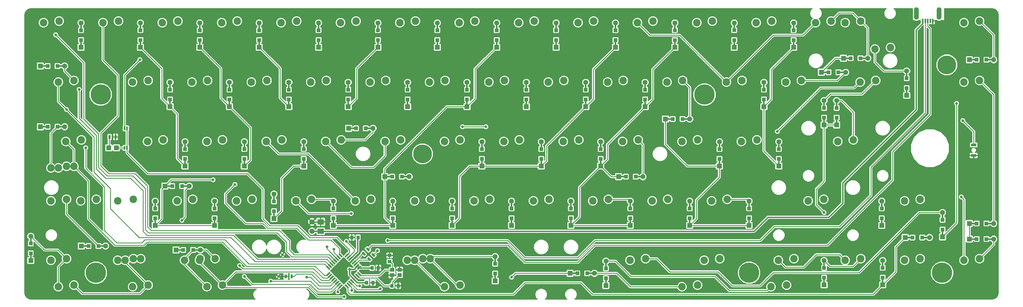
<source format=gbl>
G04 #@! TF.FileFunction,Copper,L2,Bot,Signal*
%FSLAX46Y46*%
G04 Gerber Fmt 4.6, Leading zero omitted, Abs format (unit mm)*
G04 Created by KiCad (PCBNEW 4.0.6) date 07/11/19 02:34:24*
%MOMM*%
%LPD*%
G01*
G04 APERTURE LIST*
%ADD10C,0.100000*%
%ADD11C,1.700000*%
%ADD12C,0.750000*%
%ADD13C,6.500000*%
%ADD14C,6.000000*%
%ADD15R,0.600000X1.200000*%
%ADD16R,1.600000X1.600000*%
%ADD17R,2.000000X1.800000*%
%ADD18R,1.400000X1.200000*%
%ADD19R,1.000000X1.250000*%
%ADD20R,1.250000X1.000000*%
%ADD21R,0.700000X1.300000*%
%ADD22R,0.500000X1.400000*%
%ADD23O,1.500000X4.000000*%
%ADD24R,1.700000X0.900000*%
%ADD25R,1.200000X1.200000*%
%ADD26C,1.600000*%
%ADD27R,0.500000X2.500000*%
%ADD28R,2.500000X0.500000*%
%ADD29C,2.400000*%
%ADD30C,0.889000*%
%ADD31C,0.381000*%
%ADD32C,0.254000*%
%ADD33C,0.200000*%
G04 APERTURE END LIST*
D10*
D11*
X121750000Y-98000000D03*
D12*
X112250000Y-108500000D03*
D13*
X247650000Y-57150000D03*
D12*
X111000000Y-115500000D03*
D14*
X157162500Y-76200000D03*
D15*
X61600000Y-74250000D03*
X62400000Y-74250000D03*
X61600000Y-68000000D03*
X62400000Y-68000000D03*
D16*
X56550000Y-74250000D03*
X58950000Y-74250000D03*
D13*
X53937500Y-57137500D03*
X52387500Y-114300000D03*
X323850000Y-114312500D03*
D10*
G36*
X137562031Y-115013325D02*
X137173123Y-115402233D01*
X136112463Y-114341573D01*
X136501371Y-113952665D01*
X137562031Y-115013325D01*
X137562031Y-115013325D01*
G37*
G36*
X136996346Y-115579011D02*
X136607438Y-115967919D01*
X135546778Y-114907259D01*
X135935686Y-114518351D01*
X136996346Y-115579011D01*
X136996346Y-115579011D01*
G37*
G36*
X136430661Y-116144696D02*
X136041753Y-116533604D01*
X134981093Y-115472944D01*
X135370001Y-115084036D01*
X136430661Y-116144696D01*
X136430661Y-116144696D01*
G37*
G36*
X135864975Y-116710382D02*
X135476067Y-117099290D01*
X134415407Y-116038630D01*
X134804315Y-115649722D01*
X135864975Y-116710382D01*
X135864975Y-116710382D01*
G37*
G36*
X135299290Y-117276067D02*
X134910382Y-117664975D01*
X133849722Y-116604315D01*
X134238630Y-116215407D01*
X135299290Y-117276067D01*
X135299290Y-117276067D01*
G37*
G36*
X134733604Y-117841753D02*
X134344696Y-118230661D01*
X133284036Y-117170001D01*
X133672944Y-116781093D01*
X134733604Y-117841753D01*
X134733604Y-117841753D01*
G37*
G36*
X134167919Y-118407438D02*
X133779011Y-118796346D01*
X132718351Y-117735686D01*
X133107259Y-117346778D01*
X134167919Y-118407438D01*
X134167919Y-118407438D01*
G37*
G36*
X133602233Y-118973123D02*
X133213325Y-119362031D01*
X132152665Y-118301371D01*
X132541573Y-117912463D01*
X133602233Y-118973123D01*
X133602233Y-118973123D01*
G37*
G36*
X131622335Y-118301371D02*
X130561675Y-119362031D01*
X130172767Y-118973123D01*
X131233427Y-117912463D01*
X131622335Y-118301371D01*
X131622335Y-118301371D01*
G37*
G36*
X131056649Y-117735686D02*
X129995989Y-118796346D01*
X129607081Y-118407438D01*
X130667741Y-117346778D01*
X131056649Y-117735686D01*
X131056649Y-117735686D01*
G37*
G36*
X130490964Y-117170001D02*
X129430304Y-118230661D01*
X129041396Y-117841753D01*
X130102056Y-116781093D01*
X130490964Y-117170001D01*
X130490964Y-117170001D01*
G37*
G36*
X129925278Y-116604315D02*
X128864618Y-117664975D01*
X128475710Y-117276067D01*
X129536370Y-116215407D01*
X129925278Y-116604315D01*
X129925278Y-116604315D01*
G37*
G36*
X129359593Y-116038630D02*
X128298933Y-117099290D01*
X127910025Y-116710382D01*
X128970685Y-115649722D01*
X129359593Y-116038630D01*
X129359593Y-116038630D01*
G37*
G36*
X128793907Y-115472944D02*
X127733247Y-116533604D01*
X127344339Y-116144696D01*
X128404999Y-115084036D01*
X128793907Y-115472944D01*
X128793907Y-115472944D01*
G37*
G36*
X128228222Y-114907259D02*
X127167562Y-115967919D01*
X126778654Y-115579011D01*
X127839314Y-114518351D01*
X128228222Y-114907259D01*
X128228222Y-114907259D01*
G37*
G36*
X127662537Y-114341573D02*
X126601877Y-115402233D01*
X126212969Y-115013325D01*
X127273629Y-113952665D01*
X127662537Y-114341573D01*
X127662537Y-114341573D01*
G37*
G36*
X127662537Y-113033427D02*
X127273629Y-113422335D01*
X126212969Y-112361675D01*
X126601877Y-111972767D01*
X127662537Y-113033427D01*
X127662537Y-113033427D01*
G37*
G36*
X128228222Y-112467741D02*
X127839314Y-112856649D01*
X126778654Y-111795989D01*
X127167562Y-111407081D01*
X128228222Y-112467741D01*
X128228222Y-112467741D01*
G37*
G36*
X128793907Y-111902056D02*
X128404999Y-112290964D01*
X127344339Y-111230304D01*
X127733247Y-110841396D01*
X128793907Y-111902056D01*
X128793907Y-111902056D01*
G37*
G36*
X129359593Y-111336370D02*
X128970685Y-111725278D01*
X127910025Y-110664618D01*
X128298933Y-110275710D01*
X129359593Y-111336370D01*
X129359593Y-111336370D01*
G37*
G36*
X129925278Y-110770685D02*
X129536370Y-111159593D01*
X128475710Y-110098933D01*
X128864618Y-109710025D01*
X129925278Y-110770685D01*
X129925278Y-110770685D01*
G37*
G36*
X130490964Y-110204999D02*
X130102056Y-110593907D01*
X129041396Y-109533247D01*
X129430304Y-109144339D01*
X130490964Y-110204999D01*
X130490964Y-110204999D01*
G37*
G36*
X131056649Y-109639314D02*
X130667741Y-110028222D01*
X129607081Y-108967562D01*
X129995989Y-108578654D01*
X131056649Y-109639314D01*
X131056649Y-109639314D01*
G37*
G36*
X131622335Y-109073629D02*
X131233427Y-109462537D01*
X130172767Y-108401877D01*
X130561675Y-108012969D01*
X131622335Y-109073629D01*
X131622335Y-109073629D01*
G37*
G36*
X133602233Y-108401877D02*
X132541573Y-109462537D01*
X132152665Y-109073629D01*
X133213325Y-108012969D01*
X133602233Y-108401877D01*
X133602233Y-108401877D01*
G37*
G36*
X134167919Y-108967562D02*
X133107259Y-110028222D01*
X132718351Y-109639314D01*
X133779011Y-108578654D01*
X134167919Y-108967562D01*
X134167919Y-108967562D01*
G37*
G36*
X134733604Y-109533247D02*
X133672944Y-110593907D01*
X133284036Y-110204999D01*
X134344696Y-109144339D01*
X134733604Y-109533247D01*
X134733604Y-109533247D01*
G37*
G36*
X135299290Y-110098933D02*
X134238630Y-111159593D01*
X133849722Y-110770685D01*
X134910382Y-109710025D01*
X135299290Y-110098933D01*
X135299290Y-110098933D01*
G37*
G36*
X135864975Y-110664618D02*
X134804315Y-111725278D01*
X134415407Y-111336370D01*
X135476067Y-110275710D01*
X135864975Y-110664618D01*
X135864975Y-110664618D01*
G37*
G36*
X136430661Y-111230304D02*
X135370001Y-112290964D01*
X134981093Y-111902056D01*
X136041753Y-110841396D01*
X136430661Y-111230304D01*
X136430661Y-111230304D01*
G37*
G36*
X136996346Y-111795989D02*
X135935686Y-112856649D01*
X135546778Y-112467741D01*
X136607438Y-111407081D01*
X136996346Y-111795989D01*
X136996346Y-111795989D01*
G37*
G36*
X137562031Y-112361675D02*
X136501371Y-113422335D01*
X136112463Y-113033427D01*
X137173123Y-111972767D01*
X137562031Y-112361675D01*
X137562031Y-112361675D01*
G37*
D17*
X124500000Y-101000000D03*
X124500000Y-98000000D03*
D18*
X147418750Y-115087500D03*
X149818750Y-115087500D03*
X147418750Y-113387500D03*
X149818750Y-113387500D03*
D11*
X121750000Y-101000000D03*
D13*
X261937500Y-114300000D03*
D19*
X136500000Y-103000000D03*
X134500000Y-103000000D03*
X147368750Y-118487500D03*
X149368750Y-118487500D03*
D20*
X146618750Y-110737500D03*
X146618750Y-108737500D03*
D19*
X139250000Y-117500000D03*
X141250000Y-117500000D03*
X141000000Y-112750000D03*
X143000000Y-112750000D03*
D10*
G36*
X141209619Y-107871142D02*
X142128858Y-108790381D01*
X141633883Y-109285356D01*
X140714644Y-108366117D01*
X141209619Y-107871142D01*
X141209619Y-107871142D01*
G37*
G36*
X139866117Y-109214644D02*
X140785356Y-110133883D01*
X140290381Y-110628858D01*
X139371142Y-109709619D01*
X139866117Y-109214644D01*
X139866117Y-109214644D01*
G37*
G36*
X139459619Y-106121142D02*
X140378858Y-107040381D01*
X139883883Y-107535356D01*
X138964644Y-106616117D01*
X139459619Y-106121142D01*
X139459619Y-106121142D01*
G37*
G36*
X138116117Y-107464644D02*
X139035356Y-108383883D01*
X138540381Y-108878858D01*
X137621142Y-107959619D01*
X138116117Y-107464644D01*
X138116117Y-107464644D01*
G37*
D21*
X115200000Y-115500000D03*
X113300000Y-115500000D03*
X56800000Y-70750000D03*
X58700000Y-70750000D03*
D22*
X317650000Y-33537500D03*
X318450000Y-33537500D03*
X319250000Y-33537500D03*
X320050000Y-33537500D03*
X320850000Y-33537500D03*
D23*
X315600000Y-31137500D03*
X322900000Y-31137500D03*
D24*
X334000000Y-73300000D03*
X334000000Y-76700000D03*
D25*
X216000000Y-112925000D03*
X216000000Y-116075000D03*
D16*
X216000000Y-118400000D03*
D26*
X216000000Y-110600000D03*
D27*
X216000000Y-117200000D03*
X216000000Y-111800000D03*
D25*
X204787500Y-93675000D03*
X204787500Y-96825000D03*
D16*
X204787500Y-99150000D03*
D26*
X204787500Y-91350000D03*
D27*
X204787500Y-97950000D03*
X204787500Y-92550000D03*
D25*
X223837500Y-93675000D03*
X223837500Y-96825000D03*
D16*
X223837500Y-99150000D03*
D26*
X223837500Y-91350000D03*
D27*
X223837500Y-97950000D03*
X223837500Y-92550000D03*
D25*
X214312500Y-74625000D03*
X214312500Y-77775000D03*
D16*
X214312500Y-80100000D03*
D26*
X214312500Y-72300000D03*
D27*
X214312500Y-78900000D03*
X214312500Y-73500000D03*
D25*
X225575000Y-83500000D03*
X222425000Y-83500000D03*
D16*
X220100000Y-83500000D03*
D26*
X227900000Y-83500000D03*
D28*
X221300000Y-83500000D03*
X226700000Y-83500000D03*
D25*
X228600000Y-55575000D03*
X228600000Y-58725000D03*
D16*
X228600000Y-61050000D03*
D26*
X228600000Y-53250000D03*
D27*
X228600000Y-59850000D03*
X228600000Y-54450000D03*
D25*
X238125000Y-36525000D03*
X238125000Y-39675000D03*
D16*
X238125000Y-42000000D03*
D26*
X238125000Y-34200000D03*
D27*
X238125000Y-40800000D03*
X238125000Y-35400000D03*
D25*
X257162500Y-36512500D03*
X257162500Y-39662500D03*
D16*
X257162500Y-41987500D03*
D26*
X257162500Y-34187500D03*
D27*
X257162500Y-40787500D03*
X257162500Y-35387500D03*
D25*
X286000000Y-112725000D03*
X286000000Y-115875000D03*
D16*
X286000000Y-118200000D03*
D26*
X286000000Y-110400000D03*
D27*
X286000000Y-117000000D03*
X286000000Y-111600000D03*
D25*
X242887500Y-93675000D03*
X242887500Y-96825000D03*
D16*
X242887500Y-99150000D03*
D26*
X242887500Y-91350000D03*
D27*
X242887500Y-97950000D03*
X242887500Y-92550000D03*
D25*
X261937500Y-93675000D03*
X261937500Y-96825000D03*
D16*
X261937500Y-99150000D03*
D26*
X261937500Y-91350000D03*
D27*
X261937500Y-97950000D03*
X261937500Y-92550000D03*
D25*
X252412500Y-74625000D03*
X252412500Y-77775000D03*
D16*
X252412500Y-80100000D03*
D26*
X252412500Y-72300000D03*
D27*
X252412500Y-78900000D03*
X252412500Y-73500000D03*
D25*
X271462500Y-74625000D03*
X271462500Y-77775000D03*
D16*
X271462500Y-80100000D03*
D26*
X271462500Y-72300000D03*
D27*
X271462500Y-78900000D03*
X271462500Y-73500000D03*
D25*
X240575000Y-65000000D03*
X237425000Y-65000000D03*
D16*
X235100000Y-65000000D03*
D26*
X242900000Y-65000000D03*
D28*
X236300000Y-65000000D03*
X241700000Y-65000000D03*
D25*
X266700000Y-55575000D03*
X266700000Y-58725000D03*
D16*
X266700000Y-61050000D03*
D26*
X266700000Y-53250000D03*
D27*
X266700000Y-59850000D03*
X266700000Y-54450000D03*
D25*
X276225000Y-36525000D03*
X276225000Y-39675000D03*
D16*
X276225000Y-42000000D03*
D26*
X276225000Y-34200000D03*
D27*
X276225000Y-40800000D03*
X276225000Y-35400000D03*
D25*
X304800000Y-112725000D03*
X304800000Y-115875000D03*
D16*
X304800000Y-118200000D03*
D26*
X304800000Y-110400000D03*
D27*
X304800000Y-117000000D03*
X304800000Y-111600000D03*
D25*
X304500000Y-93675000D03*
X304500000Y-96825000D03*
D16*
X304500000Y-99150000D03*
D26*
X304500000Y-91350000D03*
D27*
X304500000Y-97950000D03*
X304500000Y-92550000D03*
D25*
X317475000Y-103000000D03*
X314325000Y-103000000D03*
D16*
X312000000Y-103000000D03*
D26*
X319800000Y-103000000D03*
D28*
X313200000Y-103000000D03*
X318600000Y-103000000D03*
D25*
X290000000Y-61425000D03*
X290000000Y-64575000D03*
D16*
X290000000Y-66900000D03*
D26*
X290000000Y-59100000D03*
D27*
X290000000Y-65700000D03*
X290000000Y-60300000D03*
D25*
X286000000Y-61425000D03*
X286000000Y-64575000D03*
D16*
X286000000Y-66900000D03*
D26*
X286000000Y-59100000D03*
D27*
X286000000Y-65700000D03*
X286000000Y-60300000D03*
D25*
X290575000Y-50000000D03*
X287425000Y-50000000D03*
D16*
X285100000Y-50000000D03*
D26*
X292900000Y-50000000D03*
D28*
X286300000Y-50000000D03*
X291700000Y-50000000D03*
D25*
X297675000Y-45500000D03*
X294525000Y-45500000D03*
D16*
X292200000Y-45500000D03*
D26*
X300000000Y-45500000D03*
D28*
X293400000Y-45500000D03*
X298800000Y-45500000D03*
D25*
X338075000Y-46000000D03*
X334925000Y-46000000D03*
D16*
X332600000Y-46000000D03*
D26*
X340400000Y-46000000D03*
D28*
X333800000Y-46000000D03*
X339200000Y-46000000D03*
D25*
X31500000Y-104925000D03*
X31500000Y-108075000D03*
D16*
X31500000Y-110400000D03*
D26*
X31500000Y-102600000D03*
D27*
X31500000Y-109200000D03*
X31500000Y-103800000D03*
D25*
X53193750Y-105737500D03*
X50043750Y-105737500D03*
D16*
X47718750Y-105737500D03*
D26*
X55518750Y-105737500D03*
D28*
X48918750Y-105737500D03*
X54318750Y-105737500D03*
D25*
X40075000Y-67500000D03*
X36925000Y-67500000D03*
D16*
X34600000Y-67500000D03*
D26*
X42400000Y-67500000D03*
D28*
X35800000Y-67500000D03*
X41200000Y-67500000D03*
D25*
X80962500Y-74625000D03*
X80962500Y-77775000D03*
D16*
X80962500Y-80100000D03*
D26*
X80962500Y-72300000D03*
D27*
X80962500Y-78900000D03*
X80962500Y-73500000D03*
D25*
X40075000Y-48000000D03*
X36925000Y-48000000D03*
D16*
X34600000Y-48000000D03*
D26*
X42400000Y-48000000D03*
D28*
X35800000Y-48000000D03*
X41200000Y-48000000D03*
D25*
X76200000Y-55575000D03*
X76200000Y-58725000D03*
D16*
X76200000Y-61050000D03*
D26*
X76200000Y-53250000D03*
D27*
X76200000Y-59850000D03*
X76200000Y-54450000D03*
D25*
X47625000Y-36525000D03*
X47625000Y-39675000D03*
D16*
X47625000Y-42000000D03*
D26*
X47625000Y-34200000D03*
D27*
X47625000Y-40800000D03*
X47625000Y-35400000D03*
D25*
X66675000Y-36525000D03*
X66675000Y-39675000D03*
D16*
X66675000Y-42000000D03*
D26*
X66675000Y-34200000D03*
D27*
X66675000Y-40800000D03*
X66675000Y-35400000D03*
D25*
X80037500Y-86500000D03*
X76887500Y-86500000D03*
D16*
X74562500Y-86500000D03*
D26*
X82362500Y-86500000D03*
D28*
X75762500Y-86500000D03*
X81162500Y-86500000D03*
D25*
X71437500Y-93675000D03*
X71437500Y-96825000D03*
D16*
X71437500Y-99150000D03*
D26*
X71437500Y-91350000D03*
D27*
X71437500Y-97950000D03*
X71437500Y-92550000D03*
D25*
X90487500Y-93675000D03*
X90487500Y-96825000D03*
D16*
X90487500Y-99150000D03*
D26*
X90487500Y-91350000D03*
D27*
X90487500Y-97950000D03*
X90487500Y-92550000D03*
D25*
X100012500Y-74625000D03*
X100012500Y-77775000D03*
D16*
X100012500Y-80100000D03*
D26*
X100012500Y-72300000D03*
D27*
X100012500Y-78900000D03*
X100012500Y-73500000D03*
D25*
X95250000Y-55575000D03*
X95250000Y-58725000D03*
D16*
X95250000Y-61050000D03*
D26*
X95250000Y-53250000D03*
D27*
X95250000Y-59850000D03*
X95250000Y-54450000D03*
D25*
X114300000Y-55575000D03*
X114300000Y-58725000D03*
D16*
X114300000Y-61050000D03*
D26*
X114300000Y-53250000D03*
D27*
X114300000Y-59850000D03*
X114300000Y-54450000D03*
D25*
X85725000Y-36525000D03*
X85725000Y-39675000D03*
D16*
X85725000Y-42000000D03*
D26*
X85725000Y-34200000D03*
D27*
X85725000Y-40800000D03*
X85725000Y-35400000D03*
D25*
X104775000Y-36525000D03*
X104775000Y-39675000D03*
D16*
X104775000Y-42000000D03*
D26*
X104775000Y-34200000D03*
D27*
X104775000Y-40800000D03*
X104775000Y-35400000D03*
D25*
X83575000Y-107000000D03*
X80425000Y-107000000D03*
D16*
X78100000Y-107000000D03*
D26*
X85900000Y-107000000D03*
D28*
X79300000Y-107000000D03*
X84700000Y-107000000D03*
D25*
X109537500Y-91425000D03*
X109537500Y-94575000D03*
D16*
X109537500Y-96900000D03*
D26*
X109537500Y-89100000D03*
D27*
X109537500Y-95700000D03*
X109537500Y-90300000D03*
D25*
X119062500Y-74625000D03*
X119062500Y-77775000D03*
D16*
X119062500Y-80100000D03*
D26*
X119062500Y-72300000D03*
D27*
X119062500Y-78900000D03*
X119062500Y-73500000D03*
D25*
X138975000Y-68000000D03*
X135825000Y-68000000D03*
D16*
X133500000Y-68000000D03*
D26*
X141300000Y-68000000D03*
D28*
X134700000Y-68000000D03*
X140100000Y-68000000D03*
D25*
X133350000Y-55575000D03*
X133350000Y-58725000D03*
D16*
X133350000Y-61050000D03*
D26*
X133350000Y-53250000D03*
D27*
X133350000Y-59850000D03*
X133350000Y-54450000D03*
D25*
X152400000Y-55575000D03*
X152400000Y-58725000D03*
D16*
X152400000Y-61050000D03*
D26*
X152400000Y-53250000D03*
D27*
X152400000Y-59850000D03*
X152400000Y-54450000D03*
D25*
X123825000Y-36525000D03*
X123825000Y-39675000D03*
D16*
X123825000Y-42000000D03*
D26*
X123825000Y-34200000D03*
D27*
X123825000Y-40800000D03*
X123825000Y-35400000D03*
D25*
X142875000Y-36525000D03*
X142875000Y-39675000D03*
D16*
X142875000Y-42000000D03*
D26*
X142875000Y-34200000D03*
D27*
X142875000Y-40800000D03*
X142875000Y-35400000D03*
D25*
X180500000Y-111425000D03*
X180500000Y-114575000D03*
D16*
X180500000Y-116900000D03*
D26*
X180500000Y-109100000D03*
D27*
X180500000Y-115700000D03*
X180500000Y-110300000D03*
D25*
X128587500Y-93675000D03*
X128587500Y-96825000D03*
D16*
X128587500Y-99150000D03*
D26*
X128587500Y-91350000D03*
D27*
X128587500Y-97950000D03*
X128587500Y-92550000D03*
D25*
X147637500Y-93675000D03*
X147637500Y-96825000D03*
D16*
X147637500Y-99150000D03*
D26*
X147637500Y-91350000D03*
D27*
X147637500Y-97950000D03*
X147637500Y-92550000D03*
D25*
X150575000Y-83500000D03*
X147425000Y-83500000D03*
D16*
X145100000Y-83500000D03*
D26*
X152900000Y-83500000D03*
D28*
X146300000Y-83500000D03*
X151700000Y-83500000D03*
D25*
X171450000Y-55575000D03*
X171450000Y-58725000D03*
D16*
X171450000Y-61050000D03*
D26*
X171450000Y-53250000D03*
D27*
X171450000Y-59850000D03*
X171450000Y-54450000D03*
D25*
X190500000Y-55575000D03*
X190500000Y-58725000D03*
D16*
X190500000Y-61050000D03*
D26*
X190500000Y-53250000D03*
D27*
X190500000Y-59850000D03*
X190500000Y-54450000D03*
D25*
X161925000Y-36525000D03*
X161925000Y-39675000D03*
D16*
X161925000Y-42000000D03*
D26*
X161925000Y-34200000D03*
D27*
X161925000Y-40800000D03*
X161925000Y-35400000D03*
D25*
X180975000Y-36525000D03*
X180975000Y-39675000D03*
D16*
X180975000Y-42000000D03*
D26*
X180975000Y-34200000D03*
D27*
X180975000Y-40800000D03*
X180975000Y-35400000D03*
D25*
X210000000Y-114500000D03*
X206850000Y-114500000D03*
D16*
X204525000Y-114500000D03*
D26*
X212325000Y-114500000D03*
D28*
X205725000Y-114500000D03*
X211125000Y-114500000D03*
D25*
X166687500Y-93675000D03*
X166687500Y-96825000D03*
D16*
X166687500Y-99150000D03*
D26*
X166687500Y-91350000D03*
D27*
X166687500Y-97950000D03*
X166687500Y-92550000D03*
D25*
X185737500Y-93675000D03*
X185737500Y-96825000D03*
D16*
X185737500Y-99150000D03*
D26*
X185737500Y-91350000D03*
D27*
X185737500Y-97950000D03*
X185737500Y-92550000D03*
D25*
X176212500Y-74625000D03*
X176212500Y-77775000D03*
D16*
X176212500Y-80100000D03*
D26*
X176212500Y-72300000D03*
D27*
X176212500Y-78900000D03*
X176212500Y-73500000D03*
D25*
X195262500Y-74625000D03*
X195262500Y-77775000D03*
D16*
X195262500Y-80100000D03*
D26*
X195262500Y-72300000D03*
D27*
X195262500Y-78900000D03*
X195262500Y-73500000D03*
D25*
X209550000Y-55575000D03*
X209550000Y-58725000D03*
D16*
X209550000Y-61050000D03*
D26*
X209550000Y-53250000D03*
D27*
X209550000Y-59850000D03*
X209550000Y-54450000D03*
D25*
X200025000Y-36525000D03*
X200025000Y-39675000D03*
D16*
X200025000Y-42000000D03*
D26*
X200025000Y-34200000D03*
D27*
X200025000Y-40800000D03*
X200025000Y-35400000D03*
D25*
X219075000Y-36525000D03*
X219075000Y-39675000D03*
D16*
X219075000Y-42000000D03*
D26*
X219075000Y-34200000D03*
D27*
X219075000Y-40800000D03*
X219075000Y-35400000D03*
D25*
X338075000Y-98500000D03*
X334925000Y-98500000D03*
D16*
X332600000Y-98500000D03*
D26*
X340400000Y-98500000D03*
D28*
X333800000Y-98500000D03*
X339200000Y-98500000D03*
D25*
X338075000Y-103500000D03*
X334925000Y-103500000D03*
D16*
X332600000Y-103500000D03*
D26*
X340400000Y-103500000D03*
D28*
X333800000Y-103500000D03*
X339200000Y-103500000D03*
D25*
X312500000Y-51925000D03*
X312500000Y-55075000D03*
D16*
X312500000Y-57400000D03*
D26*
X312500000Y-49600000D03*
D27*
X312500000Y-56200000D03*
X312500000Y-50800000D03*
D25*
X324000000Y-97325000D03*
X324000000Y-100475000D03*
D16*
X324000000Y-102800000D03*
D26*
X324000000Y-95000000D03*
D27*
X324000000Y-101600000D03*
X324000000Y-96200000D03*
D14*
X325375000Y-47625000D03*
D29*
X197762500Y-90750000D03*
X192762500Y-91250000D03*
X216812500Y-90750000D03*
X211812500Y-91250000D03*
X207287500Y-71700000D03*
X202287500Y-72200000D03*
X226337500Y-71700000D03*
X221337500Y-72200000D03*
X221575000Y-52650000D03*
X216575000Y-53150000D03*
X231100000Y-33600000D03*
X226100000Y-34100000D03*
X250150000Y-33600000D03*
X245150000Y-34100000D03*
X297775000Y-109800000D03*
X292775000Y-110300000D03*
X235862500Y-90750000D03*
X230862500Y-91250000D03*
X254912500Y-90750000D03*
X249912500Y-91250000D03*
X245387500Y-71700000D03*
X240387500Y-72200000D03*
X264437500Y-71700000D03*
X259437500Y-72200000D03*
X240625000Y-52650000D03*
X235625000Y-53150000D03*
X259675000Y-52650000D03*
X254675000Y-53150000D03*
X269200000Y-33600000D03*
X264200000Y-34100000D03*
X316825000Y-109800000D03*
X311825000Y-110300000D03*
X285868750Y-90750000D03*
X280868750Y-91250000D03*
X316825000Y-90750000D03*
X311825000Y-91250000D03*
X295393750Y-71700000D03*
X290393750Y-72200000D03*
X302537500Y-52650000D03*
X297537500Y-53150000D03*
X278725000Y-52650000D03*
X273725000Y-53150000D03*
X288250000Y-33600000D03*
X283250000Y-34100000D03*
X42981250Y-109800000D03*
X37981250Y-110300000D03*
X42981250Y-90750000D03*
X37981250Y-91250000D03*
X47743750Y-71700000D03*
X42743750Y-72200000D03*
X64412500Y-90750000D03*
X59412500Y-91250000D03*
X83462500Y-90750000D03*
X78462500Y-91250000D03*
X92987500Y-71700000D03*
X87987500Y-72200000D03*
X88225000Y-52650000D03*
X83225000Y-53150000D03*
X107275000Y-52650000D03*
X102275000Y-53150000D03*
X78700000Y-33600000D03*
X73700000Y-34100000D03*
X97750000Y-33600000D03*
X92750000Y-34100000D03*
X90606250Y-109800000D03*
X85606250Y-110300000D03*
X112037500Y-71700000D03*
X107037500Y-72200000D03*
X131087500Y-71700000D03*
X126087500Y-72200000D03*
X126325000Y-52650000D03*
X121325000Y-53150000D03*
X145375000Y-52650000D03*
X140375000Y-53150000D03*
X116800000Y-33600000D03*
X111800000Y-34100000D03*
X135850000Y-33600000D03*
X130850000Y-34100000D03*
X121562500Y-90750000D03*
X116562500Y-91250000D03*
X140612500Y-90750000D03*
X135612500Y-91250000D03*
X150137500Y-71700000D03*
X145137500Y-72200000D03*
X164425000Y-52650000D03*
X159425000Y-53150000D03*
X183475000Y-52650000D03*
X178475000Y-53150000D03*
X154900000Y-33600000D03*
X149900000Y-34100000D03*
X173950000Y-33600000D03*
X168950000Y-34100000D03*
X240387500Y-118800000D03*
X245387500Y-118300000D03*
X159662500Y-90750000D03*
X154662500Y-91250000D03*
X178712500Y-90750000D03*
X173712500Y-91250000D03*
X169187500Y-71700000D03*
X164187500Y-72200000D03*
X188237500Y-71700000D03*
X183237500Y-72200000D03*
X202525000Y-52650000D03*
X197525000Y-53150000D03*
X193000000Y-33600000D03*
X188000000Y-34100000D03*
X212050000Y-33600000D03*
X207050000Y-34100000D03*
X335875000Y-52650000D03*
X330875000Y-53150000D03*
X335875000Y-109800000D03*
X330875000Y-110300000D03*
X302300000Y-42600000D03*
X307300000Y-42100000D03*
X228718750Y-109800000D03*
X223718750Y-110300000D03*
X73937500Y-71700000D03*
X68937500Y-72200000D03*
X45362500Y-52650000D03*
X40362500Y-53150000D03*
X69175000Y-52650000D03*
X64175000Y-53150000D03*
X40600000Y-33600000D03*
X35600000Y-34100000D03*
X59650000Y-33600000D03*
X54650000Y-34100000D03*
X64175000Y-118800000D03*
X69175000Y-118300000D03*
X159662500Y-109800000D03*
X154662500Y-110300000D03*
X157281250Y-109800000D03*
X152281250Y-110300000D03*
X37981250Y-80700000D03*
X42981250Y-80200000D03*
X40362500Y-80700000D03*
X45362500Y-80200000D03*
X66793750Y-109800000D03*
X61793750Y-110300000D03*
X64412500Y-109800000D03*
X59412500Y-110300000D03*
X268962500Y-118800000D03*
X273962500Y-118300000D03*
X297775000Y-33600000D03*
X292775000Y-34100000D03*
X335875000Y-33600000D03*
X330875000Y-34100000D03*
X87987500Y-118800000D03*
X92987500Y-118300000D03*
X52506250Y-90750000D03*
X47506250Y-91250000D03*
X40362500Y-118800000D03*
X45362500Y-118300000D03*
X85843750Y-109800000D03*
X80843750Y-110300000D03*
X102512500Y-90750000D03*
X97512500Y-91250000D03*
X276343750Y-109800000D03*
X271343750Y-110300000D03*
X252531250Y-109800000D03*
X247531250Y-110300000D03*
X164187500Y-118800000D03*
X169187500Y-118300000D03*
D30*
X133700002Y-113200000D03*
X327000000Y-80500000D03*
X139000000Y-114000000D03*
X321500000Y-62500000D03*
X116000000Y-96500000D03*
X114500000Y-102000000D03*
X252000000Y-107000000D03*
X232000000Y-107000000D03*
X272000000Y-107000000D03*
X307000000Y-91000000D03*
X301500000Y-107000000D03*
X152000000Y-107000000D03*
X172000000Y-107000000D03*
X134750000Y-114270000D03*
X132000000Y-120000000D03*
X132000000Y-115000000D03*
X132000000Y-107250000D03*
X138500000Y-105000000D03*
X132000000Y-111500000D03*
X289500000Y-98000000D03*
X269000000Y-98000000D03*
X298500000Y-89000000D03*
X172000000Y-102500000D03*
X192000000Y-102500000D03*
X212000000Y-102500000D03*
X232000000Y-102500000D03*
X252000000Y-102500000D03*
X152000000Y-102500000D03*
X317000000Y-55500000D03*
X317000000Y-37500000D03*
X321500000Y-37500000D03*
X330500000Y-65500000D03*
X177500000Y-67500000D03*
X170000000Y-67500000D03*
X97000000Y-86000000D03*
X142750000Y-107250000D03*
X146000000Y-104000000D03*
X143618750Y-119487500D03*
X134500000Y-120000000D03*
X286000000Y-95000000D03*
X130000000Y-120500000D03*
X90000000Y-84500000D03*
X100000000Y-115500000D03*
X108500000Y-117000000D03*
X120000000Y-115750000D03*
X137000000Y-118500000D03*
X185737500Y-115762500D03*
X132000000Y-122000000D03*
X98500000Y-112000000D03*
X134287500Y-95287500D03*
X49118750Y-74237500D03*
X271000000Y-69000000D03*
X43000000Y-62000000D03*
X47000000Y-55500000D03*
X39500000Y-38000000D03*
X132750000Y-104250000D03*
X328500000Y-60000000D03*
X66500000Y-46000000D03*
X126500000Y-106000000D03*
X330000000Y-90000000D03*
X128750000Y-106750000D03*
X80000000Y-97500000D03*
D31*
X136837247Y-112697551D02*
X136889696Y-112750000D01*
X136889696Y-112750000D02*
X141000000Y-112750000D01*
X139250000Y-117500000D02*
X136265685Y-117500000D01*
X136265685Y-117500000D02*
X135140191Y-116374506D01*
X315500000Y-36500000D02*
X317650000Y-34350000D01*
X315500000Y-62000000D02*
X315500000Y-36500000D01*
X292000000Y-92000000D02*
X292000000Y-85500000D01*
X292000000Y-85500000D02*
X315500000Y-62000000D01*
X263500000Y-101000000D02*
X268000000Y-96500000D01*
X287500000Y-96500000D02*
X292000000Y-92000000D01*
X268000000Y-96500000D02*
X287500000Y-96500000D01*
X124500000Y-101000000D02*
X263500000Y-101000000D01*
X317650000Y-34350000D02*
X317650000Y-33537500D01*
X121750000Y-101000000D02*
X124500000Y-101000000D01*
X136837247Y-112697551D02*
X136837247Y-112697550D01*
X136837247Y-112697550D02*
X136271562Y-112131865D01*
X135225000Y-113200000D02*
X134328619Y-113200000D01*
X133700002Y-114934317D02*
X133700002Y-113828617D01*
X136271562Y-112153438D02*
X135225000Y-113200000D01*
X134328619Y-113200000D02*
X133700002Y-113200000D01*
X133700002Y-113828617D02*
X133700002Y-113200000D01*
X135140191Y-116374506D02*
X133700002Y-114934317D01*
X111000000Y-115500000D02*
X113300000Y-115500000D01*
X139000000Y-114000000D02*
X139250000Y-114250000D01*
X143000000Y-113250000D02*
X143000000Y-112750000D01*
X142000000Y-114250000D02*
X143000000Y-113250000D01*
X139250000Y-114250000D02*
X142000000Y-114250000D01*
X121750000Y-98000000D02*
X120250000Y-96500000D01*
X120250000Y-96500000D02*
X116000000Y-96500000D01*
X307000000Y-101500000D02*
X307000000Y-91000000D01*
X301500000Y-107000000D02*
X307000000Y-101500000D01*
X272000000Y-107000000D02*
X301500000Y-107000000D01*
X252000000Y-107000000D02*
X272000000Y-107000000D01*
X232000000Y-107000000D02*
X252000000Y-107000000D01*
X213500000Y-107000000D02*
X232000000Y-107000000D01*
X321500000Y-37500000D02*
X321500000Y-62500000D01*
X327000000Y-68000000D02*
X321500000Y-62500000D01*
X327000000Y-80500000D02*
X327000000Y-68000000D01*
X320000000Y-87500000D02*
X327000000Y-80500000D01*
X310500000Y-87500000D02*
X320000000Y-87500000D01*
X307000000Y-91000000D02*
X310500000Y-87500000D01*
X184000000Y-107000000D02*
X189500000Y-112500000D01*
X189500000Y-112500000D02*
X208000000Y-112500000D01*
X208000000Y-112500000D02*
X213500000Y-107000000D01*
X152000000Y-107000000D02*
X172000000Y-107000000D01*
X172000000Y-107000000D02*
X184000000Y-107000000D01*
X321500000Y-37500000D02*
X321500000Y-35650000D01*
X320850000Y-35000000D02*
X320850000Y-33537500D01*
X321500000Y-35650000D02*
X320850000Y-35000000D01*
X121750000Y-98000000D02*
X124500000Y-98000000D01*
D32*
X134750000Y-114850000D02*
X135705877Y-115805877D01*
X134750000Y-114850000D02*
X134750000Y-114270000D01*
D31*
X132000000Y-115000000D02*
X132000000Y-111500000D01*
X133509315Y-111500000D02*
X132000000Y-111500000D01*
X133509315Y-111500000D02*
X134574506Y-110434809D01*
X252000000Y-102500000D02*
X264500000Y-102500000D01*
X141000000Y-102500000D02*
X152000000Y-102500000D01*
X152000000Y-102500000D02*
X172000000Y-102500000D01*
X172000000Y-102500000D02*
X192000000Y-102500000D01*
X192000000Y-102500000D02*
X212000000Y-102500000D01*
X212000000Y-102500000D02*
X232000000Y-102500000D01*
X138500000Y-105000000D02*
X141000000Y-102500000D01*
X232000000Y-102500000D02*
X252000000Y-102500000D01*
X289500000Y-98000000D02*
X298500000Y-89000000D01*
X269000000Y-98000000D02*
X289500000Y-98000000D01*
X264500000Y-102500000D02*
X269000000Y-98000000D01*
X298500000Y-89000000D02*
X298500000Y-81000000D01*
X317000000Y-62500000D02*
X317000000Y-55500000D01*
X317000000Y-55500000D02*
X317000000Y-55250000D01*
X317000000Y-55250000D02*
X317000000Y-47500000D01*
X317000000Y-47500000D02*
X317000000Y-47250000D01*
X317000000Y-47250000D02*
X317000000Y-37500000D01*
X298500000Y-81000000D02*
X317000000Y-62500000D01*
D32*
X134574506Y-110434809D02*
X134555191Y-110434809D01*
X135705877Y-115808820D02*
X135705877Y-115805877D01*
D31*
X134849505Y-110159810D02*
X134574506Y-110434809D01*
X134008820Y-109869123D02*
X136350000Y-107527943D01*
X136350000Y-107527943D02*
X136350000Y-103000000D01*
X134008820Y-109869123D02*
X134008820Y-109841180D01*
D32*
X147518750Y-118487500D02*
X147518750Y-117237500D01*
X147518750Y-117237500D02*
X149718750Y-115037500D01*
X136271562Y-115243135D02*
X137015927Y-115987500D01*
X144868750Y-118487500D02*
X147518750Y-118487500D01*
X142368750Y-115987500D02*
X144868750Y-118487500D01*
X137015927Y-115987500D02*
X142368750Y-115987500D01*
X147687500Y-118537500D02*
X147687500Y-118387500D01*
X147687500Y-118537500D02*
X147687500Y-118287500D01*
X146618750Y-110587500D02*
X147518750Y-111487500D01*
X147518750Y-111487500D02*
X147518750Y-113437500D01*
X136837247Y-114677449D02*
X137397298Y-115237500D01*
X145168750Y-113437500D02*
X147518750Y-113437500D01*
X143368750Y-115237500D02*
X145168750Y-113437500D01*
X137397298Y-115237500D02*
X143368750Y-115237500D01*
X121500000Y-114750000D02*
X116750000Y-114750000D01*
X124250000Y-117500000D02*
X121500000Y-114750000D01*
X127509315Y-117500000D02*
X124250000Y-117500000D01*
X128634809Y-116374506D02*
X127509315Y-117500000D01*
X116000000Y-115500000D02*
X115200000Y-115500000D01*
X116750000Y-114750000D02*
X116000000Y-115500000D01*
X128634809Y-116374506D02*
X128634809Y-116402691D01*
X128634809Y-116374506D02*
X128600494Y-116374506D01*
X170000000Y-67500000D02*
X177500000Y-67500000D01*
X330500000Y-65500000D02*
X334000000Y-69000000D01*
X334000000Y-69000000D02*
X334000000Y-73300000D01*
X127750000Y-103750000D02*
X120500000Y-103750000D01*
X130500000Y-106500000D02*
X127750000Y-103750000D01*
X100500000Y-98500000D02*
X94000000Y-92000000D01*
X116750000Y-100000000D02*
X107500000Y-100000000D01*
X130500000Y-106500000D02*
X130500000Y-108340202D01*
X120500000Y-103750000D02*
X116750000Y-100000000D01*
X106000000Y-98500000D02*
X100500000Y-98500000D01*
X107500000Y-100000000D02*
X106000000Y-98500000D01*
X97000000Y-86000000D02*
X94000000Y-89000000D01*
X94000000Y-92000000D02*
X94000000Y-89000000D01*
X130897551Y-108737753D02*
X130500000Y-108340202D01*
X130887753Y-108737753D02*
X130897551Y-108737753D01*
X130897551Y-108737753D02*
X130897551Y-108722551D01*
X142750000Y-107250000D02*
X141421751Y-108578249D01*
X301000000Y-80500000D02*
X318450000Y-63050000D01*
X318450000Y-63050000D02*
X318450000Y-33537500D01*
X146000000Y-104000000D02*
X184500000Y-104000000D01*
X301000000Y-80500000D02*
X301000000Y-89500000D01*
X301000000Y-89500000D02*
X291000000Y-99500000D01*
X291000000Y-99500000D02*
X270000000Y-99500000D01*
X270000000Y-99500000D02*
X265500000Y-104000000D01*
X212500000Y-104000000D02*
X265500000Y-104000000D01*
X207000000Y-109500000D02*
X212500000Y-104000000D01*
X190000000Y-109500000D02*
X207000000Y-109500000D01*
X184500000Y-104000000D02*
X190000000Y-109500000D01*
X184500000Y-105500000D02*
X141000000Y-105500000D01*
X287000000Y-105500000D02*
X308000000Y-84500000D01*
X212500000Y-105500000D02*
X287000000Y-105500000D01*
X207000000Y-111000000D02*
X212500000Y-105500000D01*
X190000000Y-111000000D02*
X207000000Y-111000000D01*
X308000000Y-75500000D02*
X308000000Y-84500000D01*
X320000000Y-63500000D02*
X308000000Y-75500000D01*
X184500000Y-105500000D02*
X190000000Y-111000000D01*
X319250000Y-33537500D02*
X319250000Y-35250000D01*
X320000000Y-63500000D02*
X320000000Y-36000000D01*
X320000000Y-36000000D02*
X319250000Y-35250000D01*
X141000000Y-105500000D02*
X139671751Y-106828249D01*
X135705877Y-111566180D02*
X137022057Y-110250000D01*
X139750000Y-110250000D02*
X140078249Y-109921751D01*
X137022057Y-110250000D02*
X139750000Y-110250000D01*
X135140191Y-111000494D02*
X137968934Y-108171751D01*
X137968934Y-108171751D02*
X138328249Y-108171751D01*
X56650000Y-74250000D02*
X56650000Y-71000000D01*
X143618750Y-119487500D02*
X143368750Y-119737500D01*
X136240443Y-119737500D02*
X134008820Y-117505877D01*
X143368750Y-119737500D02*
X136240443Y-119737500D01*
X214312500Y-80100000D02*
X216500000Y-77912500D01*
X216500000Y-73150000D02*
X228600000Y-61050000D01*
X216500000Y-77912500D02*
X216500000Y-73150000D01*
X214312500Y-80100000D02*
X217712500Y-83500000D01*
X217712500Y-83500000D02*
X220100000Y-83500000D01*
X228600000Y-61050000D02*
X231000000Y-58650000D01*
X231000000Y-49125000D02*
X238125000Y-42000000D01*
X231000000Y-58650000D02*
X231000000Y-49125000D01*
X204775000Y-99137500D02*
X223825000Y-99137500D01*
X207537500Y-86850000D02*
X207537500Y-96375000D01*
X207537500Y-86850000D02*
X214300000Y-80087500D01*
X207537500Y-96375000D02*
X204775000Y-99137500D01*
X134008820Y-117505877D02*
X134008820Y-117508820D01*
X252412500Y-80100000D02*
X242100000Y-80100000D01*
X235100000Y-73100000D02*
X235100000Y-65000000D01*
X242100000Y-80100000D02*
X235100000Y-73100000D01*
X276225000Y-42000000D02*
X269000000Y-49225000D01*
X269000000Y-58750000D02*
X266700000Y-61050000D01*
X269000000Y-49225000D02*
X269000000Y-58750000D01*
X134500000Y-119128427D02*
X133443135Y-118071562D01*
X134500000Y-120000000D02*
X134500000Y-119128427D01*
X266700000Y-61050000D02*
X266700000Y-75337500D01*
X266700000Y-75337500D02*
X271462500Y-80100000D01*
X242887500Y-99150000D02*
X261937500Y-99150000D01*
X242875000Y-99137500D02*
X245037500Y-96975000D01*
X252400000Y-83675000D02*
X252400000Y-80087500D01*
X245037500Y-91037500D02*
X252400000Y-83675000D01*
X245037500Y-96975000D02*
X245037500Y-91037500D01*
X133443135Y-118071562D02*
X133443135Y-118093135D01*
X286000000Y-66900000D02*
X286000000Y-85000000D01*
X286000000Y-95000000D02*
X283500000Y-92500000D01*
X283500000Y-92500000D02*
X283500000Y-87500000D01*
X286000000Y-85000000D02*
X283500000Y-87500000D01*
X285100000Y-50000000D02*
X289600000Y-45500000D01*
X289600000Y-45500000D02*
X292200000Y-45500000D01*
X286000000Y-66900000D02*
X290000000Y-66900000D01*
X304800000Y-118200000D02*
X309000000Y-114000000D01*
X309000000Y-114000000D02*
X309000000Y-106000000D01*
X309000000Y-106000000D02*
X312000000Y-103000000D01*
X304800000Y-118200000D02*
X301750000Y-121250000D01*
X133250000Y-120500000D02*
X133250000Y-119009798D01*
X133250000Y-120500000D02*
X134000000Y-121250000D01*
X186250000Y-121250000D02*
X134000000Y-121250000D01*
X190000000Y-117500000D02*
X186250000Y-121250000D01*
X208000000Y-117500000D02*
X190000000Y-117500000D01*
X211750000Y-121250000D02*
X208000000Y-117500000D01*
X301750000Y-121250000D02*
X211750000Y-121250000D01*
X132877449Y-118637247D02*
X133250000Y-119009798D01*
X132877449Y-118637247D02*
X132877449Y-118647551D01*
X132877449Y-118637247D02*
X132887247Y-118637247D01*
X294100000Y-46000000D02*
X294100000Y-45775000D01*
X130897551Y-118637247D02*
X130000000Y-119534798D01*
X130000000Y-119534798D02*
X130000000Y-120500000D01*
X76200000Y-61050000D02*
X78500000Y-63350000D01*
X78500000Y-77637500D02*
X80962500Y-80100000D01*
X78500000Y-63350000D02*
X78500000Y-77637500D01*
X76200000Y-61050000D02*
X73500000Y-58350000D01*
X73500000Y-48825000D02*
X66675000Y-42000000D01*
X73500000Y-58350000D02*
X73500000Y-48825000D01*
X76562500Y-84500000D02*
X90000000Y-84500000D01*
X74562500Y-86500000D02*
X76562500Y-84500000D01*
X71437500Y-99150000D02*
X73500000Y-97087500D01*
X73500000Y-87562500D02*
X74562500Y-86500000D01*
X73500000Y-97087500D02*
X73500000Y-87562500D01*
X102500000Y-118000000D02*
X100000000Y-115500000D01*
X121000000Y-118000000D02*
X123500000Y-120500000D01*
X127903427Y-120500000D02*
X123500000Y-120500000D01*
X127903427Y-120500000D02*
X130331865Y-118071562D01*
X121000000Y-118000000D02*
X102500000Y-118000000D01*
X100012500Y-80100000D02*
X102000000Y-78112500D01*
X102000000Y-78112500D02*
X102000000Y-67800000D01*
X102000000Y-67800000D02*
X95250000Y-61050000D01*
X71437500Y-99150000D02*
X90487500Y-99150000D01*
X104775000Y-42000000D02*
X111500000Y-48725000D01*
X111500000Y-58250000D02*
X114300000Y-61050000D01*
X111500000Y-48725000D02*
X111500000Y-58250000D01*
X85725000Y-42000000D02*
X92500000Y-48775000D01*
X92500000Y-48775000D02*
X92500000Y-58300000D01*
X92500000Y-58300000D02*
X95250000Y-61050000D01*
X130331865Y-118071562D02*
X130331865Y-118105635D01*
X130331865Y-118071562D02*
X130331865Y-118093135D01*
X119062500Y-80100000D02*
X115900000Y-80100000D01*
X112000000Y-94437500D02*
X109537500Y-96900000D01*
X112000000Y-84000000D02*
X112000000Y-94437500D01*
X115900000Y-80100000D02*
X112000000Y-84000000D01*
X129766180Y-117505877D02*
X127772057Y-119500000D01*
X121250000Y-117000000D02*
X108500000Y-117000000D01*
X127772057Y-119500000D02*
X123750000Y-119500000D01*
X123750000Y-119500000D02*
X121250000Y-117000000D01*
X133350000Y-61050000D02*
X136000000Y-58400000D01*
X136000000Y-48875000D02*
X142875000Y-42000000D01*
X136000000Y-58400000D02*
X136000000Y-48875000D01*
X129766180Y-117505877D02*
X129706623Y-117505877D01*
X129766180Y-117505877D02*
X129766180Y-117508820D01*
X124000000Y-118500000D02*
X121250000Y-115750000D01*
X124000000Y-118500000D02*
X127640685Y-118500000D01*
X129200494Y-116940191D02*
X127640685Y-118500000D01*
X121250000Y-115750000D02*
X120000000Y-115750000D01*
X145100000Y-83500000D02*
X145100000Y-96612500D01*
X145100000Y-96612500D02*
X147637500Y-99150000D01*
X171450000Y-61050000D02*
X164950000Y-61050000D01*
X145000000Y-81000000D02*
X145000000Y-83500000D01*
X164950000Y-61050000D02*
X145000000Y-81000000D01*
X171450000Y-61050000D02*
X174000000Y-58500000D01*
X174000000Y-58500000D02*
X174000000Y-48975000D01*
X174000000Y-48975000D02*
X180975000Y-42000000D01*
X161912500Y-42012500D02*
X161912500Y-41987500D01*
X147625000Y-99137500D02*
X128575000Y-99137500D01*
X129200494Y-116940191D02*
X129200494Y-116962006D01*
X129200494Y-116940191D02*
X129184809Y-116940191D01*
X204525000Y-114500000D02*
X187000000Y-114500000D01*
X136134315Y-118500000D02*
X137000000Y-118500000D01*
X136134315Y-118500000D02*
X134574506Y-116940191D01*
X185737500Y-115762500D02*
X187000000Y-114500000D01*
X176212500Y-80100000D02*
X195262500Y-80100000D01*
X166675000Y-99137500D02*
X169068750Y-96743750D01*
X172312500Y-80100000D02*
X176212500Y-80100000D01*
X169068750Y-83343750D02*
X172312500Y-80100000D01*
X169068750Y-96743750D02*
X169068750Y-83343750D01*
X209550000Y-61050000D02*
X212000000Y-58600000D01*
X212000000Y-49075000D02*
X219075000Y-42000000D01*
X212000000Y-58600000D02*
X212000000Y-49075000D01*
X197000000Y-73575000D02*
X197000000Y-78337500D01*
X197000000Y-78337500D02*
X195250000Y-80087500D01*
X197000000Y-73575000D02*
X209537500Y-61037500D01*
X134574506Y-116940191D02*
X134590191Y-116940191D01*
X154662500Y-110300000D02*
X163162500Y-118800000D01*
X93687500Y-119000000D02*
X120500000Y-119000000D01*
X271343750Y-110300000D02*
X273543750Y-112500000D01*
X290975000Y-108500000D02*
X292775000Y-110300000D01*
X283500000Y-108500000D02*
X290975000Y-108500000D01*
X279500000Y-112500000D02*
X283500000Y-108500000D01*
X273543750Y-112500000D02*
X279500000Y-112500000D01*
X69175000Y-118300000D02*
X66475000Y-121000000D01*
X48062500Y-121000000D02*
X45362500Y-118300000D01*
X66475000Y-121000000D02*
X48062500Y-121000000D01*
X69175000Y-118300000D02*
X61793750Y-110918750D01*
X61793750Y-110918750D02*
X61793750Y-110300000D01*
X122000000Y-114000000D02*
X97287500Y-114000000D01*
X127127943Y-116750000D02*
X124750000Y-116750000D01*
X124750000Y-116750000D02*
X122000000Y-114000000D01*
X128069123Y-115808820D02*
X127127943Y-116750000D01*
X97287500Y-114000000D02*
X92987500Y-118300000D01*
X92987500Y-118300000D02*
X85606250Y-110918750D01*
X85606250Y-110918750D02*
X85606250Y-110300000D01*
X93687500Y-119000000D02*
X92987500Y-118300000D01*
X152281250Y-110300000D02*
X154662500Y-110300000D01*
X128069123Y-115808820D02*
X128069123Y-115855877D01*
X120500000Y-119000000D02*
X123500000Y-122000000D01*
X123500000Y-122000000D02*
X132000000Y-122000000D01*
X163162500Y-118800000D02*
X164187500Y-118800000D01*
X122237500Y-112987500D02*
X99487500Y-112987500D01*
X126746573Y-116000000D02*
X127503438Y-115243135D01*
X126746573Y-116000000D02*
X125250000Y-116000000D01*
X125250000Y-116000000D02*
X122237500Y-112987500D01*
X99487500Y-112987500D02*
X98500000Y-112000000D01*
X120600000Y-95287500D02*
X134287500Y-95287500D01*
X116550000Y-91237500D02*
X120600000Y-95287500D01*
X127503438Y-115243135D02*
X127503438Y-115271562D01*
X42743750Y-72200000D02*
X45362500Y-74818750D01*
X45362500Y-74818750D02*
X45362500Y-80200000D01*
X45362500Y-80200000D02*
X50000000Y-84837500D01*
X58500000Y-105500000D02*
X50000000Y-97000000D01*
X67856250Y-105500000D02*
X68868750Y-104487500D01*
X58500000Y-105500000D02*
X67856250Y-105500000D01*
X100750000Y-112250000D02*
X92987500Y-104487500D01*
X68868750Y-104487500D02*
X92987500Y-104487500D01*
X126365202Y-115250000D02*
X125750000Y-115250000D01*
X125750000Y-115250000D02*
X122750000Y-112250000D01*
X122750000Y-112250000D02*
X100750000Y-112250000D01*
X126365202Y-115250000D02*
X126937753Y-114677449D01*
X50000000Y-84837500D02*
X50000000Y-97000000D01*
X107037500Y-72200000D02*
X111037500Y-76200000D01*
X111037500Y-76200000D02*
X120562500Y-76200000D01*
X120562500Y-76200000D02*
X135612500Y-91250000D01*
X42981250Y-80200000D02*
X45362500Y-80200000D01*
X49118750Y-74237500D02*
X49118750Y-80737500D01*
X125727702Y-111487500D02*
X126937753Y-112697551D01*
X101487500Y-111487500D02*
X125727702Y-111487500D01*
X93737500Y-103737500D02*
X101487500Y-111487500D01*
X68118750Y-103737500D02*
X93737500Y-103737500D01*
X67118750Y-104737500D02*
X68118750Y-103737500D01*
X59118750Y-104737500D02*
X67118750Y-104737500D01*
X55118750Y-100737500D02*
X59118750Y-104737500D01*
X55118750Y-86737500D02*
X55118750Y-100737500D01*
X49118750Y-80737500D02*
X55118750Y-86737500D01*
X126087500Y-72200000D02*
X134387500Y-80500000D01*
X145137500Y-76862500D02*
X145137500Y-72200000D01*
X141500000Y-80500000D02*
X145137500Y-76862500D01*
X134387500Y-80500000D02*
X141500000Y-80500000D01*
X126937753Y-112697551D02*
X126922551Y-112697551D01*
X297537500Y-53150000D02*
X295687500Y-55000000D01*
X285000000Y-55000000D02*
X271000000Y-69000000D01*
X295687500Y-55000000D02*
X285000000Y-55000000D01*
X57000000Y-87250000D02*
X57000000Y-93750000D01*
X127503438Y-112131865D02*
X126121573Y-110750000D01*
X95737500Y-102987500D02*
X66237500Y-102987500D01*
X103500000Y-110750000D02*
X95737500Y-102987500D01*
X126121573Y-110750000D02*
X103500000Y-110750000D01*
X51750000Y-70750000D02*
X43000000Y-62000000D01*
X51750000Y-82000000D02*
X51750000Y-70750000D01*
X51750000Y-82000000D02*
X57000000Y-87250000D01*
X57000000Y-93750000D02*
X66237500Y-102987500D01*
X43000000Y-62000000D02*
X40362500Y-59362500D01*
X40362500Y-59362500D02*
X40362500Y-53150000D01*
X52500000Y-70250000D02*
X47000000Y-64750000D01*
X47000000Y-64750000D02*
X47000000Y-55500000D01*
X55500000Y-84000000D02*
X52500000Y-81000000D01*
X63500000Y-84000000D02*
X55500000Y-84000000D01*
X67500000Y-88000000D02*
X63500000Y-84000000D01*
X67500000Y-101000000D02*
X67500000Y-88000000D01*
X68737500Y-102237500D02*
X67500000Y-101000000D01*
X96487500Y-102237500D02*
X68737500Y-102237500D01*
X104250000Y-110000000D02*
X96487500Y-102237500D01*
X126502943Y-110000000D02*
X104250000Y-110000000D01*
X128069123Y-111566180D02*
X126502943Y-110000000D01*
X52500000Y-81000000D02*
X52500000Y-70250000D01*
X128069123Y-111566180D02*
X128066180Y-111566180D01*
X115250000Y-109250000D02*
X113500000Y-107500000D01*
X128634809Y-111000494D02*
X126884315Y-109250000D01*
X126884315Y-109250000D02*
X115250000Y-109250000D01*
X113500000Y-104500000D02*
X110500000Y-101500000D01*
X113500000Y-107500000D02*
X113500000Y-104500000D01*
X254675000Y-53150000D02*
X269725000Y-38100000D01*
X279250000Y-38100000D02*
X283250000Y-34100000D01*
X269725000Y-38100000D02*
X279250000Y-38100000D01*
X226100000Y-34100000D02*
X230100000Y-38100000D01*
X239625000Y-38100000D02*
X254675000Y-53150000D01*
X230100000Y-38100000D02*
X239625000Y-38100000D01*
X48500000Y-47000000D02*
X39500000Y-38000000D01*
X48500000Y-65000000D02*
X48500000Y-47000000D01*
X53250000Y-69750000D02*
X48500000Y-65000000D01*
X53250000Y-80500000D02*
X53250000Y-69750000D01*
X56000000Y-83250000D02*
X53250000Y-80500000D01*
X64250000Y-83250000D02*
X56000000Y-83250000D01*
X68250000Y-87250000D02*
X64250000Y-83250000D01*
X68250000Y-100500000D02*
X68250000Y-87250000D01*
X69250000Y-101500000D02*
X68250000Y-100500000D01*
X110500000Y-101500000D02*
X69250000Y-101500000D01*
X59500000Y-64000000D02*
X59500000Y-51000000D01*
X111250000Y-100750000D02*
X70131250Y-100750000D01*
X70131250Y-100750000D02*
X69000000Y-99618750D01*
X69000000Y-99618750D02*
X69000000Y-86500000D01*
X69000000Y-86500000D02*
X65000000Y-82500000D01*
X65000000Y-82500000D02*
X56500000Y-82500000D01*
X56500000Y-82500000D02*
X54000000Y-80000000D01*
X54000000Y-80000000D02*
X54000000Y-69500000D01*
X54000000Y-69500000D02*
X59500000Y-64000000D01*
X114500000Y-107000000D02*
X114500000Y-104000000D01*
X114500000Y-104000000D02*
X111250000Y-100750000D01*
X127265685Y-108500000D02*
X116000000Y-108500000D01*
X129200494Y-110434809D02*
X127265685Y-108500000D01*
X116000000Y-108500000D02*
X114500000Y-107000000D01*
X54650000Y-46150000D02*
X54650000Y-34100000D01*
X59500000Y-51000000D02*
X54650000Y-46150000D01*
X129200494Y-110434809D02*
X129184809Y-110434809D01*
X340400000Y-98500000D02*
X340400000Y-57175000D01*
X340400000Y-57175000D02*
X335875000Y-52650000D01*
X135250000Y-107496573D02*
X135250000Y-106750000D01*
X135250000Y-106750000D02*
X132750000Y-104250000D01*
X133443135Y-109303438D02*
X135250000Y-107496573D01*
X332600000Y-98500000D02*
X332600000Y-103500000D01*
X302300000Y-42600000D02*
X302300000Y-46800000D01*
X305100000Y-49600000D02*
X312500000Y-49600000D01*
X302300000Y-46800000D02*
X305100000Y-49600000D01*
X328500000Y-98300000D02*
X328500000Y-60000000D01*
X328500000Y-98300000D02*
X324000000Y-102800000D01*
X61600000Y-50900000D02*
X61600000Y-68000000D01*
X61600000Y-50900000D02*
X66500000Y-46000000D01*
X126500000Y-106000000D02*
X126500000Y-106602943D01*
X127500000Y-107602943D02*
X129766180Y-109869123D01*
X127500000Y-107602943D02*
X126500000Y-106602943D01*
X130331865Y-109303438D02*
X128764214Y-107735787D01*
X330875000Y-90875000D02*
X330875000Y-110300000D01*
X330000000Y-90000000D02*
X330875000Y-90875000D01*
X128750000Y-107721573D02*
X128750000Y-106750000D01*
X128764214Y-107735787D02*
X128750000Y-107721573D01*
X130331865Y-109303438D02*
X130328438Y-109303438D01*
X58850000Y-74250000D02*
X61600000Y-74250000D01*
X62400000Y-75900000D02*
X62400000Y-74250000D01*
X69000000Y-82500000D02*
X62400000Y-75900000D01*
X101000000Y-82500000D02*
X69000000Y-82500000D01*
X106000000Y-87500000D02*
X101000000Y-82500000D01*
X106000000Y-97000000D02*
X106000000Y-87500000D01*
X108250000Y-99250000D02*
X106000000Y-97000000D01*
X117250000Y-99250000D02*
X108250000Y-99250000D01*
X121000000Y-103000000D02*
X117250000Y-99250000D01*
X129750000Y-103000000D02*
X121000000Y-103000000D01*
X133750000Y-107000000D02*
X129750000Y-103000000D01*
X133750000Y-107865202D02*
X133750000Y-107000000D01*
X132877449Y-108737753D02*
X133750000Y-107865202D01*
X62400000Y-74250000D02*
X62400000Y-68000000D01*
X132877449Y-108737753D02*
X132879747Y-108737753D01*
X268962500Y-118800000D02*
X267762500Y-120000000D01*
X219100000Y-110600000D02*
X216000000Y-110600000D01*
X224000000Y-115500000D02*
X219100000Y-110600000D01*
X251000000Y-115500000D02*
X224000000Y-115500000D01*
X255500000Y-120000000D02*
X251000000Y-115500000D01*
X267762500Y-120000000D02*
X255500000Y-120000000D01*
X216812500Y-90750000D02*
X223237500Y-90750000D01*
X223237500Y-90750000D02*
X223837500Y-91350000D01*
X227900000Y-83500000D02*
X227900000Y-73262500D01*
X227900000Y-73262500D02*
X226337500Y-71700000D01*
X286000000Y-110400000D02*
X287850000Y-112250000D01*
X295325000Y-112250000D02*
X297775000Y-109800000D01*
X287850000Y-112250000D02*
X295325000Y-112250000D01*
X254912500Y-90750000D02*
X261337500Y-90750000D01*
X261337500Y-90750000D02*
X261937500Y-91350000D01*
X240625000Y-52650000D02*
X242900000Y-54925000D01*
X242900000Y-54925000D02*
X242900000Y-65000000D01*
X318212500Y-102987500D02*
X318237500Y-102987500D01*
X290000000Y-59100000D02*
X291600000Y-59100000D01*
X291600000Y-59100000D02*
X295393750Y-62893750D01*
X295393750Y-62893750D02*
X295393750Y-71700000D01*
X286000000Y-59100000D02*
X288100000Y-57000000D01*
X298187500Y-57000000D02*
X302537500Y-52650000D01*
X288100000Y-57000000D02*
X298187500Y-57000000D01*
X278725000Y-52650000D02*
X290250000Y-52650000D01*
X290250000Y-52650000D02*
X292900000Y-50000000D01*
X300000000Y-35825000D02*
X297775000Y-33600000D01*
X295175000Y-31000000D02*
X297775000Y-33600000D01*
X290850000Y-31000000D02*
X295175000Y-31000000D01*
X300000000Y-45500000D02*
X300000000Y-35825000D01*
X288250000Y-33600000D02*
X290850000Y-31000000D01*
X340400000Y-46000000D02*
X340400000Y-38125000D01*
X340400000Y-38125000D02*
X335875000Y-33600000D01*
X42981250Y-109800000D02*
X40362500Y-112418750D01*
X40362500Y-112418750D02*
X40362500Y-118800000D01*
X31500000Y-102600000D02*
X35900000Y-107000000D01*
X40181250Y-107000000D02*
X42981250Y-109800000D01*
X35900000Y-107000000D02*
X40181250Y-107000000D01*
X42981250Y-90750000D02*
X42981250Y-95525000D01*
X42981250Y-95525000D02*
X53193750Y-105737500D01*
X40362500Y-80700000D02*
X37981250Y-80700000D01*
X40075000Y-67500000D02*
X37981250Y-69593750D01*
X37981250Y-69593750D02*
X37981250Y-80700000D01*
X42400000Y-49687500D02*
X42400000Y-48000000D01*
X45362500Y-52650000D02*
X42400000Y-49687500D01*
X80000000Y-97500000D02*
X81000000Y-96500000D01*
X81000000Y-87862500D02*
X82362500Y-86500000D01*
X81000000Y-96500000D02*
X81000000Y-87862500D01*
X64412500Y-109800000D02*
X66793750Y-109800000D01*
X80843750Y-110300000D02*
X80843750Y-111656250D01*
X80843750Y-111656250D02*
X87987500Y-118800000D01*
X80843750Y-110300000D02*
X80843750Y-109731250D01*
X80843750Y-109731250D02*
X83575000Y-107000000D01*
X87806250Y-107000000D02*
X90606250Y-109800000D01*
X85900000Y-107000000D02*
X87806250Y-107000000D01*
X131087500Y-71700000D02*
X138800000Y-71700000D01*
X141300000Y-69200000D02*
X141300000Y-68000000D01*
X138800000Y-71700000D02*
X141300000Y-69200000D01*
X168162500Y-118300000D02*
X169187500Y-118300000D01*
X159662500Y-109800000D02*
X168162500Y-118300000D01*
X159662500Y-109800000D02*
X160362500Y-109100000D01*
X160362500Y-109100000D02*
X180500000Y-109100000D01*
X157281250Y-109800000D02*
X159662500Y-109800000D01*
X121562500Y-90750000D02*
X127987500Y-90750000D01*
X127987500Y-90750000D02*
X128587500Y-91350000D01*
X212325000Y-114500000D02*
X219500000Y-114500000D01*
X223800000Y-118800000D02*
X240387500Y-118800000D01*
X219500000Y-114500000D02*
X223800000Y-118800000D01*
X340400000Y-103500000D02*
X340400000Y-105275000D01*
X340400000Y-105275000D02*
X335875000Y-109800000D01*
X297250000Y-114250000D02*
X316500000Y-95000000D01*
X297250000Y-114250000D02*
X269750000Y-114250000D01*
X269750000Y-114250000D02*
X265500000Y-118500000D01*
X265500000Y-118500000D02*
X256500000Y-118500000D01*
X256500000Y-118500000D02*
X252000000Y-114000000D01*
X252000000Y-114000000D02*
X236500000Y-114000000D01*
X236500000Y-114000000D02*
X232300000Y-109800000D01*
X228718750Y-109800000D02*
X232300000Y-109800000D01*
X316500000Y-95000000D02*
X324000000Y-95000000D01*
D33*
G36*
X281744016Y-30008151D02*
X281450335Y-30715414D01*
X281449667Y-31481226D01*
X281742113Y-32189000D01*
X282283151Y-32730984D01*
X282335086Y-32752549D01*
X281894377Y-33192489D01*
X281650278Y-33780344D01*
X281649723Y-34416863D01*
X281807061Y-34797649D01*
X279031710Y-37573000D01*
X269725000Y-37573000D01*
X269523325Y-37613115D01*
X269352355Y-37727355D01*
X255372526Y-51707184D01*
X254994656Y-51550278D01*
X254358137Y-51549723D01*
X253977351Y-51707061D01*
X243457790Y-41187500D01*
X255954664Y-41187500D01*
X255954664Y-42787500D01*
X255982556Y-42935731D01*
X256070160Y-43071872D01*
X256203829Y-43163204D01*
X256362500Y-43195336D01*
X257962500Y-43195336D01*
X258110731Y-43167444D01*
X258246872Y-43079840D01*
X258338204Y-42946171D01*
X258370336Y-42787500D01*
X258370336Y-41187500D01*
X258342444Y-41039269D01*
X258254840Y-40903128D01*
X258121171Y-40811796D01*
X257962500Y-40779664D01*
X257820336Y-40779664D01*
X257820336Y-40659453D01*
X257910731Y-40642444D01*
X258046872Y-40554840D01*
X258138204Y-40421171D01*
X258170336Y-40262500D01*
X258170336Y-39062500D01*
X258142444Y-38914269D01*
X258054840Y-38778128D01*
X257921171Y-38686796D01*
X257762500Y-38654664D01*
X256562500Y-38654664D01*
X256414269Y-38682556D01*
X256278128Y-38770160D01*
X256186796Y-38903829D01*
X256154664Y-39062500D01*
X256154664Y-40262500D01*
X256182556Y-40410731D01*
X256270160Y-40546872D01*
X256403829Y-40638204D01*
X256504664Y-40658624D01*
X256504664Y-40779664D01*
X256362500Y-40779664D01*
X256214269Y-40807556D01*
X256078128Y-40895160D01*
X255986796Y-41028829D01*
X255954664Y-41187500D01*
X243457790Y-41187500D01*
X239997645Y-37727355D01*
X239826675Y-37613115D01*
X239625000Y-37573000D01*
X230318290Y-37573000D01*
X227542816Y-34797526D01*
X227699722Y-34419656D01*
X227700160Y-33916863D01*
X229499723Y-33916863D01*
X229742795Y-34505143D01*
X230192489Y-34955623D01*
X230780344Y-35199722D01*
X231416863Y-35200277D01*
X232005143Y-34957205D01*
X232455623Y-34507511D01*
X232484633Y-34437647D01*
X236924793Y-34437647D01*
X237107097Y-34878857D01*
X237444367Y-35216717D01*
X237467164Y-35226183D01*
X237467164Y-35528047D01*
X237376769Y-35545056D01*
X237240628Y-35632660D01*
X237149296Y-35766329D01*
X237117164Y-35925000D01*
X237117164Y-37125000D01*
X237145056Y-37273231D01*
X237232660Y-37409372D01*
X237366329Y-37500704D01*
X237525000Y-37532836D01*
X238725000Y-37532836D01*
X238873231Y-37504944D01*
X239009372Y-37417340D01*
X239100704Y-37283671D01*
X239132836Y-37125000D01*
X239132836Y-35925000D01*
X239104944Y-35776769D01*
X239017340Y-35640628D01*
X238883671Y-35549296D01*
X238782836Y-35528876D01*
X238782836Y-35226589D01*
X238803857Y-35217903D01*
X239141717Y-34880633D01*
X239324791Y-34439742D01*
X239324810Y-34416863D01*
X243549723Y-34416863D01*
X243792795Y-35005143D01*
X244242489Y-35455623D01*
X244830344Y-35699722D01*
X245466863Y-35700277D01*
X246055143Y-35457205D01*
X246505623Y-35007511D01*
X246749722Y-34419656D01*
X246750160Y-33916863D01*
X248549723Y-33916863D01*
X248792795Y-34505143D01*
X249242489Y-34955623D01*
X249830344Y-35199722D01*
X250466863Y-35200277D01*
X251055143Y-34957205D01*
X251505623Y-34507511D01*
X251539823Y-34425147D01*
X255962293Y-34425147D01*
X256144597Y-34866357D01*
X256481867Y-35204217D01*
X256504664Y-35213683D01*
X256504664Y-35515547D01*
X256414269Y-35532556D01*
X256278128Y-35620160D01*
X256186796Y-35753829D01*
X256154664Y-35912500D01*
X256154664Y-37112500D01*
X256182556Y-37260731D01*
X256270160Y-37396872D01*
X256403829Y-37488204D01*
X256562500Y-37520336D01*
X257762500Y-37520336D01*
X257910731Y-37492444D01*
X258046872Y-37404840D01*
X258138204Y-37271171D01*
X258170336Y-37112500D01*
X258170336Y-35912500D01*
X258142444Y-35764269D01*
X258054840Y-35628128D01*
X257921171Y-35536796D01*
X257820336Y-35516376D01*
X257820336Y-35214089D01*
X257841357Y-35205403D01*
X258179217Y-34868133D01*
X258362291Y-34427242D01*
X258362300Y-34416863D01*
X262599723Y-34416863D01*
X262842795Y-35005143D01*
X263292489Y-35455623D01*
X263880344Y-35699722D01*
X264516863Y-35700277D01*
X265105143Y-35457205D01*
X265555623Y-35007511D01*
X265799722Y-34419656D01*
X265800160Y-33916863D01*
X267599723Y-33916863D01*
X267842795Y-34505143D01*
X268292489Y-34955623D01*
X268880344Y-35199722D01*
X269516863Y-35200277D01*
X270105143Y-34957205D01*
X270555623Y-34507511D01*
X270584633Y-34437647D01*
X275024793Y-34437647D01*
X275207097Y-34878857D01*
X275544367Y-35216717D01*
X275567164Y-35226183D01*
X275567164Y-35528047D01*
X275476769Y-35545056D01*
X275340628Y-35632660D01*
X275249296Y-35766329D01*
X275217164Y-35925000D01*
X275217164Y-37125000D01*
X275245056Y-37273231D01*
X275332660Y-37409372D01*
X275466329Y-37500704D01*
X275625000Y-37532836D01*
X276825000Y-37532836D01*
X276973231Y-37504944D01*
X277109372Y-37417340D01*
X277200704Y-37283671D01*
X277232836Y-37125000D01*
X277232836Y-35925000D01*
X277204944Y-35776769D01*
X277117340Y-35640628D01*
X276983671Y-35549296D01*
X276882836Y-35528876D01*
X276882836Y-35226589D01*
X276903857Y-35217903D01*
X277241717Y-34880633D01*
X277424791Y-34439742D01*
X277425207Y-33962353D01*
X277242903Y-33521143D01*
X276905633Y-33183283D01*
X276464742Y-33000209D01*
X275987353Y-32999793D01*
X275546143Y-33182097D01*
X275208283Y-33519367D01*
X275025209Y-33960258D01*
X275024793Y-34437647D01*
X270584633Y-34437647D01*
X270799722Y-33919656D01*
X270800277Y-33283137D01*
X270557205Y-32694857D01*
X270107511Y-32244377D01*
X269519656Y-32000278D01*
X268883137Y-31999723D01*
X268294857Y-32242795D01*
X267844377Y-32692489D01*
X267600278Y-33280344D01*
X267599723Y-33916863D01*
X265800160Y-33916863D01*
X265800277Y-33783137D01*
X265557205Y-33194857D01*
X265107511Y-32744377D01*
X264519656Y-32500278D01*
X263883137Y-32499723D01*
X263294857Y-32742795D01*
X262844377Y-33192489D01*
X262600278Y-33780344D01*
X262599723Y-34416863D01*
X258362300Y-34416863D01*
X258362707Y-33949853D01*
X258180403Y-33508643D01*
X257843133Y-33170783D01*
X257402242Y-32987709D01*
X256924853Y-32987293D01*
X256483643Y-33169597D01*
X256145783Y-33506867D01*
X255962709Y-33947758D01*
X255962293Y-34425147D01*
X251539823Y-34425147D01*
X251749722Y-33919656D01*
X251750277Y-33283137D01*
X251507205Y-32694857D01*
X251057511Y-32244377D01*
X250469656Y-32000278D01*
X249833137Y-31999723D01*
X249244857Y-32242795D01*
X248794377Y-32692489D01*
X248550278Y-33280344D01*
X248549723Y-33916863D01*
X246750160Y-33916863D01*
X246750277Y-33783137D01*
X246507205Y-33194857D01*
X246057511Y-32744377D01*
X245469656Y-32500278D01*
X244833137Y-32499723D01*
X244244857Y-32742795D01*
X243794377Y-33192489D01*
X243550278Y-33780344D01*
X243549723Y-34416863D01*
X239324810Y-34416863D01*
X239325207Y-33962353D01*
X239142903Y-33521143D01*
X238805633Y-33183283D01*
X238364742Y-33000209D01*
X237887353Y-32999793D01*
X237446143Y-33182097D01*
X237108283Y-33519367D01*
X236925209Y-33960258D01*
X236924793Y-34437647D01*
X232484633Y-34437647D01*
X232699722Y-33919656D01*
X232700277Y-33283137D01*
X232457205Y-32694857D01*
X232007511Y-32244377D01*
X231419656Y-32000278D01*
X230783137Y-31999723D01*
X230194857Y-32242795D01*
X229744377Y-32692489D01*
X229500278Y-33280344D01*
X229499723Y-33916863D01*
X227700160Y-33916863D01*
X227700277Y-33783137D01*
X227457205Y-33194857D01*
X227007511Y-32744377D01*
X226419656Y-32500278D01*
X225783137Y-32499723D01*
X225194857Y-32742795D01*
X224744377Y-33192489D01*
X224500278Y-33780344D01*
X224499723Y-34416863D01*
X224742795Y-35005143D01*
X225192489Y-35455623D01*
X225780344Y-35699722D01*
X226416863Y-35700277D01*
X226797649Y-35542939D01*
X229727355Y-38472645D01*
X229898325Y-38586885D01*
X229931785Y-38593540D01*
X230100000Y-38627000D01*
X239406710Y-38627000D01*
X253232184Y-52452474D01*
X253075278Y-52830344D01*
X253074723Y-53466863D01*
X253317795Y-54055143D01*
X253767489Y-54505623D01*
X254355344Y-54749722D01*
X254991863Y-54750277D01*
X255580143Y-54507205D01*
X256030623Y-54057511D01*
X256274722Y-53469656D01*
X256275160Y-52966863D01*
X258074723Y-52966863D01*
X258317795Y-53555143D01*
X258767489Y-54005623D01*
X259355344Y-54249722D01*
X259991863Y-54250277D01*
X260580143Y-54007205D01*
X261030623Y-53557511D01*
X261059633Y-53487647D01*
X265499793Y-53487647D01*
X265682097Y-53928857D01*
X266019367Y-54266717D01*
X266042164Y-54276183D01*
X266042164Y-54578047D01*
X265951769Y-54595056D01*
X265815628Y-54682660D01*
X265724296Y-54816329D01*
X265692164Y-54975000D01*
X265692164Y-56175000D01*
X265720056Y-56323231D01*
X265807660Y-56459372D01*
X265941329Y-56550704D01*
X266100000Y-56582836D01*
X267300000Y-56582836D01*
X267448231Y-56554944D01*
X267584372Y-56467340D01*
X267675704Y-56333671D01*
X267707836Y-56175000D01*
X267707836Y-54975000D01*
X267679944Y-54826769D01*
X267592340Y-54690628D01*
X267458671Y-54599296D01*
X267357836Y-54578876D01*
X267357836Y-54276589D01*
X267378857Y-54267903D01*
X267716717Y-53930633D01*
X267899791Y-53489742D01*
X267900207Y-53012353D01*
X267717903Y-52571143D01*
X267380633Y-52233283D01*
X266939742Y-52050209D01*
X266462353Y-52049793D01*
X266021143Y-52232097D01*
X265683283Y-52569367D01*
X265500209Y-53010258D01*
X265499793Y-53487647D01*
X261059633Y-53487647D01*
X261274722Y-52969656D01*
X261275277Y-52333137D01*
X261032205Y-51744857D01*
X260582511Y-51294377D01*
X259994656Y-51050278D01*
X259358137Y-51049723D01*
X258769857Y-51292795D01*
X258319377Y-51742489D01*
X258075278Y-52330344D01*
X258074723Y-52966863D01*
X256275160Y-52966863D01*
X256275277Y-52833137D01*
X256117939Y-52452351D01*
X269943290Y-38627000D01*
X279250000Y-38627000D01*
X279451675Y-38586885D01*
X279622645Y-38472645D01*
X282552474Y-35542816D01*
X282930344Y-35699722D01*
X283566863Y-35700277D01*
X284155143Y-35457205D01*
X284605623Y-35007511D01*
X284849722Y-34419656D01*
X284850160Y-33916863D01*
X286649723Y-33916863D01*
X286892795Y-34505143D01*
X287342489Y-34955623D01*
X287930344Y-35199722D01*
X288566863Y-35200277D01*
X289155143Y-34957205D01*
X289605623Y-34507511D01*
X289643263Y-34416863D01*
X291174723Y-34416863D01*
X291417795Y-35005143D01*
X291867489Y-35455623D01*
X292455344Y-35699722D01*
X293091863Y-35700277D01*
X293680143Y-35457205D01*
X294130623Y-35007511D01*
X294374722Y-34419656D01*
X294375277Y-33783137D01*
X294132205Y-33194857D01*
X293682511Y-32744377D01*
X293094656Y-32500278D01*
X292458137Y-32499723D01*
X291869857Y-32742795D01*
X291419377Y-33192489D01*
X291175278Y-33780344D01*
X291174723Y-34416863D01*
X289643263Y-34416863D01*
X289849722Y-33919656D01*
X289850277Y-33283137D01*
X289692939Y-32902351D01*
X291068290Y-31527000D01*
X294956710Y-31527000D01*
X296332184Y-32902474D01*
X296175278Y-33280344D01*
X296174723Y-33916863D01*
X296417795Y-34505143D01*
X296867489Y-34955623D01*
X297455344Y-35199722D01*
X298091863Y-35200277D01*
X298472649Y-35042939D01*
X299473000Y-36043290D01*
X299473000Y-44419351D01*
X299321143Y-44482097D01*
X298983283Y-44819367D01*
X298973817Y-44842164D01*
X298671953Y-44842164D01*
X298654944Y-44751769D01*
X298567340Y-44615628D01*
X298433671Y-44524296D01*
X298275000Y-44492164D01*
X297075000Y-44492164D01*
X296926769Y-44520056D01*
X296790628Y-44607660D01*
X296699296Y-44741329D01*
X296667164Y-44900000D01*
X296667164Y-46100000D01*
X296695056Y-46248231D01*
X296782660Y-46384372D01*
X296916329Y-46475704D01*
X297075000Y-46507836D01*
X298275000Y-46507836D01*
X298423231Y-46479944D01*
X298559372Y-46392340D01*
X298650704Y-46258671D01*
X298671124Y-46157836D01*
X298973411Y-46157836D01*
X298982097Y-46178857D01*
X299319367Y-46516717D01*
X299760258Y-46699791D01*
X300237647Y-46700207D01*
X300678857Y-46517903D01*
X301016717Y-46180633D01*
X301199791Y-45739742D01*
X301200207Y-45262353D01*
X301017903Y-44821143D01*
X300680633Y-44483283D01*
X300527000Y-44419489D01*
X300527000Y-42916863D01*
X300699723Y-42916863D01*
X300942795Y-43505143D01*
X301392489Y-43955623D01*
X301773000Y-44113625D01*
X301773000Y-46800000D01*
X301813115Y-47001675D01*
X301927355Y-47172645D01*
X304727355Y-49972645D01*
X304898325Y-50086885D01*
X305100000Y-50127000D01*
X311419351Y-50127000D01*
X311482097Y-50278857D01*
X311819367Y-50616717D01*
X311842164Y-50626183D01*
X311842164Y-50928047D01*
X311751769Y-50945056D01*
X311615628Y-51032660D01*
X311524296Y-51166329D01*
X311492164Y-51325000D01*
X311492164Y-52525000D01*
X311520056Y-52673231D01*
X311607660Y-52809372D01*
X311741329Y-52900704D01*
X311900000Y-52932836D01*
X313100000Y-52932836D01*
X313248231Y-52904944D01*
X313384372Y-52817340D01*
X313475704Y-52683671D01*
X313507836Y-52525000D01*
X313507836Y-51325000D01*
X313479944Y-51176769D01*
X313392340Y-51040628D01*
X313258671Y-50949296D01*
X313157836Y-50928876D01*
X313157836Y-50626589D01*
X313178857Y-50617903D01*
X313516717Y-50280633D01*
X313699791Y-49839742D01*
X313700207Y-49362353D01*
X313517903Y-48921143D01*
X313180633Y-48583283D01*
X312739742Y-48400209D01*
X312262353Y-48399793D01*
X311821143Y-48582097D01*
X311483283Y-48919367D01*
X311419489Y-49073000D01*
X305318290Y-49073000D01*
X303060585Y-46815295D01*
X304774584Y-46815295D01*
X305139192Y-47697715D01*
X305813734Y-48373435D01*
X306695516Y-48739583D01*
X307650295Y-48740416D01*
X308532715Y-48375808D01*
X309208435Y-47701266D01*
X309574583Y-46819484D01*
X309575416Y-45864705D01*
X309210808Y-44982285D01*
X308536266Y-44306565D01*
X307654484Y-43940417D01*
X306699705Y-43939584D01*
X305817285Y-44304192D01*
X305141565Y-44978734D01*
X304775417Y-45860516D01*
X304774584Y-46815295D01*
X303060585Y-46815295D01*
X302827000Y-46581710D01*
X302827000Y-44113450D01*
X303205143Y-43957205D01*
X303655623Y-43507511D01*
X303899722Y-42919656D01*
X303900160Y-42416863D01*
X305699723Y-42416863D01*
X305942795Y-43005143D01*
X306392489Y-43455623D01*
X306980344Y-43699722D01*
X307616863Y-43700277D01*
X308205143Y-43457205D01*
X308655623Y-43007511D01*
X308899722Y-42419656D01*
X308900277Y-41783137D01*
X308657205Y-41194857D01*
X308207511Y-40744377D01*
X307619656Y-40500278D01*
X306983137Y-40499723D01*
X306394857Y-40742795D01*
X305944377Y-41192489D01*
X305700278Y-41780344D01*
X305699723Y-42416863D01*
X303900160Y-42416863D01*
X303900277Y-42283137D01*
X303657205Y-41694857D01*
X303207511Y-41244377D01*
X302619656Y-41000278D01*
X301983137Y-40999723D01*
X301394857Y-41242795D01*
X300944377Y-41692489D01*
X300700278Y-42280344D01*
X300699723Y-42916863D01*
X300527000Y-42916863D01*
X300527000Y-35825000D01*
X300487840Y-35628128D01*
X300486885Y-35623325D01*
X300372645Y-35452355D01*
X299217816Y-34297526D01*
X299374722Y-33919656D01*
X299375277Y-33283137D01*
X299132205Y-32694857D01*
X298682511Y-32244377D01*
X298094656Y-32000278D01*
X297458137Y-31999723D01*
X297077351Y-32157061D01*
X295547645Y-30627355D01*
X295376675Y-30513115D01*
X295175000Y-30473000D01*
X290850000Y-30473000D01*
X290681785Y-30506460D01*
X290648325Y-30513115D01*
X290477355Y-30627355D01*
X288947526Y-32157184D01*
X288569656Y-32000278D01*
X287933137Y-31999723D01*
X287344857Y-32242795D01*
X286894377Y-32692489D01*
X286650278Y-33280344D01*
X286649723Y-33916863D01*
X284850160Y-33916863D01*
X284850277Y-33783137D01*
X284607205Y-33194857D01*
X284238892Y-32825900D01*
X284464000Y-32732887D01*
X285005984Y-32191849D01*
X285299665Y-31484586D01*
X285300333Y-30718774D01*
X285007887Y-30011000D01*
X284547692Y-29550000D01*
X306002968Y-29550000D01*
X305544016Y-30008151D01*
X305250335Y-30715414D01*
X305249667Y-31481226D01*
X305542113Y-32189000D01*
X306083151Y-32730984D01*
X306790414Y-33024665D01*
X307556226Y-33025333D01*
X308264000Y-32732887D01*
X308805984Y-32191849D01*
X309099665Y-31484586D01*
X309100333Y-30718774D01*
X308807887Y-30011000D01*
X308347692Y-29550000D01*
X314400000Y-29550000D01*
X314400000Y-33250000D01*
X314406839Y-33286346D01*
X314428319Y-33319727D01*
X314461094Y-33342121D01*
X314500000Y-33350000D01*
X314939942Y-33350000D01*
X315159914Y-33496980D01*
X315600000Y-33584519D01*
X316040086Y-33496980D01*
X316260058Y-33350000D01*
X316992164Y-33350000D01*
X316992164Y-34172743D01*
X315082453Y-36082453D01*
X314954449Y-36274025D01*
X314954449Y-36274026D01*
X314909499Y-36500000D01*
X314909500Y-36500005D01*
X314909500Y-61755407D01*
X291582453Y-85082453D01*
X291454449Y-85274025D01*
X291449241Y-85300209D01*
X291409499Y-85500000D01*
X291409500Y-85500005D01*
X291409500Y-91755406D01*
X287255406Y-95909500D01*
X268000005Y-95909500D01*
X268000000Y-95909499D01*
X267811517Y-95946991D01*
X267774025Y-95954449D01*
X267628029Y-96052000D01*
X267582453Y-96082453D01*
X263255406Y-100409500D01*
X125907836Y-100409500D01*
X125907836Y-100100000D01*
X125879944Y-99951769D01*
X125792340Y-99815628D01*
X125658671Y-99724296D01*
X125500000Y-99692164D01*
X123500000Y-99692164D01*
X123351769Y-99720056D01*
X123215628Y-99807660D01*
X123124296Y-99941329D01*
X123092164Y-100100000D01*
X123092164Y-100409500D01*
X122858512Y-100409500D01*
X122810316Y-100292857D01*
X122458993Y-99940919D01*
X121999731Y-99750217D01*
X121502450Y-99749783D01*
X121042857Y-99939684D01*
X120690919Y-100291007D01*
X120500217Y-100750269D01*
X120499783Y-101247550D01*
X120689684Y-101707143D01*
X121041007Y-102059081D01*
X121500269Y-102249783D01*
X121997550Y-102250217D01*
X122457143Y-102060316D01*
X122809081Y-101708993D01*
X122858284Y-101590500D01*
X123092164Y-101590500D01*
X123092164Y-101900000D01*
X123120056Y-102048231D01*
X123207660Y-102184372D01*
X123341329Y-102275704D01*
X123500000Y-102307836D01*
X125500000Y-102307836D01*
X125648231Y-102279944D01*
X125655068Y-102275544D01*
X133500000Y-102275544D01*
X133500000Y-102775000D01*
X133625000Y-102900000D01*
X134400000Y-102900000D01*
X134400000Y-102000000D01*
X134600000Y-102000000D01*
X134600000Y-102900000D01*
X135375000Y-102900000D01*
X135500000Y-102775000D01*
X135500000Y-102275544D01*
X135423879Y-102091773D01*
X135283227Y-101951120D01*
X135099456Y-101875000D01*
X134725000Y-101875000D01*
X134600000Y-102000000D01*
X134400000Y-102000000D01*
X134275000Y-101875000D01*
X133900544Y-101875000D01*
X133716773Y-101951120D01*
X133576121Y-102091773D01*
X133500000Y-102275544D01*
X125655068Y-102275544D01*
X125784372Y-102192340D01*
X125875704Y-102058671D01*
X125907836Y-101900000D01*
X125907836Y-101590500D01*
X263499995Y-101590500D01*
X263500000Y-101590501D01*
X263688483Y-101553009D01*
X263725975Y-101545551D01*
X263917547Y-101417547D01*
X268244594Y-97090500D01*
X287499995Y-97090500D01*
X287500000Y-97090501D01*
X287688483Y-97053009D01*
X287725975Y-97045551D01*
X287917547Y-96917547D01*
X292417547Y-92417547D01*
X292497208Y-92298325D01*
X292545551Y-92225975D01*
X292569176Y-92107205D01*
X292590501Y-92000000D01*
X292590500Y-91999995D01*
X292590500Y-87485295D01*
X292868334Y-87485295D01*
X293232942Y-88367715D01*
X293907484Y-89043435D01*
X294789266Y-89409583D01*
X295744045Y-89410416D01*
X296626465Y-89045808D01*
X297302185Y-88371266D01*
X297668333Y-87489484D01*
X297669166Y-86534705D01*
X297304558Y-85652285D01*
X296630016Y-84976565D01*
X295748234Y-84610417D01*
X294793455Y-84609584D01*
X293911035Y-84974192D01*
X293235315Y-85648734D01*
X292869167Y-86530516D01*
X292868334Y-87485295D01*
X292590500Y-87485295D01*
X292590500Y-85744594D01*
X315917544Y-62417549D01*
X315917547Y-62417547D01*
X316045551Y-62225975D01*
X316063772Y-62134372D01*
X316090501Y-62000000D01*
X316090500Y-61999995D01*
X316090500Y-36744594D01*
X317923000Y-34912093D01*
X317923000Y-62831709D01*
X300627355Y-80127355D01*
X300513115Y-80298325D01*
X300513115Y-80298326D01*
X300473000Y-80500000D01*
X300473000Y-89281709D01*
X290781710Y-98973000D01*
X270000000Y-98973000D01*
X269798325Y-99013115D01*
X269627355Y-99127355D01*
X265281710Y-103473000D01*
X212500000Y-103473000D01*
X212298326Y-103513115D01*
X212127355Y-103627354D01*
X206781710Y-108973000D01*
X190218291Y-108973000D01*
X187780586Y-106535295D01*
X192862084Y-106535295D01*
X193226692Y-107417715D01*
X193901234Y-108093435D01*
X194783016Y-108459583D01*
X195737795Y-108460416D01*
X196620215Y-108095808D01*
X197295935Y-107421266D01*
X197662083Y-106539484D01*
X197662086Y-106535295D01*
X202387084Y-106535295D01*
X202751692Y-107417715D01*
X203426234Y-108093435D01*
X204308016Y-108459583D01*
X205262795Y-108460416D01*
X206145215Y-108095808D01*
X206820935Y-107421266D01*
X207187083Y-106539484D01*
X207187916Y-105584705D01*
X206823308Y-104702285D01*
X206148766Y-104026565D01*
X205266984Y-103660417D01*
X204312205Y-103659584D01*
X203429785Y-104024192D01*
X202754065Y-104698734D01*
X202387917Y-105580516D01*
X202387084Y-106535295D01*
X197662086Y-106535295D01*
X197662916Y-105584705D01*
X197298308Y-104702285D01*
X196623766Y-104026565D01*
X195741984Y-103660417D01*
X194787205Y-103659584D01*
X193904785Y-104024192D01*
X193229065Y-104698734D01*
X192862917Y-105580516D01*
X192862084Y-106535295D01*
X187780586Y-106535295D01*
X184872645Y-103627355D01*
X184701675Y-103513115D01*
X184500000Y-103473000D01*
X146667182Y-103473000D01*
X146478996Y-103284485D01*
X146168718Y-103155647D01*
X145832755Y-103155353D01*
X145522254Y-103283650D01*
X145284485Y-103521004D01*
X145155647Y-103831282D01*
X145155353Y-104167245D01*
X145283650Y-104477746D01*
X145521004Y-104715515D01*
X145831282Y-104844353D01*
X146167245Y-104844647D01*
X146477746Y-104716350D01*
X146667427Y-104527000D01*
X184281710Y-104527000D01*
X189627355Y-109872646D01*
X189798326Y-109986885D01*
X190000000Y-110027000D01*
X207000000Y-110027000D01*
X207201675Y-109986885D01*
X207372645Y-109872645D01*
X212718291Y-104527000D01*
X265500000Y-104527000D01*
X265701675Y-104486885D01*
X265872645Y-104372645D01*
X267614064Y-102631226D01*
X269543417Y-102631226D01*
X269835863Y-103339000D01*
X270376901Y-103880984D01*
X271084164Y-104174665D01*
X271849976Y-104175333D01*
X272557750Y-103882887D01*
X273099734Y-103341849D01*
X273393415Y-102634586D01*
X273394083Y-101868774D01*
X273101637Y-101161000D01*
X272560599Y-100619016D01*
X271853336Y-100325335D01*
X271087524Y-100324667D01*
X270379750Y-100617113D01*
X269837766Y-101158151D01*
X269544085Y-101865414D01*
X269543417Y-102631226D01*
X267614064Y-102631226D01*
X270218290Y-100027000D01*
X291000000Y-100027000D01*
X291201675Y-99986885D01*
X291372645Y-99872645D01*
X301372646Y-89872645D01*
X301486885Y-89701674D01*
X301527000Y-89500000D01*
X301527000Y-83581226D01*
X302868417Y-83581226D01*
X303160863Y-84289000D01*
X303701901Y-84830984D01*
X304409164Y-85124665D01*
X305174976Y-85125333D01*
X305882750Y-84832887D01*
X306424734Y-84291849D01*
X306718415Y-83584586D01*
X306719083Y-82818774D01*
X306426637Y-82111000D01*
X305885599Y-81569016D01*
X305178336Y-81275335D01*
X304412524Y-81274667D01*
X303704750Y-81567113D01*
X303162766Y-82108151D01*
X302869085Y-82815414D01*
X302868417Y-83581226D01*
X301527000Y-83581226D01*
X301527000Y-80718290D01*
X318822646Y-63422645D01*
X318936885Y-63251674D01*
X318977000Y-63050000D01*
X318977000Y-35722290D01*
X319473000Y-36218290D01*
X319473000Y-63281710D01*
X307627355Y-75127355D01*
X307513115Y-75298325D01*
X307498216Y-75373231D01*
X307473000Y-75500000D01*
X307473000Y-84281710D01*
X286781710Y-104973000D01*
X212500000Y-104973000D01*
X212298326Y-105013115D01*
X212127355Y-105127354D01*
X206781710Y-110473000D01*
X190218291Y-110473000D01*
X184872645Y-105127355D01*
X184701675Y-105013115D01*
X184500000Y-104973000D01*
X141000000Y-104973000D01*
X140798326Y-105013115D01*
X140627355Y-105127355D01*
X139834978Y-105919733D01*
X139748003Y-105832758D01*
X139623465Y-105747666D01*
X139465253Y-105713345D01*
X139306153Y-105743282D01*
X139171235Y-105832758D01*
X138676260Y-106327733D01*
X138591168Y-106452271D01*
X138556847Y-106610483D01*
X138586784Y-106769583D01*
X138676260Y-106904501D01*
X139595499Y-107823740D01*
X139720037Y-107908832D01*
X139878249Y-107943153D01*
X140037349Y-107913216D01*
X140172267Y-107823740D01*
X140667242Y-107328765D01*
X140752334Y-107204227D01*
X140786655Y-107046015D01*
X140756718Y-106886915D01*
X140667242Y-106751997D01*
X140580268Y-106665023D01*
X141218290Y-106027000D01*
X184281710Y-106027000D01*
X189627355Y-111372646D01*
X189798326Y-111486885D01*
X190000000Y-111527000D01*
X207000000Y-111527000D01*
X207201675Y-111486885D01*
X207372645Y-111372645D01*
X207907643Y-110837647D01*
X214799793Y-110837647D01*
X214982097Y-111278857D01*
X215319367Y-111616717D01*
X215342164Y-111626183D01*
X215342164Y-111928047D01*
X215251769Y-111945056D01*
X215115628Y-112032660D01*
X215024296Y-112166329D01*
X214992164Y-112325000D01*
X214992164Y-113525000D01*
X215020056Y-113673231D01*
X215107660Y-113809372D01*
X215241329Y-113900704D01*
X215400000Y-113932836D01*
X216600000Y-113932836D01*
X216748231Y-113904944D01*
X216884372Y-113817340D01*
X216975704Y-113683671D01*
X217007836Y-113525000D01*
X217007836Y-112325000D01*
X216979944Y-112176769D01*
X216892340Y-112040628D01*
X216758671Y-111949296D01*
X216657836Y-111928876D01*
X216657836Y-111626589D01*
X216678857Y-111617903D01*
X217016717Y-111280633D01*
X217080511Y-111127000D01*
X218881710Y-111127000D01*
X223627354Y-115872645D01*
X223715015Y-115931218D01*
X223798326Y-115986885D01*
X224000000Y-116027000D01*
X250781710Y-116027000D01*
X255127355Y-120372645D01*
X255298325Y-120486885D01*
X255500000Y-120527000D01*
X267762500Y-120527000D01*
X267964175Y-120486885D01*
X268135145Y-120372645D01*
X268264974Y-120242816D01*
X268642844Y-120399722D01*
X269279363Y-120400277D01*
X269867643Y-120157205D01*
X270318123Y-119707511D01*
X270562222Y-119119656D01*
X270562660Y-118616863D01*
X272362223Y-118616863D01*
X272605295Y-119205143D01*
X273054989Y-119655623D01*
X273642844Y-119899722D01*
X274279363Y-119900277D01*
X274867643Y-119657205D01*
X275318123Y-119207511D01*
X275562222Y-118619656D01*
X275562777Y-117983137D01*
X275321831Y-117400000D01*
X284792164Y-117400000D01*
X284792164Y-119000000D01*
X284820056Y-119148231D01*
X284907660Y-119284372D01*
X285041329Y-119375704D01*
X285200000Y-119407836D01*
X286800000Y-119407836D01*
X286948231Y-119379944D01*
X287084372Y-119292340D01*
X287175704Y-119158671D01*
X287207836Y-119000000D01*
X287207836Y-117400000D01*
X287179944Y-117251769D01*
X287092340Y-117115628D01*
X286958671Y-117024296D01*
X286800000Y-116992164D01*
X286657836Y-116992164D01*
X286657836Y-116871953D01*
X286748231Y-116854944D01*
X286884372Y-116767340D01*
X286975704Y-116633671D01*
X287007836Y-116475000D01*
X287007836Y-115275000D01*
X286979944Y-115126769D01*
X286892340Y-114990628D01*
X286758671Y-114899296D01*
X286600000Y-114867164D01*
X285400000Y-114867164D01*
X285251769Y-114895056D01*
X285115628Y-114982660D01*
X285024296Y-115116329D01*
X284992164Y-115275000D01*
X284992164Y-116475000D01*
X285020056Y-116623231D01*
X285107660Y-116759372D01*
X285241329Y-116850704D01*
X285342164Y-116871124D01*
X285342164Y-116992164D01*
X285200000Y-116992164D01*
X285051769Y-117020056D01*
X284915628Y-117107660D01*
X284824296Y-117241329D01*
X284792164Y-117400000D01*
X275321831Y-117400000D01*
X275319705Y-117394857D01*
X274870011Y-116944377D01*
X274282156Y-116700278D01*
X273645637Y-116699723D01*
X273057357Y-116942795D01*
X272606877Y-117392489D01*
X272362778Y-117980344D01*
X272362223Y-118616863D01*
X270562660Y-118616863D01*
X270562777Y-118483137D01*
X270319705Y-117894857D01*
X269870011Y-117444377D01*
X269282156Y-117200278D01*
X268645637Y-117199723D01*
X268057357Y-117442795D01*
X267606877Y-117892489D01*
X267362778Y-118480344D01*
X267362223Y-119116863D01*
X267509376Y-119473000D01*
X255718290Y-119473000D01*
X251372645Y-115127355D01*
X251201675Y-115013115D01*
X251000000Y-114973000D01*
X224218291Y-114973000D01*
X219862154Y-110616863D01*
X222118473Y-110616863D01*
X222361545Y-111205143D01*
X222811239Y-111655623D01*
X223399094Y-111899722D01*
X224035613Y-111900277D01*
X224623893Y-111657205D01*
X225074373Y-111207511D01*
X225318472Y-110619656D01*
X225318910Y-110116863D01*
X227118473Y-110116863D01*
X227361545Y-110705143D01*
X227811239Y-111155623D01*
X228399094Y-111399722D01*
X229035613Y-111400277D01*
X229623893Y-111157205D01*
X230074373Y-110707511D01*
X230232375Y-110327000D01*
X232081710Y-110327000D01*
X236127355Y-114372645D01*
X236298325Y-114486885D01*
X236500000Y-114527000D01*
X251781710Y-114527000D01*
X256127355Y-118872645D01*
X256298325Y-118986885D01*
X256500000Y-119027000D01*
X265500000Y-119027000D01*
X265701675Y-118986885D01*
X265872645Y-118872645D01*
X269968291Y-114777000D01*
X297250000Y-114777000D01*
X297451675Y-114736885D01*
X297622645Y-114622645D01*
X301607643Y-110637647D01*
X303599793Y-110637647D01*
X303782097Y-111078857D01*
X304119367Y-111416717D01*
X304142164Y-111426183D01*
X304142164Y-111728047D01*
X304051769Y-111745056D01*
X303915628Y-111832660D01*
X303824296Y-111966329D01*
X303792164Y-112125000D01*
X303792164Y-113325000D01*
X303820056Y-113473231D01*
X303907660Y-113609372D01*
X304041329Y-113700704D01*
X304200000Y-113732836D01*
X305400000Y-113732836D01*
X305548231Y-113704944D01*
X305684372Y-113617340D01*
X305775704Y-113483671D01*
X305807836Y-113325000D01*
X305807836Y-112125000D01*
X305779944Y-111976769D01*
X305692340Y-111840628D01*
X305558671Y-111749296D01*
X305457836Y-111728876D01*
X305457836Y-111426589D01*
X305478857Y-111417903D01*
X305816717Y-111080633D01*
X305999791Y-110639742D01*
X306000207Y-110162353D01*
X305817903Y-109721143D01*
X305480633Y-109383283D01*
X305039742Y-109200209D01*
X304562353Y-109199793D01*
X304121143Y-109382097D01*
X303783283Y-109719367D01*
X303600209Y-110160258D01*
X303599793Y-110637647D01*
X301607643Y-110637647D01*
X316718290Y-95527000D01*
X322919351Y-95527000D01*
X322982097Y-95678857D01*
X323319367Y-96016717D01*
X323342164Y-96026183D01*
X323342164Y-96328047D01*
X323251769Y-96345056D01*
X323115628Y-96432660D01*
X323024296Y-96566329D01*
X322992164Y-96725000D01*
X322992164Y-97925000D01*
X323020056Y-98073231D01*
X323107660Y-98209372D01*
X323241329Y-98300704D01*
X323400000Y-98332836D01*
X324600000Y-98332836D01*
X324748231Y-98304944D01*
X324884372Y-98217340D01*
X324975704Y-98083671D01*
X325007836Y-97925000D01*
X325007836Y-96725000D01*
X324979944Y-96576769D01*
X324892340Y-96440628D01*
X324758671Y-96349296D01*
X324657836Y-96328876D01*
X324657836Y-96026589D01*
X324678857Y-96017903D01*
X325016717Y-95680633D01*
X325199791Y-95239742D01*
X325200207Y-94762353D01*
X325017903Y-94321143D01*
X324680633Y-93983283D01*
X324239742Y-93800209D01*
X323762353Y-93799793D01*
X323321143Y-93982097D01*
X322983283Y-94319367D01*
X322919489Y-94473000D01*
X316500000Y-94473000D01*
X316298325Y-94513115D01*
X316127355Y-94627355D01*
X297031710Y-113723000D01*
X286652273Y-113723000D01*
X286748231Y-113704944D01*
X286884372Y-113617340D01*
X286975704Y-113483671D01*
X287007836Y-113325000D01*
X287007836Y-112153126D01*
X287477355Y-112622645D01*
X287648325Y-112736885D01*
X287850000Y-112777000D01*
X295325000Y-112777000D01*
X295526675Y-112736885D01*
X295697645Y-112622645D01*
X297077474Y-111242816D01*
X297455344Y-111399722D01*
X298091863Y-111400277D01*
X298680143Y-111157205D01*
X299130623Y-110707511D01*
X299374722Y-110119656D01*
X299375277Y-109483137D01*
X299132205Y-108894857D01*
X298682511Y-108444377D01*
X298094656Y-108200278D01*
X297458137Y-108199723D01*
X296869857Y-108442795D01*
X296419377Y-108892489D01*
X296175278Y-109480344D01*
X296174723Y-110116863D01*
X296332061Y-110497649D01*
X295106710Y-111723000D01*
X293520907Y-111723000D01*
X293680143Y-111657205D01*
X294130623Y-111207511D01*
X294374722Y-110619656D01*
X294375277Y-109983137D01*
X294132205Y-109394857D01*
X293682511Y-108944377D01*
X293094656Y-108700278D01*
X292458137Y-108699723D01*
X292077351Y-108857060D01*
X291347645Y-108127355D01*
X291176675Y-108013115D01*
X290975000Y-107973000D01*
X283500000Y-107973000D01*
X283331785Y-108006460D01*
X283298325Y-108013115D01*
X283127355Y-108127355D01*
X279281710Y-111973000D01*
X273762040Y-111973000D01*
X272786566Y-110997526D01*
X272943472Y-110619656D01*
X272943910Y-110116863D01*
X274743473Y-110116863D01*
X274986545Y-110705143D01*
X275436239Y-111155623D01*
X276024094Y-111399722D01*
X276660613Y-111400277D01*
X277248893Y-111157205D01*
X277699373Y-110707511D01*
X277943472Y-110119656D01*
X277944027Y-109483137D01*
X277700955Y-108894857D01*
X277251261Y-108444377D01*
X276663406Y-108200278D01*
X276026887Y-108199723D01*
X275438607Y-108442795D01*
X274988127Y-108892489D01*
X274744028Y-109480344D01*
X274743473Y-110116863D01*
X272943910Y-110116863D01*
X272944027Y-109983137D01*
X272700955Y-109394857D01*
X272251261Y-108944377D01*
X271663406Y-108700278D01*
X271026887Y-108699723D01*
X270438607Y-108942795D01*
X269988127Y-109392489D01*
X269744028Y-109980344D01*
X269743473Y-110616863D01*
X269986545Y-111205143D01*
X270436239Y-111655623D01*
X271024094Y-111899722D01*
X271660613Y-111900277D01*
X272041399Y-111742939D01*
X273171105Y-112872645D01*
X273342075Y-112986885D01*
X273543750Y-113027000D01*
X279500000Y-113027000D01*
X279701675Y-112986885D01*
X279872645Y-112872645D01*
X283718290Y-109027000D01*
X290756710Y-109027000D01*
X291332184Y-109602474D01*
X291175278Y-109980344D01*
X291174723Y-110616863D01*
X291417795Y-111205143D01*
X291867489Y-111655623D01*
X292029751Y-111723000D01*
X288068290Y-111723000D01*
X287136780Y-110791490D01*
X287199791Y-110639742D01*
X287200207Y-110162353D01*
X287017903Y-109721143D01*
X286680633Y-109383283D01*
X286239742Y-109200209D01*
X285762353Y-109199793D01*
X285321143Y-109382097D01*
X284983283Y-109719367D01*
X284800209Y-110160258D01*
X284799793Y-110637647D01*
X284982097Y-111078857D01*
X285319367Y-111416717D01*
X285342164Y-111426183D01*
X285342164Y-111728047D01*
X285251769Y-111745056D01*
X285115628Y-111832660D01*
X285024296Y-111966329D01*
X284992164Y-112125000D01*
X284992164Y-113325000D01*
X285020056Y-113473231D01*
X285107660Y-113609372D01*
X285241329Y-113700704D01*
X285351429Y-113723000D01*
X269750000Y-113723000D01*
X269548326Y-113763115D01*
X269377355Y-113877354D01*
X265281710Y-117973000D01*
X256718290Y-117973000D01*
X253768135Y-115022845D01*
X258286868Y-115022845D01*
X258841376Y-116364858D01*
X259867241Y-117392515D01*
X261208285Y-117949365D01*
X262660345Y-117950632D01*
X264002358Y-117396124D01*
X265030015Y-116370259D01*
X265586865Y-115029215D01*
X265588132Y-113577155D01*
X265033624Y-112235142D01*
X264007759Y-111207485D01*
X262666715Y-110650635D01*
X261214655Y-110649368D01*
X259872642Y-111203876D01*
X258844985Y-112229741D01*
X258288135Y-113570785D01*
X258286868Y-115022845D01*
X253768135Y-115022845D01*
X252372645Y-113627355D01*
X252201675Y-113513115D01*
X252000000Y-113473000D01*
X236718290Y-113473000D01*
X233862153Y-110616863D01*
X245930973Y-110616863D01*
X246174045Y-111205143D01*
X246623739Y-111655623D01*
X247211594Y-111899722D01*
X247848113Y-111900277D01*
X248436393Y-111657205D01*
X248886873Y-111207511D01*
X249130972Y-110619656D01*
X249131410Y-110116863D01*
X250930973Y-110116863D01*
X251174045Y-110705143D01*
X251623739Y-111155623D01*
X252211594Y-111399722D01*
X252848113Y-111400277D01*
X253436393Y-111157205D01*
X253886873Y-110707511D01*
X254130972Y-110119656D01*
X254131527Y-109483137D01*
X253888455Y-108894857D01*
X253438761Y-108444377D01*
X252850906Y-108200278D01*
X252214387Y-108199723D01*
X251626107Y-108442795D01*
X251175627Y-108892489D01*
X250931528Y-109480344D01*
X250930973Y-110116863D01*
X249131410Y-110116863D01*
X249131527Y-109983137D01*
X248888455Y-109394857D01*
X248438761Y-108944377D01*
X247850906Y-108700278D01*
X247214387Y-108699723D01*
X246626107Y-108942795D01*
X246175627Y-109392489D01*
X245931528Y-109980344D01*
X245930973Y-110616863D01*
X233862153Y-110616863D01*
X232672645Y-109427355D01*
X232501675Y-109313115D01*
X232300000Y-109273000D01*
X230232200Y-109273000D01*
X230075955Y-108894857D01*
X229626261Y-108444377D01*
X229038406Y-108200278D01*
X228401887Y-108199723D01*
X227813607Y-108442795D01*
X227363127Y-108892489D01*
X227119028Y-109480344D01*
X227118473Y-110116863D01*
X225318910Y-110116863D01*
X225319027Y-109983137D01*
X225075955Y-109394857D01*
X224626261Y-108944377D01*
X224038406Y-108700278D01*
X223401887Y-108699723D01*
X222813607Y-108942795D01*
X222363127Y-109392489D01*
X222119028Y-109980344D01*
X222118473Y-110616863D01*
X219862154Y-110616863D01*
X219472645Y-110227355D01*
X219301675Y-110113115D01*
X219100000Y-110073000D01*
X217080649Y-110073000D01*
X217017903Y-109921143D01*
X216680633Y-109583283D01*
X216239742Y-109400209D01*
X215762353Y-109399793D01*
X215321143Y-109582097D01*
X214983283Y-109919367D01*
X214800209Y-110360258D01*
X214799793Y-110837647D01*
X207907643Y-110837647D01*
X212718291Y-106027000D01*
X287000000Y-106027000D01*
X287201675Y-105986885D01*
X287372645Y-105872645D01*
X290614064Y-102631226D01*
X293343417Y-102631226D01*
X293635863Y-103339000D01*
X294176901Y-103880984D01*
X294884164Y-104174665D01*
X295649976Y-104175333D01*
X296357750Y-103882887D01*
X296899734Y-103341849D01*
X297193415Y-102634586D01*
X297194083Y-101868774D01*
X296901637Y-101161000D01*
X296360599Y-100619016D01*
X295653336Y-100325335D01*
X294887524Y-100324667D01*
X294179750Y-100617113D01*
X293637766Y-101158151D01*
X293344085Y-101865414D01*
X293343417Y-102631226D01*
X290614064Y-102631226D01*
X294895290Y-98350000D01*
X303292164Y-98350000D01*
X303292164Y-99950000D01*
X303320056Y-100098231D01*
X303407660Y-100234372D01*
X303541329Y-100325704D01*
X303700000Y-100357836D01*
X305300000Y-100357836D01*
X305448231Y-100329944D01*
X305584372Y-100242340D01*
X305675704Y-100108671D01*
X305707836Y-99950000D01*
X305707836Y-98350000D01*
X305679944Y-98201769D01*
X305592340Y-98065628D01*
X305458671Y-97974296D01*
X305300000Y-97942164D01*
X305157836Y-97942164D01*
X305157836Y-97821953D01*
X305248231Y-97804944D01*
X305384372Y-97717340D01*
X305475704Y-97583671D01*
X305507836Y-97425000D01*
X305507836Y-96225000D01*
X305479944Y-96076769D01*
X305392340Y-95940628D01*
X305258671Y-95849296D01*
X305100000Y-95817164D01*
X303900000Y-95817164D01*
X303751769Y-95845056D01*
X303615628Y-95932660D01*
X303524296Y-96066329D01*
X303492164Y-96225000D01*
X303492164Y-97425000D01*
X303520056Y-97573231D01*
X303607660Y-97709372D01*
X303741329Y-97800704D01*
X303842164Y-97821124D01*
X303842164Y-97942164D01*
X303700000Y-97942164D01*
X303551769Y-97970056D01*
X303415628Y-98057660D01*
X303324296Y-98191329D01*
X303292164Y-98350000D01*
X294895290Y-98350000D01*
X301657643Y-91587647D01*
X303299793Y-91587647D01*
X303482097Y-92028857D01*
X303819367Y-92366717D01*
X303842164Y-92376183D01*
X303842164Y-92678047D01*
X303751769Y-92695056D01*
X303615628Y-92782660D01*
X303524296Y-92916329D01*
X303492164Y-93075000D01*
X303492164Y-94275000D01*
X303520056Y-94423231D01*
X303607660Y-94559372D01*
X303741329Y-94650704D01*
X303900000Y-94682836D01*
X305100000Y-94682836D01*
X305248231Y-94654944D01*
X305384372Y-94567340D01*
X305475704Y-94433671D01*
X305507836Y-94275000D01*
X305507836Y-93075000D01*
X305479944Y-92926769D01*
X305392340Y-92790628D01*
X305258671Y-92699296D01*
X305157836Y-92678876D01*
X305157836Y-92376589D01*
X305178857Y-92367903D01*
X305516717Y-92030633D01*
X305699791Y-91589742D01*
X305699810Y-91566863D01*
X310224723Y-91566863D01*
X310467795Y-92155143D01*
X310917489Y-92605623D01*
X311505344Y-92849722D01*
X312141863Y-92850277D01*
X312730143Y-92607205D01*
X313180623Y-92157511D01*
X313424722Y-91569656D01*
X313425160Y-91066863D01*
X315224723Y-91066863D01*
X315467795Y-91655143D01*
X315917489Y-92105623D01*
X316505344Y-92349722D01*
X317141863Y-92350277D01*
X317730143Y-92107205D01*
X318180623Y-91657511D01*
X318424722Y-91069656D01*
X318425277Y-90433137D01*
X318182205Y-89844857D01*
X317732511Y-89394377D01*
X317144656Y-89150278D01*
X316508137Y-89149723D01*
X315919857Y-89392795D01*
X315469377Y-89842489D01*
X315225278Y-90430344D01*
X315224723Y-91066863D01*
X313425160Y-91066863D01*
X313425277Y-90933137D01*
X313182205Y-90344857D01*
X312732511Y-89894377D01*
X312144656Y-89650278D01*
X311508137Y-89649723D01*
X310919857Y-89892795D01*
X310469377Y-90342489D01*
X310225278Y-90930344D01*
X310224723Y-91566863D01*
X305699810Y-91566863D01*
X305700207Y-91112353D01*
X305517903Y-90671143D01*
X305180633Y-90333283D01*
X304739742Y-90150209D01*
X304262353Y-90149793D01*
X303821143Y-90332097D01*
X303483283Y-90669367D01*
X303300209Y-91110258D01*
X303299793Y-91587647D01*
X301657643Y-91587647D01*
X308372645Y-84872645D01*
X308486885Y-84701674D01*
X308527000Y-84500000D01*
X308527000Y-75718290D01*
X308677346Y-75567944D01*
X313798934Y-75567944D01*
X314733243Y-77829144D01*
X316461756Y-79560676D01*
X318721322Y-80498930D01*
X321167944Y-80501066D01*
X323429144Y-79566757D01*
X325160676Y-77838244D01*
X326098930Y-75578678D01*
X326101066Y-73132056D01*
X325166757Y-70870856D01*
X323438244Y-69139324D01*
X321178678Y-68201070D01*
X318732056Y-68198934D01*
X316470856Y-69133243D01*
X314739324Y-70861756D01*
X313801070Y-73121322D01*
X313798934Y-75567944D01*
X308677346Y-75567944D01*
X320372645Y-63872645D01*
X320486885Y-63701674D01*
X320527000Y-63500000D01*
X320527000Y-53466863D01*
X329274723Y-53466863D01*
X329517795Y-54055143D01*
X329967489Y-54505623D01*
X330555344Y-54749722D01*
X331191863Y-54750277D01*
X331780143Y-54507205D01*
X332230623Y-54057511D01*
X332474722Y-53469656D01*
X332475160Y-52966863D01*
X334274723Y-52966863D01*
X334517795Y-53555143D01*
X334967489Y-54005623D01*
X335555344Y-54249722D01*
X336191863Y-54250277D01*
X336572649Y-54092940D01*
X339873000Y-57393291D01*
X339873000Y-97419351D01*
X339721143Y-97482097D01*
X339383283Y-97819367D01*
X339373817Y-97842164D01*
X339071953Y-97842164D01*
X339054944Y-97751769D01*
X338967340Y-97615628D01*
X338833671Y-97524296D01*
X338675000Y-97492164D01*
X337475000Y-97492164D01*
X337326769Y-97520056D01*
X337190628Y-97607660D01*
X337099296Y-97741329D01*
X337067164Y-97900000D01*
X337067164Y-99100000D01*
X337095056Y-99248231D01*
X337182660Y-99384372D01*
X337316329Y-99475704D01*
X337475000Y-99507836D01*
X338675000Y-99507836D01*
X338823231Y-99479944D01*
X338959372Y-99392340D01*
X339050704Y-99258671D01*
X339071124Y-99157836D01*
X339373411Y-99157836D01*
X339382097Y-99178857D01*
X339719367Y-99516717D01*
X340160258Y-99699791D01*
X340637647Y-99700207D01*
X341078857Y-99517903D01*
X341416717Y-99180633D01*
X341599791Y-98739742D01*
X341600207Y-98262353D01*
X341417903Y-97821143D01*
X341080633Y-97483283D01*
X340927000Y-97419489D01*
X340927000Y-57175000D01*
X340886885Y-56973326D01*
X340848978Y-56916594D01*
X340772645Y-56802354D01*
X337317816Y-53347526D01*
X337474722Y-52969656D01*
X337475277Y-52333137D01*
X337232205Y-51744857D01*
X336782511Y-51294377D01*
X336194656Y-51050278D01*
X335558137Y-51049723D01*
X334969857Y-51292795D01*
X334519377Y-51742489D01*
X334275278Y-52330344D01*
X334274723Y-52966863D01*
X332475160Y-52966863D01*
X332475277Y-52833137D01*
X332232205Y-52244857D01*
X331782511Y-51794377D01*
X331194656Y-51550278D01*
X330558137Y-51549723D01*
X329969857Y-51792795D01*
X329519377Y-52242489D01*
X329275278Y-52830344D01*
X329274723Y-53466863D01*
X320527000Y-53466863D01*
X320527000Y-48298335D01*
X321974411Y-48298335D01*
X322490940Y-49548429D01*
X323446540Y-50505699D01*
X324695731Y-51024409D01*
X326048335Y-51025589D01*
X327298429Y-50509060D01*
X328255699Y-49553460D01*
X328774409Y-48304269D01*
X328775589Y-46951665D01*
X328259060Y-45701571D01*
X327758365Y-45200000D01*
X331392164Y-45200000D01*
X331392164Y-46800000D01*
X331420056Y-46948231D01*
X331507660Y-47084372D01*
X331641329Y-47175704D01*
X331800000Y-47207836D01*
X333400000Y-47207836D01*
X333548231Y-47179944D01*
X333684372Y-47092340D01*
X333775704Y-46958671D01*
X333807836Y-46800000D01*
X333807836Y-46657836D01*
X333928047Y-46657836D01*
X333945056Y-46748231D01*
X334032660Y-46884372D01*
X334166329Y-46975704D01*
X334325000Y-47007836D01*
X335525000Y-47007836D01*
X335673231Y-46979944D01*
X335809372Y-46892340D01*
X335900704Y-46758671D01*
X335932836Y-46600000D01*
X335932836Y-45400000D01*
X335904944Y-45251769D01*
X335817340Y-45115628D01*
X335683671Y-45024296D01*
X335525000Y-44992164D01*
X334325000Y-44992164D01*
X334176769Y-45020056D01*
X334040628Y-45107660D01*
X333949296Y-45241329D01*
X333928876Y-45342164D01*
X333807836Y-45342164D01*
X333807836Y-45200000D01*
X333779944Y-45051769D01*
X333692340Y-44915628D01*
X333558671Y-44824296D01*
X333400000Y-44792164D01*
X331800000Y-44792164D01*
X331651769Y-44820056D01*
X331515628Y-44907660D01*
X331424296Y-45041329D01*
X331392164Y-45200000D01*
X327758365Y-45200000D01*
X327303460Y-44744301D01*
X326054269Y-44225591D01*
X324701665Y-44224411D01*
X323451571Y-44740940D01*
X322494301Y-45696540D01*
X321975591Y-46945731D01*
X321974411Y-48298335D01*
X320527000Y-48298335D01*
X320527000Y-36000000D01*
X320486885Y-35798326D01*
X320486885Y-35798325D01*
X320372645Y-35627355D01*
X319777000Y-35031710D01*
X319777000Y-34640678D01*
X319800000Y-34645336D01*
X320300000Y-34645336D01*
X320300614Y-34645221D01*
X320316773Y-34661380D01*
X320500544Y-34737500D01*
X320625000Y-34737500D01*
X320750000Y-34612500D01*
X320750000Y-33637500D01*
X320950000Y-33637500D01*
X320950000Y-34612500D01*
X321075000Y-34737500D01*
X321199456Y-34737500D01*
X321383227Y-34661380D01*
X321523879Y-34520727D01*
X321566901Y-34416863D01*
X329274723Y-34416863D01*
X329517795Y-35005143D01*
X329967489Y-35455623D01*
X330555344Y-35699722D01*
X331191863Y-35700277D01*
X331780143Y-35457205D01*
X332230623Y-35007511D01*
X332474722Y-34419656D01*
X332475160Y-33916863D01*
X334274723Y-33916863D01*
X334517795Y-34505143D01*
X334967489Y-34955623D01*
X335555344Y-35199722D01*
X336191863Y-35200277D01*
X336572649Y-35042940D01*
X339873000Y-38343291D01*
X339873000Y-44919351D01*
X339721143Y-44982097D01*
X339383283Y-45319367D01*
X339373817Y-45342164D01*
X339071953Y-45342164D01*
X339054944Y-45251769D01*
X338967340Y-45115628D01*
X338833671Y-45024296D01*
X338675000Y-44992164D01*
X337475000Y-44992164D01*
X337326769Y-45020056D01*
X337190628Y-45107660D01*
X337099296Y-45241329D01*
X337067164Y-45400000D01*
X337067164Y-46600000D01*
X337095056Y-46748231D01*
X337182660Y-46884372D01*
X337316329Y-46975704D01*
X337475000Y-47007836D01*
X338675000Y-47007836D01*
X338823231Y-46979944D01*
X338959372Y-46892340D01*
X339050704Y-46758671D01*
X339071124Y-46657836D01*
X339373411Y-46657836D01*
X339382097Y-46678857D01*
X339719367Y-47016717D01*
X340160258Y-47199791D01*
X340637647Y-47200207D01*
X341078857Y-47017903D01*
X341416717Y-46680633D01*
X341599791Y-46239742D01*
X341600207Y-45762353D01*
X341417903Y-45321143D01*
X341080633Y-44983283D01*
X340927000Y-44919489D01*
X340927000Y-38125000D01*
X340886885Y-37923326D01*
X340825383Y-37831282D01*
X340772645Y-37752354D01*
X337317816Y-34297526D01*
X337474722Y-33919656D01*
X337475277Y-33283137D01*
X337232205Y-32694857D01*
X336782511Y-32244377D01*
X336194656Y-32000278D01*
X335558137Y-31999723D01*
X334969857Y-32242795D01*
X334519377Y-32692489D01*
X334275278Y-33280344D01*
X334274723Y-33916863D01*
X332475160Y-33916863D01*
X332475277Y-33783137D01*
X332232205Y-33194857D01*
X331782511Y-32744377D01*
X331194656Y-32500278D01*
X330558137Y-32499723D01*
X329969857Y-32742795D01*
X329519377Y-33192489D01*
X329275278Y-33780344D01*
X329274723Y-34416863D01*
X321566901Y-34416863D01*
X321600000Y-34336956D01*
X321600000Y-33762500D01*
X321475000Y-33637500D01*
X320950000Y-33637500D01*
X320750000Y-33637500D01*
X320730000Y-33637500D01*
X320730000Y-33437500D01*
X320750000Y-33437500D01*
X320750000Y-33417500D01*
X320950000Y-33417500D01*
X320950000Y-33437500D01*
X321475000Y-33437500D01*
X321562500Y-33350000D01*
X322239942Y-33350000D01*
X322459914Y-33496980D01*
X322900000Y-33584519D01*
X323340086Y-33496980D01*
X323560058Y-33350000D01*
X324500000Y-33350000D01*
X324536346Y-33343161D01*
X324569727Y-33321681D01*
X324592121Y-33288906D01*
X324600000Y-33250000D01*
X324600000Y-29550000D01*
X339830680Y-29550000D01*
X340656127Y-29714191D01*
X341318335Y-30156665D01*
X341760808Y-30818872D01*
X341925000Y-31644320D01*
X341925000Y-120755680D01*
X341760808Y-121581128D01*
X341318335Y-122243335D01*
X340656127Y-122685809D01*
X339830680Y-122850000D01*
X205959532Y-122850000D01*
X206418484Y-122391849D01*
X206712165Y-121684586D01*
X206712833Y-120918774D01*
X206420387Y-120211000D01*
X205879349Y-119669016D01*
X205172086Y-119375335D01*
X204406274Y-119374667D01*
X203698500Y-119667113D01*
X203156516Y-120208151D01*
X202862835Y-120915414D01*
X202862167Y-121681226D01*
X203154613Y-122389000D01*
X203614808Y-122850000D01*
X196434532Y-122850000D01*
X196893484Y-122391849D01*
X197187165Y-121684586D01*
X197187833Y-120918774D01*
X196895387Y-120211000D01*
X196354349Y-119669016D01*
X195647086Y-119375335D01*
X194881274Y-119374667D01*
X194173500Y-119667113D01*
X193631516Y-120208151D01*
X193337835Y-120915414D01*
X193337167Y-121681226D01*
X193629613Y-122389000D01*
X194089808Y-122850000D01*
X120234532Y-122850000D01*
X120693484Y-122391849D01*
X120987165Y-121684586D01*
X120987833Y-120918774D01*
X120695387Y-120211000D01*
X120154349Y-119669016D01*
X119812336Y-119527000D01*
X120281710Y-119527000D01*
X123127355Y-122372645D01*
X123298326Y-122486885D01*
X123500000Y-122527000D01*
X131332818Y-122527000D01*
X131521004Y-122715515D01*
X131831282Y-122844353D01*
X132167245Y-122844647D01*
X132477746Y-122716350D01*
X132715515Y-122478996D01*
X132844353Y-122168718D01*
X132844647Y-121832755D01*
X132716350Y-121522254D01*
X132478996Y-121284485D01*
X132168718Y-121155647D01*
X131832755Y-121155353D01*
X131522254Y-121283650D01*
X131332573Y-121473000D01*
X123718290Y-121473000D01*
X120872645Y-118627355D01*
X120722455Y-118527000D01*
X120781710Y-118527000D01*
X123127355Y-120872645D01*
X123298325Y-120986885D01*
X123500000Y-121027000D01*
X127903427Y-121027000D01*
X128105102Y-120986885D01*
X128276072Y-120872645D01*
X129473000Y-119675717D01*
X129473000Y-119832818D01*
X129284485Y-120021004D01*
X129155647Y-120331282D01*
X129155353Y-120667245D01*
X129283650Y-120977746D01*
X129521004Y-121215515D01*
X129831282Y-121344353D01*
X130167245Y-121344647D01*
X130477746Y-121216350D01*
X130715515Y-120978996D01*
X130844353Y-120668718D01*
X130844647Y-120332755D01*
X130716350Y-120022254D01*
X130527000Y-119832573D01*
X130527000Y-119763528D01*
X130556041Y-119769828D01*
X130715141Y-119739891D01*
X130850059Y-119650415D01*
X131887500Y-118612974D01*
X132723000Y-119448474D01*
X132723000Y-120500000D01*
X132763115Y-120701675D01*
X132877355Y-120872645D01*
X133627355Y-121622645D01*
X133798325Y-121736885D01*
X133831785Y-121743540D01*
X134000000Y-121777000D01*
X186250000Y-121777000D01*
X186451675Y-121736885D01*
X186622645Y-121622645D01*
X190218290Y-118027000D01*
X207781710Y-118027000D01*
X211377355Y-121622645D01*
X211548325Y-121736885D01*
X211750000Y-121777000D01*
X301750000Y-121777000D01*
X301951675Y-121736885D01*
X302122645Y-121622645D01*
X304337455Y-119407836D01*
X305600000Y-119407836D01*
X305748231Y-119379944D01*
X305884372Y-119292340D01*
X305975704Y-119158671D01*
X306007836Y-119000000D01*
X306007836Y-117737454D01*
X308709945Y-115035345D01*
X320199368Y-115035345D01*
X320753876Y-116377358D01*
X321779741Y-117405015D01*
X323120785Y-117961865D01*
X324572845Y-117963132D01*
X325914858Y-117408624D01*
X326942515Y-116382759D01*
X327499365Y-115041715D01*
X327500632Y-113589655D01*
X326946124Y-112247642D01*
X325920259Y-111219985D01*
X324579215Y-110663135D01*
X323127155Y-110661868D01*
X321785142Y-111216376D01*
X320757485Y-112242241D01*
X320200635Y-113583285D01*
X320199368Y-115035345D01*
X308709945Y-115035345D01*
X309372645Y-114372645D01*
X309486885Y-114201675D01*
X309527000Y-114000000D01*
X309527000Y-110616863D01*
X310224723Y-110616863D01*
X310467795Y-111205143D01*
X310917489Y-111655623D01*
X311505344Y-111899722D01*
X312141863Y-111900277D01*
X312730143Y-111657205D01*
X313180623Y-111207511D01*
X313424722Y-110619656D01*
X313425160Y-110116863D01*
X315224723Y-110116863D01*
X315467795Y-110705143D01*
X315917489Y-111155623D01*
X316505344Y-111399722D01*
X317141863Y-111400277D01*
X317730143Y-111157205D01*
X318180623Y-110707511D01*
X318424722Y-110119656D01*
X318425277Y-109483137D01*
X318182205Y-108894857D01*
X317732511Y-108444377D01*
X317144656Y-108200278D01*
X316508137Y-108199723D01*
X315919857Y-108442795D01*
X315469377Y-108892489D01*
X315225278Y-109480344D01*
X315224723Y-110116863D01*
X313425160Y-110116863D01*
X313425277Y-109983137D01*
X313182205Y-109394857D01*
X312732511Y-108944377D01*
X312144656Y-108700278D01*
X311508137Y-108699723D01*
X310919857Y-108942795D01*
X310469377Y-109392489D01*
X310225278Y-109980344D01*
X310224723Y-110616863D01*
X309527000Y-110616863D01*
X309527000Y-106218290D01*
X311537454Y-104207836D01*
X312800000Y-104207836D01*
X312948231Y-104179944D01*
X313084372Y-104092340D01*
X313175704Y-103958671D01*
X313207836Y-103800000D01*
X313207836Y-103657836D01*
X313328047Y-103657836D01*
X313345056Y-103748231D01*
X313432660Y-103884372D01*
X313566329Y-103975704D01*
X313725000Y-104007836D01*
X314925000Y-104007836D01*
X315073231Y-103979944D01*
X315209372Y-103892340D01*
X315300704Y-103758671D01*
X315332836Y-103600000D01*
X315332836Y-102400000D01*
X316467164Y-102400000D01*
X316467164Y-103600000D01*
X316495056Y-103748231D01*
X316582660Y-103884372D01*
X316716329Y-103975704D01*
X316875000Y-104007836D01*
X318075000Y-104007836D01*
X318223231Y-103979944D01*
X318359372Y-103892340D01*
X318450704Y-103758671D01*
X318471124Y-103657836D01*
X318773411Y-103657836D01*
X318782097Y-103678857D01*
X319119367Y-104016717D01*
X319560258Y-104199791D01*
X320037647Y-104200207D01*
X320478857Y-104017903D01*
X320816717Y-103680633D01*
X320999791Y-103239742D01*
X321000207Y-102762353D01*
X320817903Y-102321143D01*
X320497321Y-102000000D01*
X322792164Y-102000000D01*
X322792164Y-103600000D01*
X322820056Y-103748231D01*
X322907660Y-103884372D01*
X323041329Y-103975704D01*
X323200000Y-104007836D01*
X324800000Y-104007836D01*
X324948231Y-103979944D01*
X325084372Y-103892340D01*
X325175704Y-103758671D01*
X325207836Y-103600000D01*
X325207836Y-102337454D01*
X328872645Y-98672645D01*
X328986885Y-98501675D01*
X329027000Y-98300000D01*
X329027000Y-90167245D01*
X329155353Y-90167245D01*
X329283650Y-90477746D01*
X329521004Y-90715515D01*
X329831282Y-90844353D01*
X330099298Y-90844588D01*
X330348000Y-91093290D01*
X330348000Y-108786550D01*
X329969857Y-108942795D01*
X329519377Y-109392489D01*
X329275278Y-109980344D01*
X329274723Y-110616863D01*
X329517795Y-111205143D01*
X329967489Y-111655623D01*
X330555344Y-111899722D01*
X331191863Y-111900277D01*
X331780143Y-111657205D01*
X332230623Y-111207511D01*
X332474722Y-110619656D01*
X332475160Y-110116863D01*
X334274723Y-110116863D01*
X334517795Y-110705143D01*
X334967489Y-111155623D01*
X335555344Y-111399722D01*
X336191863Y-111400277D01*
X336780143Y-111157205D01*
X337230623Y-110707511D01*
X337474722Y-110119656D01*
X337475277Y-109483137D01*
X337317940Y-109102351D01*
X340772645Y-105647646D01*
X340886884Y-105476675D01*
X340886885Y-105476674D01*
X340927000Y-105275000D01*
X340927000Y-104580649D01*
X341078857Y-104517903D01*
X341416717Y-104180633D01*
X341599791Y-103739742D01*
X341600207Y-103262353D01*
X341417903Y-102821143D01*
X341080633Y-102483283D01*
X340639742Y-102300209D01*
X340162353Y-102299793D01*
X339721143Y-102482097D01*
X339383283Y-102819367D01*
X339373817Y-102842164D01*
X339071953Y-102842164D01*
X339054944Y-102751769D01*
X338967340Y-102615628D01*
X338833671Y-102524296D01*
X338675000Y-102492164D01*
X337475000Y-102492164D01*
X337326769Y-102520056D01*
X337190628Y-102607660D01*
X337099296Y-102741329D01*
X337067164Y-102900000D01*
X337067164Y-104100000D01*
X337095056Y-104248231D01*
X337182660Y-104384372D01*
X337316329Y-104475704D01*
X337475000Y-104507836D01*
X338675000Y-104507836D01*
X338823231Y-104479944D01*
X338959372Y-104392340D01*
X339050704Y-104258671D01*
X339071124Y-104157836D01*
X339373411Y-104157836D01*
X339382097Y-104178857D01*
X339719367Y-104516717D01*
X339873000Y-104580511D01*
X339873000Y-105056709D01*
X336572526Y-108357184D01*
X336194656Y-108200278D01*
X335558137Y-108199723D01*
X334969857Y-108442795D01*
X334519377Y-108892489D01*
X334275278Y-109480344D01*
X334274723Y-110116863D01*
X332475160Y-110116863D01*
X332475277Y-109983137D01*
X332232205Y-109394857D01*
X331782511Y-108944377D01*
X331402000Y-108786375D01*
X331402000Y-104352273D01*
X331420056Y-104448231D01*
X331507660Y-104584372D01*
X331641329Y-104675704D01*
X331800000Y-104707836D01*
X333400000Y-104707836D01*
X333548231Y-104679944D01*
X333684372Y-104592340D01*
X333775704Y-104458671D01*
X333807836Y-104300000D01*
X333807836Y-104157836D01*
X333928047Y-104157836D01*
X333945056Y-104248231D01*
X334032660Y-104384372D01*
X334166329Y-104475704D01*
X334325000Y-104507836D01*
X335525000Y-104507836D01*
X335673231Y-104479944D01*
X335809372Y-104392340D01*
X335900704Y-104258671D01*
X335932836Y-104100000D01*
X335932836Y-102900000D01*
X335904944Y-102751769D01*
X335817340Y-102615628D01*
X335683671Y-102524296D01*
X335525000Y-102492164D01*
X334325000Y-102492164D01*
X334176769Y-102520056D01*
X334040628Y-102607660D01*
X333949296Y-102741329D01*
X333928876Y-102842164D01*
X333807836Y-102842164D01*
X333807836Y-102700000D01*
X333779944Y-102551769D01*
X333692340Y-102415628D01*
X333558671Y-102324296D01*
X333400000Y-102292164D01*
X333127000Y-102292164D01*
X333127000Y-99707836D01*
X333400000Y-99707836D01*
X333548231Y-99679944D01*
X333684372Y-99592340D01*
X333775704Y-99458671D01*
X333807836Y-99300000D01*
X333807836Y-99157836D01*
X333928047Y-99157836D01*
X333945056Y-99248231D01*
X334032660Y-99384372D01*
X334166329Y-99475704D01*
X334325000Y-99507836D01*
X335525000Y-99507836D01*
X335673231Y-99479944D01*
X335809372Y-99392340D01*
X335900704Y-99258671D01*
X335932836Y-99100000D01*
X335932836Y-97900000D01*
X335904944Y-97751769D01*
X335817340Y-97615628D01*
X335683671Y-97524296D01*
X335525000Y-97492164D01*
X334325000Y-97492164D01*
X334176769Y-97520056D01*
X334040628Y-97607660D01*
X333949296Y-97741329D01*
X333928876Y-97842164D01*
X333807836Y-97842164D01*
X333807836Y-97700000D01*
X333779944Y-97551769D01*
X333692340Y-97415628D01*
X333558671Y-97324296D01*
X333400000Y-97292164D01*
X331800000Y-97292164D01*
X331651769Y-97320056D01*
X331515628Y-97407660D01*
X331424296Y-97541329D01*
X331402000Y-97651429D01*
X331402000Y-90875000D01*
X331399982Y-90864855D01*
X331361885Y-90673325D01*
X331247645Y-90502355D01*
X330844414Y-90099124D01*
X330844647Y-89832755D01*
X330716350Y-89522254D01*
X330478996Y-89284485D01*
X330168718Y-89155647D01*
X329832755Y-89155353D01*
X329522254Y-89283650D01*
X329284485Y-89521004D01*
X329155647Y-89831282D01*
X329155353Y-90167245D01*
X329027000Y-90167245D01*
X329027000Y-76925000D01*
X332650000Y-76925000D01*
X332650000Y-77249456D01*
X332726120Y-77433227D01*
X332866773Y-77573879D01*
X333050544Y-77650000D01*
X333775000Y-77650000D01*
X333900000Y-77525000D01*
X333900000Y-76800000D01*
X334100000Y-76800000D01*
X334100000Y-77525000D01*
X334225000Y-77650000D01*
X334949456Y-77650000D01*
X335133227Y-77573879D01*
X335273880Y-77433227D01*
X335350000Y-77249456D01*
X335350000Y-76925000D01*
X335225000Y-76800000D01*
X334100000Y-76800000D01*
X333900000Y-76800000D01*
X332775000Y-76800000D01*
X332650000Y-76925000D01*
X329027000Y-76925000D01*
X329027000Y-76150544D01*
X332650000Y-76150544D01*
X332650000Y-76475000D01*
X332775000Y-76600000D01*
X333900000Y-76600000D01*
X333900000Y-76580000D01*
X334100000Y-76580000D01*
X334100000Y-76600000D01*
X335225000Y-76600000D01*
X335350000Y-76475000D01*
X335350000Y-76150544D01*
X335273880Y-75966773D01*
X335133227Y-75826121D01*
X334949456Y-75750000D01*
X334279778Y-75750000D01*
X334452572Y-75678603D01*
X334677812Y-75453755D01*
X334799861Y-75159828D01*
X334800139Y-74841568D01*
X334678603Y-74547428D01*
X334453755Y-74322188D01*
X334159828Y-74200139D01*
X333841568Y-74199861D01*
X333547428Y-74321397D01*
X333322188Y-74546245D01*
X333200139Y-74840172D01*
X333199861Y-75158432D01*
X333321397Y-75452572D01*
X333546245Y-75677812D01*
X333720093Y-75750000D01*
X333050544Y-75750000D01*
X332866773Y-75826121D01*
X332726120Y-75966773D01*
X332650000Y-76150544D01*
X329027000Y-76150544D01*
X329027000Y-65667245D01*
X329655353Y-65667245D01*
X329783650Y-65977746D01*
X330021004Y-66215515D01*
X330331282Y-66344353D01*
X330599297Y-66344588D01*
X333473000Y-69218291D01*
X333473000Y-72442164D01*
X333150000Y-72442164D01*
X333001769Y-72470056D01*
X332865628Y-72557660D01*
X332774296Y-72691329D01*
X332742164Y-72850000D01*
X332742164Y-73750000D01*
X332770056Y-73898231D01*
X332857660Y-74034372D01*
X332991329Y-74125704D01*
X333150000Y-74157836D01*
X334850000Y-74157836D01*
X334998231Y-74129944D01*
X335134372Y-74042340D01*
X335225704Y-73908671D01*
X335257836Y-73750000D01*
X335257836Y-72850000D01*
X335229944Y-72701769D01*
X335142340Y-72565628D01*
X335008671Y-72474296D01*
X334850000Y-72442164D01*
X334527000Y-72442164D01*
X334527000Y-69000000D01*
X334486885Y-68798326D01*
X334448978Y-68741594D01*
X334372645Y-68627354D01*
X331344414Y-65599124D01*
X331344647Y-65332755D01*
X331216350Y-65022254D01*
X330978996Y-64784485D01*
X330668718Y-64655647D01*
X330332755Y-64655353D01*
X330022254Y-64783650D01*
X329784485Y-65021004D01*
X329655647Y-65331282D01*
X329655353Y-65667245D01*
X329027000Y-65667245D01*
X329027000Y-60667182D01*
X329215515Y-60478996D01*
X329344353Y-60168718D01*
X329344647Y-59832755D01*
X329216350Y-59522254D01*
X328978996Y-59284485D01*
X328668718Y-59155647D01*
X328332755Y-59155353D01*
X328022254Y-59283650D01*
X327784485Y-59521004D01*
X327655647Y-59831282D01*
X327655353Y-60167245D01*
X327783650Y-60477746D01*
X327973000Y-60667427D01*
X327973000Y-98081710D01*
X325007836Y-101046874D01*
X325007836Y-99875000D01*
X324979944Y-99726769D01*
X324892340Y-99590628D01*
X324758671Y-99499296D01*
X324600000Y-99467164D01*
X323400000Y-99467164D01*
X323251769Y-99495056D01*
X323115628Y-99582660D01*
X323024296Y-99716329D01*
X322992164Y-99875000D01*
X322992164Y-101075000D01*
X323020056Y-101223231D01*
X323107660Y-101359372D01*
X323241329Y-101450704D01*
X323342164Y-101471124D01*
X323342164Y-101592164D01*
X323200000Y-101592164D01*
X323051769Y-101620056D01*
X322915628Y-101707660D01*
X322824296Y-101841329D01*
X322792164Y-102000000D01*
X320497321Y-102000000D01*
X320480633Y-101983283D01*
X320039742Y-101800209D01*
X319562353Y-101799793D01*
X319121143Y-101982097D01*
X318783283Y-102319367D01*
X318773817Y-102342164D01*
X318471953Y-102342164D01*
X318454944Y-102251769D01*
X318367340Y-102115628D01*
X318233671Y-102024296D01*
X318075000Y-101992164D01*
X316875000Y-101992164D01*
X316726769Y-102020056D01*
X316590628Y-102107660D01*
X316499296Y-102241329D01*
X316467164Y-102400000D01*
X315332836Y-102400000D01*
X315304944Y-102251769D01*
X315217340Y-102115628D01*
X315083671Y-102024296D01*
X314925000Y-101992164D01*
X313725000Y-101992164D01*
X313576769Y-102020056D01*
X313440628Y-102107660D01*
X313349296Y-102241329D01*
X313328876Y-102342164D01*
X313207836Y-102342164D01*
X313207836Y-102200000D01*
X313179944Y-102051769D01*
X313092340Y-101915628D01*
X312958671Y-101824296D01*
X312800000Y-101792164D01*
X311200000Y-101792164D01*
X311051769Y-101820056D01*
X310915628Y-101907660D01*
X310824296Y-102041329D01*
X310792164Y-102200000D01*
X310792164Y-103462546D01*
X308627355Y-105627355D01*
X308513115Y-105798325D01*
X308477527Y-105977242D01*
X308473000Y-106000000D01*
X308473000Y-113781710D01*
X305807836Y-116446874D01*
X305807836Y-115275000D01*
X305779944Y-115126769D01*
X305692340Y-114990628D01*
X305558671Y-114899296D01*
X305400000Y-114867164D01*
X304200000Y-114867164D01*
X304051769Y-114895056D01*
X303915628Y-114982660D01*
X303824296Y-115116329D01*
X303792164Y-115275000D01*
X303792164Y-116475000D01*
X303820056Y-116623231D01*
X303907660Y-116759372D01*
X304041329Y-116850704D01*
X304142164Y-116871124D01*
X304142164Y-116992164D01*
X304000000Y-116992164D01*
X303851769Y-117020056D01*
X303715628Y-117107660D01*
X303624296Y-117241329D01*
X303592164Y-117400000D01*
X303592164Y-118662545D01*
X301531710Y-120723000D01*
X211968290Y-120723000D01*
X208845290Y-117600000D01*
X214792164Y-117600000D01*
X214792164Y-119200000D01*
X214820056Y-119348231D01*
X214907660Y-119484372D01*
X215041329Y-119575704D01*
X215200000Y-119607836D01*
X216800000Y-119607836D01*
X216948231Y-119579944D01*
X217084372Y-119492340D01*
X217175704Y-119358671D01*
X217207836Y-119200000D01*
X217207836Y-117600000D01*
X217179944Y-117451769D01*
X217092340Y-117315628D01*
X216958671Y-117224296D01*
X216800000Y-117192164D01*
X216657836Y-117192164D01*
X216657836Y-117071953D01*
X216748231Y-117054944D01*
X216884372Y-116967340D01*
X216975704Y-116833671D01*
X217007836Y-116675000D01*
X217007836Y-115475000D01*
X216979944Y-115326769D01*
X216892340Y-115190628D01*
X216758671Y-115099296D01*
X216600000Y-115067164D01*
X215400000Y-115067164D01*
X215251769Y-115095056D01*
X215115628Y-115182660D01*
X215024296Y-115316329D01*
X214992164Y-115475000D01*
X214992164Y-116675000D01*
X215020056Y-116823231D01*
X215107660Y-116959372D01*
X215241329Y-117050704D01*
X215342164Y-117071124D01*
X215342164Y-117192164D01*
X215200000Y-117192164D01*
X215051769Y-117220056D01*
X214915628Y-117307660D01*
X214824296Y-117441329D01*
X214792164Y-117600000D01*
X208845290Y-117600000D01*
X208372645Y-117127355D01*
X208201675Y-117013115D01*
X208000000Y-116973000D01*
X190000000Y-116973000D01*
X189798325Y-117013115D01*
X189627355Y-117127355D01*
X186031710Y-120723000D01*
X134961652Y-120723000D01*
X134977746Y-120716350D01*
X135215515Y-120478996D01*
X135344353Y-120168718D01*
X135344647Y-119832755D01*
X135216350Y-119522254D01*
X135027000Y-119332573D01*
X135027000Y-119269348D01*
X135867798Y-120110146D01*
X136008036Y-120203850D01*
X136038769Y-120224385D01*
X136240443Y-120264500D01*
X143287827Y-120264500D01*
X143450032Y-120331853D01*
X143785995Y-120332147D01*
X144096496Y-120203850D01*
X144334265Y-119966496D01*
X144463103Y-119656218D01*
X144463397Y-119320255D01*
X144335100Y-119009754D01*
X144097746Y-118771985D01*
X143787468Y-118643147D01*
X143451505Y-118642853D01*
X143141004Y-118771150D01*
X142903235Y-119008504D01*
X142819359Y-119210500D01*
X137483606Y-119210500D01*
X137715515Y-118978996D01*
X137844353Y-118668718D01*
X137844647Y-118332755D01*
X137744549Y-118090500D01*
X138342164Y-118090500D01*
X138342164Y-118125000D01*
X138370056Y-118273231D01*
X138457660Y-118409372D01*
X138591329Y-118500704D01*
X138750000Y-118532836D01*
X139750000Y-118532836D01*
X139898231Y-118504944D01*
X140034372Y-118417340D01*
X140125704Y-118283671D01*
X140157836Y-118125000D01*
X140157836Y-117725000D01*
X140250000Y-117725000D01*
X140250000Y-118224456D01*
X140326121Y-118408227D01*
X140466773Y-118548880D01*
X140650544Y-118625000D01*
X141025000Y-118625000D01*
X141150000Y-118500000D01*
X141150000Y-117600000D01*
X141350000Y-117600000D01*
X141350000Y-118500000D01*
X141475000Y-118625000D01*
X141849456Y-118625000D01*
X142033227Y-118548880D01*
X142173879Y-118408227D01*
X142250000Y-118224456D01*
X142250000Y-117725000D01*
X142125000Y-117600000D01*
X141350000Y-117600000D01*
X141150000Y-117600000D01*
X140375000Y-117600000D01*
X140250000Y-117725000D01*
X140157836Y-117725000D01*
X140157836Y-116875000D01*
X140129944Y-116726769D01*
X140042340Y-116590628D01*
X139930923Y-116514500D01*
X140403393Y-116514500D01*
X140326121Y-116591773D01*
X140250000Y-116775544D01*
X140250000Y-117275000D01*
X140375000Y-117400000D01*
X141150000Y-117400000D01*
X141150000Y-117380000D01*
X141350000Y-117380000D01*
X141350000Y-117400000D01*
X142125000Y-117400000D01*
X142250000Y-117275000D01*
X142250000Y-116775544D01*
X142173879Y-116591773D01*
X142096607Y-116514500D01*
X142150460Y-116514500D01*
X144496105Y-118860145D01*
X144667075Y-118974385D01*
X144868750Y-119014500D01*
X146460914Y-119014500D01*
X146460914Y-119112500D01*
X146488806Y-119260731D01*
X146576410Y-119396872D01*
X146710079Y-119488204D01*
X146868750Y-119520336D01*
X147868750Y-119520336D01*
X148016981Y-119492444D01*
X148153122Y-119404840D01*
X148244454Y-119271171D01*
X148276586Y-119112500D01*
X148276586Y-118712500D01*
X148368750Y-118712500D01*
X148368750Y-119211956D01*
X148444871Y-119395727D01*
X148585523Y-119536380D01*
X148769294Y-119612500D01*
X149143750Y-119612500D01*
X149268750Y-119487500D01*
X149268750Y-118587500D01*
X149468750Y-118587500D01*
X149468750Y-119487500D01*
X149593750Y-119612500D01*
X149968206Y-119612500D01*
X150151977Y-119536380D01*
X150292629Y-119395727D01*
X150368750Y-119211956D01*
X150368750Y-118712500D01*
X150243750Y-118587500D01*
X149468750Y-118587500D01*
X149268750Y-118587500D01*
X148493750Y-118587500D01*
X148368750Y-118712500D01*
X148276586Y-118712500D01*
X148276586Y-117862500D01*
X148257872Y-117763044D01*
X148368750Y-117763044D01*
X148368750Y-118262500D01*
X148493750Y-118387500D01*
X149268750Y-118387500D01*
X149268750Y-117487500D01*
X149468750Y-117487500D01*
X149468750Y-118387500D01*
X150243750Y-118387500D01*
X150368750Y-118262500D01*
X150368750Y-117763044D01*
X150292629Y-117579273D01*
X150151977Y-117438620D01*
X149968206Y-117362500D01*
X149593750Y-117362500D01*
X149468750Y-117487500D01*
X149268750Y-117487500D01*
X149143750Y-117362500D01*
X148769294Y-117362500D01*
X148585523Y-117438620D01*
X148444871Y-117579273D01*
X148368750Y-117763044D01*
X148257872Y-117763044D01*
X148248694Y-117714269D01*
X148161090Y-117578128D01*
X148045750Y-117499320D01*
X148045750Y-117455790D01*
X149406204Y-116095336D01*
X150518750Y-116095336D01*
X150666981Y-116067444D01*
X150803122Y-115979840D01*
X150894454Y-115846171D01*
X150926586Y-115687500D01*
X150926586Y-114487500D01*
X150898694Y-114339269D01*
X150889060Y-114324297D01*
X150942629Y-114270727D01*
X151018750Y-114086956D01*
X151018750Y-113612500D01*
X150893750Y-113487500D01*
X149918750Y-113487500D01*
X149918750Y-113507500D01*
X149718750Y-113507500D01*
X149718750Y-113487500D01*
X148743750Y-113487500D01*
X148618750Y-113612500D01*
X148618750Y-114086956D01*
X148694871Y-114270727D01*
X148747075Y-114322932D01*
X148743046Y-114328829D01*
X148710914Y-114487500D01*
X148710914Y-115300046D01*
X148618750Y-115392210D01*
X148618750Y-115312500D01*
X148493750Y-115187500D01*
X147518750Y-115187500D01*
X147518750Y-116062500D01*
X147643750Y-116187500D01*
X147823460Y-116187500D01*
X147146105Y-116864855D01*
X147031865Y-117035825D01*
X147006297Y-117164367D01*
X146991750Y-117237500D01*
X146991750Y-117454664D01*
X146868750Y-117454664D01*
X146720519Y-117482556D01*
X146584378Y-117570160D01*
X146493046Y-117703829D01*
X146460914Y-117862500D01*
X146460914Y-117960500D01*
X145087040Y-117960500D01*
X142891040Y-115764500D01*
X143368750Y-115764500D01*
X143570425Y-115724385D01*
X143741395Y-115610145D01*
X144039040Y-115312500D01*
X146218750Y-115312500D01*
X146218750Y-115786956D01*
X146294871Y-115970727D01*
X146435523Y-116111380D01*
X146619294Y-116187500D01*
X147193750Y-116187500D01*
X147318750Y-116062500D01*
X147318750Y-115187500D01*
X146343750Y-115187500D01*
X146218750Y-115312500D01*
X144039040Y-115312500D01*
X145387041Y-113964500D01*
X146310914Y-113964500D01*
X146310914Y-113987500D01*
X146338806Y-114135731D01*
X146348440Y-114150703D01*
X146294871Y-114204273D01*
X146218750Y-114388044D01*
X146218750Y-114862500D01*
X146343750Y-114987500D01*
X147318750Y-114987500D01*
X147318750Y-114967500D01*
X147518750Y-114967500D01*
X147518750Y-114987500D01*
X148493750Y-114987500D01*
X148618750Y-114862500D01*
X148618750Y-114388044D01*
X148542629Y-114204273D01*
X148490425Y-114152068D01*
X148494454Y-114146171D01*
X148526586Y-113987500D01*
X148526586Y-112787500D01*
X148507872Y-112688044D01*
X148618750Y-112688044D01*
X148618750Y-113162500D01*
X148743750Y-113287500D01*
X149718750Y-113287500D01*
X149718750Y-112412500D01*
X149918750Y-112412500D01*
X149918750Y-113287500D01*
X150893750Y-113287500D01*
X151018750Y-113162500D01*
X151018750Y-112688044D01*
X150942629Y-112504273D01*
X150801977Y-112363620D01*
X150618206Y-112287500D01*
X150043750Y-112287500D01*
X149918750Y-112412500D01*
X149718750Y-112412500D01*
X149593750Y-112287500D01*
X149019294Y-112287500D01*
X148835523Y-112363620D01*
X148694871Y-112504273D01*
X148618750Y-112688044D01*
X148507872Y-112688044D01*
X148498694Y-112639269D01*
X148411090Y-112503128D01*
X148277421Y-112411796D01*
X148118750Y-112379664D01*
X148045750Y-112379664D01*
X148045750Y-111487500D01*
X148005635Y-111285826D01*
X148005635Y-111285825D01*
X147891395Y-111114855D01*
X147651586Y-110875046D01*
X147651586Y-110616863D01*
X150680973Y-110616863D01*
X150924045Y-111205143D01*
X151373739Y-111655623D01*
X151961594Y-111899722D01*
X152598113Y-111900277D01*
X153186393Y-111657205D01*
X153471978Y-111372118D01*
X153754989Y-111655623D01*
X154342844Y-111899722D01*
X154979363Y-111900277D01*
X155360149Y-111742939D01*
X162587351Y-118970141D01*
X162587223Y-119116863D01*
X162830295Y-119705143D01*
X163279989Y-120155623D01*
X163867844Y-120399722D01*
X164504363Y-120400277D01*
X165092643Y-120157205D01*
X165543123Y-119707511D01*
X165787222Y-119119656D01*
X165787777Y-118483137D01*
X165544705Y-117894857D01*
X165095011Y-117444377D01*
X164507156Y-117200278D01*
X163870637Y-117199723D01*
X163282357Y-117442795D01*
X162916152Y-117808362D01*
X156105316Y-110997526D01*
X156137807Y-110919279D01*
X156373739Y-111155623D01*
X156961594Y-111399722D01*
X157598113Y-111400277D01*
X158186393Y-111157205D01*
X158471978Y-110872118D01*
X158754989Y-111155623D01*
X159342844Y-111399722D01*
X159979363Y-111400277D01*
X160360149Y-111242939D01*
X167587351Y-118470141D01*
X167587223Y-118616863D01*
X167830295Y-119205143D01*
X168279989Y-119655623D01*
X168867844Y-119899722D01*
X169504363Y-119900277D01*
X170092643Y-119657205D01*
X170543123Y-119207511D01*
X170787222Y-118619656D01*
X170787777Y-117983137D01*
X170544705Y-117394857D01*
X170095011Y-116944377D01*
X169507156Y-116700278D01*
X168870637Y-116699723D01*
X168282357Y-116942795D01*
X167916152Y-117308362D01*
X166707790Y-116100000D01*
X179292164Y-116100000D01*
X179292164Y-117700000D01*
X179320056Y-117848231D01*
X179407660Y-117984372D01*
X179541329Y-118075704D01*
X179700000Y-118107836D01*
X181300000Y-118107836D01*
X181448231Y-118079944D01*
X181584372Y-117992340D01*
X181675704Y-117858671D01*
X181707836Y-117700000D01*
X181707836Y-116100000D01*
X181679944Y-115951769D01*
X181665772Y-115929745D01*
X184892853Y-115929745D01*
X185021150Y-116240246D01*
X185258504Y-116478015D01*
X185568782Y-116606853D01*
X185904745Y-116607147D01*
X186215246Y-116478850D01*
X186453015Y-116241496D01*
X186581853Y-115931218D01*
X186582088Y-115663203D01*
X187218291Y-115027000D01*
X203317164Y-115027000D01*
X203317164Y-115300000D01*
X203345056Y-115448231D01*
X203432660Y-115584372D01*
X203566329Y-115675704D01*
X203725000Y-115707836D01*
X205325000Y-115707836D01*
X205473231Y-115679944D01*
X205609372Y-115592340D01*
X205700704Y-115458671D01*
X205732836Y-115300000D01*
X205732836Y-115157836D01*
X205853047Y-115157836D01*
X205870056Y-115248231D01*
X205957660Y-115384372D01*
X206091329Y-115475704D01*
X206250000Y-115507836D01*
X207450000Y-115507836D01*
X207598231Y-115479944D01*
X207734372Y-115392340D01*
X207825704Y-115258671D01*
X207857836Y-115100000D01*
X207857836Y-113900000D01*
X208992164Y-113900000D01*
X208992164Y-115100000D01*
X209020056Y-115248231D01*
X209107660Y-115384372D01*
X209241329Y-115475704D01*
X209400000Y-115507836D01*
X210600000Y-115507836D01*
X210748231Y-115479944D01*
X210884372Y-115392340D01*
X210975704Y-115258671D01*
X210996124Y-115157836D01*
X211298411Y-115157836D01*
X211307097Y-115178857D01*
X211644367Y-115516717D01*
X212085258Y-115699791D01*
X212562647Y-115700207D01*
X213003857Y-115517903D01*
X213341717Y-115180633D01*
X213405511Y-115027000D01*
X219281710Y-115027000D01*
X223427355Y-119172645D01*
X223598325Y-119286885D01*
X223625750Y-119292340D01*
X223800000Y-119327000D01*
X238874050Y-119327000D01*
X239030295Y-119705143D01*
X239479989Y-120155623D01*
X240067844Y-120399722D01*
X240704363Y-120400277D01*
X241292643Y-120157205D01*
X241743123Y-119707511D01*
X241987222Y-119119656D01*
X241987660Y-118616863D01*
X243787223Y-118616863D01*
X244030295Y-119205143D01*
X244479989Y-119655623D01*
X245067844Y-119899722D01*
X245704363Y-119900277D01*
X246292643Y-119657205D01*
X246743123Y-119207511D01*
X246987222Y-118619656D01*
X246987777Y-117983137D01*
X246744705Y-117394857D01*
X246295011Y-116944377D01*
X245707156Y-116700278D01*
X245070637Y-116699723D01*
X244482357Y-116942795D01*
X244031877Y-117392489D01*
X243787778Y-117980344D01*
X243787223Y-118616863D01*
X241987660Y-118616863D01*
X241987777Y-118483137D01*
X241744705Y-117894857D01*
X241295011Y-117444377D01*
X240707156Y-117200278D01*
X240070637Y-117199723D01*
X239482357Y-117442795D01*
X239031877Y-117892489D01*
X238873875Y-118273000D01*
X224018290Y-118273000D01*
X219872645Y-114127355D01*
X219701675Y-114013115D01*
X219500000Y-113973000D01*
X213405649Y-113973000D01*
X213342903Y-113821143D01*
X213005633Y-113483283D01*
X212564742Y-113300209D01*
X212087353Y-113299793D01*
X211646143Y-113482097D01*
X211308283Y-113819367D01*
X211298817Y-113842164D01*
X210996953Y-113842164D01*
X210979944Y-113751769D01*
X210892340Y-113615628D01*
X210758671Y-113524296D01*
X210600000Y-113492164D01*
X209400000Y-113492164D01*
X209251769Y-113520056D01*
X209115628Y-113607660D01*
X209024296Y-113741329D01*
X208992164Y-113900000D01*
X207857836Y-113900000D01*
X207829944Y-113751769D01*
X207742340Y-113615628D01*
X207608671Y-113524296D01*
X207450000Y-113492164D01*
X206250000Y-113492164D01*
X206101769Y-113520056D01*
X205965628Y-113607660D01*
X205874296Y-113741329D01*
X205853876Y-113842164D01*
X205732836Y-113842164D01*
X205732836Y-113700000D01*
X205704944Y-113551769D01*
X205617340Y-113415628D01*
X205483671Y-113324296D01*
X205325000Y-113292164D01*
X203725000Y-113292164D01*
X203576769Y-113320056D01*
X203440628Y-113407660D01*
X203349296Y-113541329D01*
X203317164Y-113700000D01*
X203317164Y-113973000D01*
X187000000Y-113973000D01*
X186798326Y-114013115D01*
X186627355Y-114127354D01*
X185836624Y-114918086D01*
X185570255Y-114917853D01*
X185259754Y-115046150D01*
X185021985Y-115283504D01*
X184893147Y-115593782D01*
X184892853Y-115929745D01*
X181665772Y-115929745D01*
X181592340Y-115815628D01*
X181458671Y-115724296D01*
X181300000Y-115692164D01*
X181157836Y-115692164D01*
X181157836Y-115571953D01*
X181248231Y-115554944D01*
X181384372Y-115467340D01*
X181475704Y-115333671D01*
X181507836Y-115175000D01*
X181507836Y-113975000D01*
X181479944Y-113826769D01*
X181392340Y-113690628D01*
X181258671Y-113599296D01*
X181100000Y-113567164D01*
X179900000Y-113567164D01*
X179751769Y-113595056D01*
X179615628Y-113682660D01*
X179524296Y-113816329D01*
X179492164Y-113975000D01*
X179492164Y-115175000D01*
X179520056Y-115323231D01*
X179607660Y-115459372D01*
X179741329Y-115550704D01*
X179842164Y-115571124D01*
X179842164Y-115692164D01*
X179700000Y-115692164D01*
X179551769Y-115720056D01*
X179415628Y-115807660D01*
X179324296Y-115941329D01*
X179292164Y-116100000D01*
X166707790Y-116100000D01*
X161105316Y-110497526D01*
X161262222Y-110119656D01*
X161262652Y-109627000D01*
X179419351Y-109627000D01*
X179482097Y-109778857D01*
X179819367Y-110116717D01*
X179842164Y-110126183D01*
X179842164Y-110428047D01*
X179751769Y-110445056D01*
X179615628Y-110532660D01*
X179524296Y-110666329D01*
X179492164Y-110825000D01*
X179492164Y-112025000D01*
X179520056Y-112173231D01*
X179607660Y-112309372D01*
X179741329Y-112400704D01*
X179900000Y-112432836D01*
X181100000Y-112432836D01*
X181248231Y-112404944D01*
X181384372Y-112317340D01*
X181475704Y-112183671D01*
X181507836Y-112025000D01*
X181507836Y-110825000D01*
X181479944Y-110676769D01*
X181392340Y-110540628D01*
X181258671Y-110449296D01*
X181157836Y-110428876D01*
X181157836Y-110126589D01*
X181178857Y-110117903D01*
X181516717Y-109780633D01*
X181699791Y-109339742D01*
X181700207Y-108862353D01*
X181517903Y-108421143D01*
X181180633Y-108083283D01*
X180739742Y-107900209D01*
X180262353Y-107899793D01*
X179821143Y-108082097D01*
X179483283Y-108419367D01*
X179419489Y-108573000D01*
X160698410Y-108573000D01*
X160570011Y-108444377D01*
X159982156Y-108200278D01*
X159345637Y-108199723D01*
X158757357Y-108442795D01*
X158471772Y-108727882D01*
X158188761Y-108444377D01*
X157600906Y-108200278D01*
X156964387Y-108199723D01*
X156376107Y-108442795D01*
X155925627Y-108892489D01*
X155805943Y-109180721D01*
X155570011Y-108944377D01*
X154982156Y-108700278D01*
X154345637Y-108699723D01*
X153757357Y-108942795D01*
X153471772Y-109227882D01*
X153188761Y-108944377D01*
X152600906Y-108700278D01*
X151964387Y-108699723D01*
X151376107Y-108942795D01*
X150925627Y-109392489D01*
X150681528Y-109980344D01*
X150680973Y-110616863D01*
X147651586Y-110616863D01*
X147651586Y-110237500D01*
X147623694Y-110089269D01*
X147536090Y-109953128D01*
X147402421Y-109861796D01*
X147243750Y-109829664D01*
X145993750Y-109829664D01*
X145845519Y-109857556D01*
X145709378Y-109945160D01*
X145618046Y-110078829D01*
X145585914Y-110237500D01*
X145585914Y-111237500D01*
X145613806Y-111385731D01*
X145701410Y-111521872D01*
X145835079Y-111613204D01*
X145993750Y-111645336D01*
X146931296Y-111645336D01*
X146991750Y-111705790D01*
X146991750Y-112379664D01*
X146718750Y-112379664D01*
X146570519Y-112407556D01*
X146434378Y-112495160D01*
X146343046Y-112628829D01*
X146310914Y-112787500D01*
X146310914Y-112910500D01*
X145168750Y-112910500D01*
X144967076Y-112950615D01*
X144912795Y-112986885D01*
X144796104Y-113064855D01*
X143150460Y-114710500D01*
X137835974Y-114710500D01*
X136812974Y-113687500D01*
X137159974Y-113340500D01*
X140092164Y-113340500D01*
X140092164Y-113375000D01*
X140120056Y-113523231D01*
X140207660Y-113659372D01*
X140341329Y-113750704D01*
X140500000Y-113782836D01*
X141500000Y-113782836D01*
X141648231Y-113754944D01*
X141784372Y-113667340D01*
X141875704Y-113533671D01*
X141907836Y-113375000D01*
X141907836Y-112975000D01*
X142000000Y-112975000D01*
X142000000Y-113474456D01*
X142076121Y-113658227D01*
X142216773Y-113798880D01*
X142400544Y-113875000D01*
X142775000Y-113875000D01*
X142900000Y-113750000D01*
X142900000Y-112850000D01*
X143100000Y-112850000D01*
X143100000Y-113750000D01*
X143225000Y-113875000D01*
X143599456Y-113875000D01*
X143783227Y-113798880D01*
X143923879Y-113658227D01*
X144000000Y-113474456D01*
X144000000Y-112975000D01*
X143875000Y-112850000D01*
X143100000Y-112850000D01*
X142900000Y-112850000D01*
X142125000Y-112850000D01*
X142000000Y-112975000D01*
X141907836Y-112975000D01*
X141907836Y-112125000D01*
X141889122Y-112025544D01*
X142000000Y-112025544D01*
X142000000Y-112525000D01*
X142125000Y-112650000D01*
X142900000Y-112650000D01*
X142900000Y-111750000D01*
X143100000Y-111750000D01*
X143100000Y-112650000D01*
X143875000Y-112650000D01*
X144000000Y-112525000D01*
X144000000Y-112025544D01*
X143923879Y-111841773D01*
X143783227Y-111701120D01*
X143599456Y-111625000D01*
X143225000Y-111625000D01*
X143100000Y-111750000D01*
X142900000Y-111750000D01*
X142775000Y-111625000D01*
X142400544Y-111625000D01*
X142216773Y-111701120D01*
X142076121Y-111841773D01*
X142000000Y-112025544D01*
X141889122Y-112025544D01*
X141879944Y-111976769D01*
X141792340Y-111840628D01*
X141658671Y-111749296D01*
X141500000Y-111717164D01*
X140500000Y-111717164D01*
X140351769Y-111745056D01*
X140215628Y-111832660D01*
X140124296Y-111966329D01*
X140092164Y-112125000D01*
X140092164Y-112159500D01*
X137907588Y-112159500D01*
X137850415Y-112073291D01*
X137461507Y-111684383D01*
X137352633Y-111609993D01*
X137284730Y-111507605D01*
X136897236Y-111120111D01*
X137240348Y-110777000D01*
X139750000Y-110777000D01*
X139843214Y-110758459D01*
X140001997Y-110917242D01*
X140126535Y-111002334D01*
X140284747Y-111036655D01*
X140443847Y-111006718D01*
X140578765Y-110917242D01*
X141073740Y-110422267D01*
X141158832Y-110297729D01*
X141193153Y-110139517D01*
X141163216Y-109980417D01*
X141073740Y-109845499D01*
X140154501Y-108926260D01*
X140029963Y-108841168D01*
X139871751Y-108806847D01*
X139712651Y-108836784D01*
X139577733Y-108926260D01*
X139082758Y-109421235D01*
X138997666Y-109545773D01*
X138963345Y-109703985D01*
X138966923Y-109723000D01*
X137162975Y-109723000D01*
X137985365Y-108900610D01*
X138251997Y-109167242D01*
X138376535Y-109252334D01*
X138534747Y-109286655D01*
X138693847Y-109256718D01*
X138828765Y-109167242D01*
X139323740Y-108672267D01*
X139408832Y-108547729D01*
X139443153Y-108389517D01*
X139437690Y-108360483D01*
X140306847Y-108360483D01*
X140336784Y-108519583D01*
X140426260Y-108654501D01*
X141345499Y-109573740D01*
X141470037Y-109658832D01*
X141628249Y-109693153D01*
X141787349Y-109663216D01*
X141922267Y-109573740D01*
X142417242Y-109078765D01*
X142496681Y-108962500D01*
X145493750Y-108962500D01*
X145493750Y-109336956D01*
X145569870Y-109520727D01*
X145710523Y-109661379D01*
X145894294Y-109737500D01*
X146393750Y-109737500D01*
X146518750Y-109612500D01*
X146518750Y-108837500D01*
X146718750Y-108837500D01*
X146718750Y-109612500D01*
X146843750Y-109737500D01*
X147343206Y-109737500D01*
X147526977Y-109661379D01*
X147667630Y-109520727D01*
X147743750Y-109336956D01*
X147743750Y-108962500D01*
X147618750Y-108837500D01*
X146718750Y-108837500D01*
X146518750Y-108837500D01*
X145618750Y-108837500D01*
X145493750Y-108962500D01*
X142496681Y-108962500D01*
X142502334Y-108954227D01*
X142536655Y-108796015D01*
X142506718Y-108636915D01*
X142417242Y-108501997D01*
X142330268Y-108415023D01*
X142607246Y-108138044D01*
X145493750Y-108138044D01*
X145493750Y-108512500D01*
X145618750Y-108637500D01*
X146518750Y-108637500D01*
X146518750Y-107862500D01*
X146718750Y-107862500D01*
X146718750Y-108637500D01*
X147618750Y-108637500D01*
X147743750Y-108512500D01*
X147743750Y-108138044D01*
X147667630Y-107954273D01*
X147526977Y-107813621D01*
X147343206Y-107737500D01*
X146843750Y-107737500D01*
X146718750Y-107862500D01*
X146518750Y-107862500D01*
X146393750Y-107737500D01*
X145894294Y-107737500D01*
X145710523Y-107813621D01*
X145569870Y-107954273D01*
X145493750Y-108138044D01*
X142607246Y-108138044D01*
X142650876Y-108094414D01*
X142917245Y-108094647D01*
X143227746Y-107966350D01*
X143465515Y-107728996D01*
X143594353Y-107418718D01*
X143594647Y-107082755D01*
X143466350Y-106772254D01*
X143228996Y-106534485D01*
X142918718Y-106405647D01*
X142582755Y-106405353D01*
X142272254Y-106533650D01*
X142034485Y-106771004D01*
X141905647Y-107081282D01*
X141905412Y-107349298D01*
X141584978Y-107669733D01*
X141498003Y-107582758D01*
X141373465Y-107497666D01*
X141215253Y-107463345D01*
X141056153Y-107493282D01*
X140921235Y-107582758D01*
X140426260Y-108077733D01*
X140341168Y-108202271D01*
X140306847Y-108360483D01*
X139437690Y-108360483D01*
X139413216Y-108230417D01*
X139323740Y-108095499D01*
X138404501Y-107176260D01*
X138279963Y-107091168D01*
X138121751Y-107056847D01*
X137962651Y-107086784D01*
X137827733Y-107176260D01*
X137332758Y-107671235D01*
X137247666Y-107795773D01*
X137213345Y-107953985D01*
X137243282Y-108113085D01*
X137258844Y-108136551D01*
X135519321Y-109876074D01*
X135481701Y-109867913D01*
X135322601Y-109897850D01*
X135187683Y-109987326D01*
X134127023Y-111047986D01*
X134041931Y-111172524D01*
X134007610Y-111330736D01*
X134037547Y-111489836D01*
X134127023Y-111624754D01*
X134515931Y-112013662D01*
X134624807Y-112088053D01*
X134692709Y-112190440D01*
X135046088Y-112543819D01*
X134980406Y-112609500D01*
X134303795Y-112609500D01*
X134178998Y-112484485D01*
X133868720Y-112355647D01*
X133532757Y-112355353D01*
X133222256Y-112483650D01*
X132984487Y-112721004D01*
X132855649Y-113031282D01*
X132855355Y-113367245D01*
X132983652Y-113677746D01*
X133109502Y-113803816D01*
X133109502Y-114934312D01*
X133109501Y-114934317D01*
X133141475Y-115095056D01*
X133154451Y-115160292D01*
X133262457Y-115321935D01*
X133282455Y-115351864D01*
X133903930Y-115973339D01*
X133561338Y-116315931D01*
X133486947Y-116424807D01*
X133384560Y-116492709D01*
X132995652Y-116881617D01*
X132921262Y-116990492D01*
X132818875Y-117058394D01*
X132429967Y-117447302D01*
X132355577Y-117556176D01*
X132253189Y-117624079D01*
X131887500Y-117989768D01*
X131521811Y-117624079D01*
X131412934Y-117549687D01*
X131345033Y-117447302D01*
X130956125Y-117058394D01*
X130847250Y-116984004D01*
X130779348Y-116881617D01*
X130390440Y-116492709D01*
X130281564Y-116418318D01*
X130213662Y-116315931D01*
X129824754Y-115927023D01*
X129715879Y-115852633D01*
X129647977Y-115750246D01*
X129259069Y-115361338D01*
X129150193Y-115286947D01*
X129082291Y-115184560D01*
X128693383Y-114795652D01*
X128584508Y-114721262D01*
X128516606Y-114618875D01*
X128127698Y-114229967D01*
X128018824Y-114155577D01*
X127950921Y-114053189D01*
X127585232Y-113687500D01*
X127950921Y-113321811D01*
X128025313Y-113212934D01*
X128127698Y-113145033D01*
X128516606Y-112756125D01*
X128590996Y-112647250D01*
X128693383Y-112579348D01*
X129082291Y-112190440D01*
X129156682Y-112081564D01*
X129259069Y-112013662D01*
X129647977Y-111624754D01*
X129722367Y-111515879D01*
X129824754Y-111447977D01*
X130213662Y-111059069D01*
X130288053Y-110950193D01*
X130390440Y-110882291D01*
X130779348Y-110493383D01*
X130853738Y-110384508D01*
X130956125Y-110316606D01*
X131345033Y-109927698D01*
X131419423Y-109818824D01*
X131521811Y-109750921D01*
X131887500Y-109385232D01*
X132253189Y-109750921D01*
X132362066Y-109825313D01*
X132429967Y-109927698D01*
X132818875Y-110316606D01*
X132927750Y-110390996D01*
X132995652Y-110493383D01*
X133384560Y-110882291D01*
X133509098Y-110967383D01*
X133667310Y-111001704D01*
X133826410Y-110971767D01*
X133961328Y-110882291D01*
X135021988Y-109821631D01*
X135107080Y-109697093D01*
X135132327Y-109580710D01*
X136767544Y-107945492D01*
X136767547Y-107945490D01*
X136864760Y-107800000D01*
X136895552Y-107753917D01*
X136940501Y-107527943D01*
X136940500Y-107527938D01*
X136940500Y-104032836D01*
X137000000Y-104032836D01*
X137148231Y-104004944D01*
X137284372Y-103917340D01*
X137375704Y-103783671D01*
X137407836Y-103625000D01*
X137407836Y-102375000D01*
X137379944Y-102226769D01*
X137292340Y-102090628D01*
X137158671Y-101999296D01*
X137000000Y-101967164D01*
X136000000Y-101967164D01*
X135851769Y-101995056D01*
X135715628Y-102082660D01*
X135624296Y-102216329D01*
X135592164Y-102375000D01*
X135592164Y-103625000D01*
X135620056Y-103773231D01*
X135707660Y-103909372D01*
X135759500Y-103944793D01*
X135759500Y-106662020D01*
X135736885Y-106548325D01*
X135622645Y-106377355D01*
X133594414Y-104349124D01*
X133594647Y-104082755D01*
X133466350Y-103772254D01*
X133228996Y-103534485D01*
X132918718Y-103405647D01*
X132582755Y-103405353D01*
X132272254Y-103533650D01*
X132034485Y-103771004D01*
X131905647Y-104081282D01*
X131905359Y-104410069D01*
X130720290Y-103225000D01*
X133500000Y-103225000D01*
X133500000Y-103724456D01*
X133576121Y-103908227D01*
X133716773Y-104048880D01*
X133900544Y-104125000D01*
X134275000Y-104125000D01*
X134400000Y-104000000D01*
X134400000Y-103100000D01*
X134600000Y-103100000D01*
X134600000Y-104000000D01*
X134725000Y-104125000D01*
X135099456Y-104125000D01*
X135283227Y-104048880D01*
X135423879Y-103908227D01*
X135500000Y-103724456D01*
X135500000Y-103225000D01*
X135375000Y-103100000D01*
X134600000Y-103100000D01*
X134400000Y-103100000D01*
X133625000Y-103100000D01*
X133500000Y-103225000D01*
X130720290Y-103225000D01*
X130122645Y-102627355D01*
X129951675Y-102513115D01*
X129750000Y-102473000D01*
X121218290Y-102473000D01*
X117698078Y-98952788D01*
X120938633Y-98952788D01*
X121023984Y-99169406D01*
X121526761Y-99358225D01*
X122063524Y-99340266D01*
X122476016Y-99169406D01*
X122561367Y-98952788D01*
X121750000Y-98141421D01*
X120938633Y-98952788D01*
X117698078Y-98952788D01*
X117622645Y-98877355D01*
X117451675Y-98763115D01*
X117250000Y-98723000D01*
X108468291Y-98723000D01*
X106527000Y-96781710D01*
X106527000Y-96100000D01*
X108329664Y-96100000D01*
X108329664Y-97700000D01*
X108357556Y-97848231D01*
X108445160Y-97984372D01*
X108578829Y-98075704D01*
X108737500Y-98107836D01*
X110337500Y-98107836D01*
X110485731Y-98079944D01*
X110621872Y-97992340D01*
X110713204Y-97858671D01*
X110729791Y-97776761D01*
X120391775Y-97776761D01*
X120409734Y-98313524D01*
X120580594Y-98726016D01*
X120797212Y-98811367D01*
X121608579Y-98000000D01*
X121891421Y-98000000D01*
X122702788Y-98811367D01*
X122919406Y-98726016D01*
X123000000Y-98511415D01*
X123000000Y-98999456D01*
X123076120Y-99183227D01*
X123216773Y-99323879D01*
X123400544Y-99400000D01*
X124275000Y-99400000D01*
X124400000Y-99275000D01*
X124400000Y-98100000D01*
X124600000Y-98100000D01*
X124600000Y-99275000D01*
X124725000Y-99400000D01*
X125599456Y-99400000D01*
X125783227Y-99323879D01*
X125923880Y-99183227D01*
X126000000Y-98999456D01*
X126000000Y-98350000D01*
X127379664Y-98350000D01*
X127379664Y-99950000D01*
X127407556Y-100098231D01*
X127495160Y-100234372D01*
X127628829Y-100325704D01*
X127787500Y-100357836D01*
X129387500Y-100357836D01*
X129535731Y-100329944D01*
X129671872Y-100242340D01*
X129763204Y-100108671D01*
X129795336Y-99950000D01*
X129795336Y-99664500D01*
X146429664Y-99664500D01*
X146429664Y-99950000D01*
X146457556Y-100098231D01*
X146545160Y-100234372D01*
X146678829Y-100325704D01*
X146837500Y-100357836D01*
X148437500Y-100357836D01*
X148585731Y-100329944D01*
X148721872Y-100242340D01*
X148813204Y-100108671D01*
X148845336Y-99950000D01*
X148845336Y-98350000D01*
X165479664Y-98350000D01*
X165479664Y-99950000D01*
X165507556Y-100098231D01*
X165595160Y-100234372D01*
X165728829Y-100325704D01*
X165887500Y-100357836D01*
X167487500Y-100357836D01*
X167635731Y-100329944D01*
X167771872Y-100242340D01*
X167863204Y-100108671D01*
X167895336Y-99950000D01*
X167895336Y-98662454D01*
X168207790Y-98350000D01*
X184529664Y-98350000D01*
X184529664Y-99950000D01*
X184557556Y-100098231D01*
X184645160Y-100234372D01*
X184778829Y-100325704D01*
X184937500Y-100357836D01*
X186537500Y-100357836D01*
X186685731Y-100329944D01*
X186821872Y-100242340D01*
X186913204Y-100108671D01*
X186945336Y-99950000D01*
X186945336Y-98350000D01*
X203579664Y-98350000D01*
X203579664Y-99950000D01*
X203607556Y-100098231D01*
X203695160Y-100234372D01*
X203828829Y-100325704D01*
X203987500Y-100357836D01*
X205587500Y-100357836D01*
X205735731Y-100329944D01*
X205871872Y-100242340D01*
X205963204Y-100108671D01*
X205995336Y-99950000D01*
X205995336Y-99664500D01*
X222629664Y-99664500D01*
X222629664Y-99950000D01*
X222657556Y-100098231D01*
X222745160Y-100234372D01*
X222878829Y-100325704D01*
X223037500Y-100357836D01*
X224637500Y-100357836D01*
X224785731Y-100329944D01*
X224921872Y-100242340D01*
X225013204Y-100108671D01*
X225045336Y-99950000D01*
X225045336Y-98350000D01*
X225017444Y-98201769D01*
X224929840Y-98065628D01*
X224796171Y-97974296D01*
X224637500Y-97942164D01*
X224495336Y-97942164D01*
X224495336Y-97821953D01*
X224585731Y-97804944D01*
X224721872Y-97717340D01*
X224813204Y-97583671D01*
X224845336Y-97425000D01*
X224845336Y-96225000D01*
X224817444Y-96076769D01*
X224729840Y-95940628D01*
X224596171Y-95849296D01*
X224437500Y-95817164D01*
X223237500Y-95817164D01*
X223089269Y-95845056D01*
X222953128Y-95932660D01*
X222861796Y-96066329D01*
X222829664Y-96225000D01*
X222829664Y-97425000D01*
X222857556Y-97573231D01*
X222945160Y-97709372D01*
X223078829Y-97800704D01*
X223179664Y-97821124D01*
X223179664Y-97942164D01*
X223037500Y-97942164D01*
X222889269Y-97970056D01*
X222753128Y-98057660D01*
X222661796Y-98191329D01*
X222629664Y-98350000D01*
X222629664Y-98610500D01*
X206047290Y-98610500D01*
X207910145Y-96747645D01*
X208024385Y-96576675D01*
X208064500Y-96375000D01*
X208064500Y-91566863D01*
X210212223Y-91566863D01*
X210455295Y-92155143D01*
X210904989Y-92605623D01*
X211492844Y-92849722D01*
X212129363Y-92850277D01*
X212717643Y-92607205D01*
X213168123Y-92157511D01*
X213412222Y-91569656D01*
X213412660Y-91066863D01*
X215212223Y-91066863D01*
X215455295Y-91655143D01*
X215904989Y-92105623D01*
X216492844Y-92349722D01*
X217129363Y-92350277D01*
X217717643Y-92107205D01*
X218168123Y-91657511D01*
X218326125Y-91277000D01*
X222637564Y-91277000D01*
X222637293Y-91587647D01*
X222819597Y-92028857D01*
X223156867Y-92366717D01*
X223179664Y-92376183D01*
X223179664Y-92678047D01*
X223089269Y-92695056D01*
X222953128Y-92782660D01*
X222861796Y-92916329D01*
X222829664Y-93075000D01*
X222829664Y-94275000D01*
X222857556Y-94423231D01*
X222945160Y-94559372D01*
X223078829Y-94650704D01*
X223237500Y-94682836D01*
X224437500Y-94682836D01*
X224585731Y-94654944D01*
X224721872Y-94567340D01*
X224813204Y-94433671D01*
X224845336Y-94275000D01*
X224845336Y-93075000D01*
X224817444Y-92926769D01*
X224729840Y-92790628D01*
X224596171Y-92699296D01*
X224495336Y-92678876D01*
X224495336Y-92376589D01*
X224516357Y-92367903D01*
X224854217Y-92030633D01*
X225037291Y-91589742D01*
X225037310Y-91566863D01*
X229262223Y-91566863D01*
X229505295Y-92155143D01*
X229954989Y-92605623D01*
X230542844Y-92849722D01*
X231179363Y-92850277D01*
X231767643Y-92607205D01*
X232218123Y-92157511D01*
X232462222Y-91569656D01*
X232462660Y-91066863D01*
X234262223Y-91066863D01*
X234505295Y-91655143D01*
X234954989Y-92105623D01*
X235542844Y-92349722D01*
X236179363Y-92350277D01*
X236767643Y-92107205D01*
X237218123Y-91657511D01*
X237247133Y-91587647D01*
X241687293Y-91587647D01*
X241869597Y-92028857D01*
X242206867Y-92366717D01*
X242229664Y-92376183D01*
X242229664Y-92678047D01*
X242139269Y-92695056D01*
X242003128Y-92782660D01*
X241911796Y-92916329D01*
X241879664Y-93075000D01*
X241879664Y-94275000D01*
X241907556Y-94423231D01*
X241995160Y-94559372D01*
X242128829Y-94650704D01*
X242287500Y-94682836D01*
X243487500Y-94682836D01*
X243635731Y-94654944D01*
X243771872Y-94567340D01*
X243863204Y-94433671D01*
X243895336Y-94275000D01*
X243895336Y-93075000D01*
X243867444Y-92926769D01*
X243779840Y-92790628D01*
X243646171Y-92699296D01*
X243545336Y-92678876D01*
X243545336Y-92376589D01*
X243566357Y-92367903D01*
X243904217Y-92030633D01*
X244087291Y-91589742D01*
X244087707Y-91112353D01*
X243905403Y-90671143D01*
X243568133Y-90333283D01*
X243127242Y-90150209D01*
X242649853Y-90149793D01*
X242208643Y-90332097D01*
X241870783Y-90669367D01*
X241687709Y-91110258D01*
X241687293Y-91587647D01*
X237247133Y-91587647D01*
X237462222Y-91069656D01*
X237462777Y-90433137D01*
X237219705Y-89844857D01*
X236770011Y-89394377D01*
X236182156Y-89150278D01*
X235545637Y-89149723D01*
X234957357Y-89392795D01*
X234506877Y-89842489D01*
X234262778Y-90430344D01*
X234262223Y-91066863D01*
X232462660Y-91066863D01*
X232462777Y-90933137D01*
X232219705Y-90344857D01*
X231770011Y-89894377D01*
X231182156Y-89650278D01*
X230545637Y-89649723D01*
X229957357Y-89892795D01*
X229506877Y-90342489D01*
X229262778Y-90930344D01*
X229262223Y-91566863D01*
X225037310Y-91566863D01*
X225037707Y-91112353D01*
X224855403Y-90671143D01*
X224518133Y-90333283D01*
X224077242Y-90150209D01*
X223599853Y-90149793D01*
X223362502Y-90247864D01*
X223237500Y-90223000D01*
X218325950Y-90223000D01*
X218169705Y-89844857D01*
X217720011Y-89394377D01*
X217132156Y-89150278D01*
X216495637Y-89149723D01*
X215907357Y-89392795D01*
X215456877Y-89842489D01*
X215212778Y-90430344D01*
X215212223Y-91066863D01*
X213412660Y-91066863D01*
X213412777Y-90933137D01*
X213169705Y-90344857D01*
X212720011Y-89894377D01*
X212132156Y-89650278D01*
X211495637Y-89649723D01*
X210907357Y-89892795D01*
X210456877Y-90342489D01*
X210212778Y-90930344D01*
X210212223Y-91566863D01*
X208064500Y-91566863D01*
X208064500Y-87068290D01*
X213824954Y-81307836D01*
X214775046Y-81307836D01*
X217339855Y-83872645D01*
X217510825Y-83986885D01*
X217712500Y-84027000D01*
X218892164Y-84027000D01*
X218892164Y-84300000D01*
X218920056Y-84448231D01*
X219007660Y-84584372D01*
X219141329Y-84675704D01*
X219300000Y-84707836D01*
X220900000Y-84707836D01*
X221048231Y-84679944D01*
X221184372Y-84592340D01*
X221275704Y-84458671D01*
X221307836Y-84300000D01*
X221307836Y-84157836D01*
X221428047Y-84157836D01*
X221445056Y-84248231D01*
X221532660Y-84384372D01*
X221666329Y-84475704D01*
X221825000Y-84507836D01*
X223025000Y-84507836D01*
X223173231Y-84479944D01*
X223309372Y-84392340D01*
X223400704Y-84258671D01*
X223432836Y-84100000D01*
X223432836Y-82900000D01*
X224567164Y-82900000D01*
X224567164Y-84100000D01*
X224595056Y-84248231D01*
X224682660Y-84384372D01*
X224816329Y-84475704D01*
X224975000Y-84507836D01*
X226175000Y-84507836D01*
X226323231Y-84479944D01*
X226459372Y-84392340D01*
X226550704Y-84258671D01*
X226571124Y-84157836D01*
X226873411Y-84157836D01*
X226882097Y-84178857D01*
X227219367Y-84516717D01*
X227660258Y-84699791D01*
X228137647Y-84700207D01*
X228578857Y-84517903D01*
X228916717Y-84180633D01*
X229099791Y-83739742D01*
X229100207Y-83262353D01*
X228917903Y-82821143D01*
X228580633Y-82483283D01*
X228427000Y-82419489D01*
X228427000Y-76675295D01*
X230962084Y-76675295D01*
X231326692Y-77557715D01*
X232001234Y-78233435D01*
X232883016Y-78599583D01*
X233837795Y-78600416D01*
X234720215Y-78235808D01*
X235395935Y-77561266D01*
X235762083Y-76679484D01*
X235762916Y-75724705D01*
X235398308Y-74842285D01*
X234723766Y-74166565D01*
X233841984Y-73800417D01*
X232887205Y-73799584D01*
X232004785Y-74164192D01*
X231329065Y-74838734D01*
X230962917Y-75720516D01*
X230962084Y-76675295D01*
X228427000Y-76675295D01*
X228427000Y-73262500D01*
X228386885Y-73060826D01*
X228272645Y-72889855D01*
X227780316Y-72397526D01*
X227937222Y-72019656D01*
X227937777Y-71383137D01*
X227694705Y-70794857D01*
X227245011Y-70344377D01*
X226657156Y-70100278D01*
X226020637Y-70099723D01*
X225432357Y-70342795D01*
X224981877Y-70792489D01*
X224737778Y-71380344D01*
X224737223Y-72016863D01*
X224980295Y-72605143D01*
X225429989Y-73055623D01*
X226017844Y-73299722D01*
X226654363Y-73300277D01*
X227035149Y-73142939D01*
X227373000Y-73480790D01*
X227373000Y-82419351D01*
X227221143Y-82482097D01*
X226883283Y-82819367D01*
X226873817Y-82842164D01*
X226571953Y-82842164D01*
X226554944Y-82751769D01*
X226467340Y-82615628D01*
X226333671Y-82524296D01*
X226175000Y-82492164D01*
X224975000Y-82492164D01*
X224826769Y-82520056D01*
X224690628Y-82607660D01*
X224599296Y-82741329D01*
X224567164Y-82900000D01*
X223432836Y-82900000D01*
X223404944Y-82751769D01*
X223317340Y-82615628D01*
X223183671Y-82524296D01*
X223025000Y-82492164D01*
X221825000Y-82492164D01*
X221676769Y-82520056D01*
X221540628Y-82607660D01*
X221449296Y-82741329D01*
X221428876Y-82842164D01*
X221307836Y-82842164D01*
X221307836Y-82700000D01*
X221279944Y-82551769D01*
X221192340Y-82415628D01*
X221058671Y-82324296D01*
X220900000Y-82292164D01*
X219300000Y-82292164D01*
X219151769Y-82320056D01*
X219015628Y-82407660D01*
X218924296Y-82541329D01*
X218892164Y-82700000D01*
X218892164Y-82973000D01*
X217930790Y-82973000D01*
X215520336Y-80562546D01*
X215520336Y-79637454D01*
X216872645Y-78285145D01*
X216986885Y-78114175D01*
X217007577Y-78010145D01*
X217027000Y-77912500D01*
X217027000Y-73368290D01*
X217878427Y-72516863D01*
X219737223Y-72516863D01*
X219980295Y-73105143D01*
X220429989Y-73555623D01*
X221017844Y-73799722D01*
X221654363Y-73800277D01*
X222242643Y-73557205D01*
X222693123Y-73107511D01*
X222937222Y-72519656D01*
X222937777Y-71883137D01*
X222694705Y-71294857D01*
X222245011Y-70844377D01*
X221657156Y-70600278D01*
X221020637Y-70599723D01*
X220432357Y-70842795D01*
X219981877Y-71292489D01*
X219737778Y-71880344D01*
X219737223Y-72516863D01*
X217878427Y-72516863D01*
X226195290Y-64200000D01*
X233892164Y-64200000D01*
X233892164Y-65800000D01*
X233920056Y-65948231D01*
X234007660Y-66084372D01*
X234141329Y-66175704D01*
X234300000Y-66207836D01*
X234573000Y-66207836D01*
X234573000Y-73100000D01*
X234613115Y-73301675D01*
X234727355Y-73472645D01*
X241727355Y-80472645D01*
X241898325Y-80586885D01*
X242100000Y-80627000D01*
X251204664Y-80627000D01*
X251204664Y-80900000D01*
X251232556Y-81048231D01*
X251320160Y-81184372D01*
X251453829Y-81275704D01*
X251612500Y-81307836D01*
X251873000Y-81307836D01*
X251873000Y-83456709D01*
X244664855Y-90664855D01*
X244550615Y-90835825D01*
X244550615Y-90835826D01*
X244510500Y-91037500D01*
X244510500Y-96756710D01*
X243895336Y-97371874D01*
X243895336Y-96225000D01*
X243867444Y-96076769D01*
X243779840Y-95940628D01*
X243646171Y-95849296D01*
X243487500Y-95817164D01*
X242287500Y-95817164D01*
X242139269Y-95845056D01*
X242003128Y-95932660D01*
X241911796Y-96066329D01*
X241879664Y-96225000D01*
X241879664Y-97425000D01*
X241907556Y-97573231D01*
X241995160Y-97709372D01*
X242128829Y-97800704D01*
X242229664Y-97821124D01*
X242229664Y-97942164D01*
X242087500Y-97942164D01*
X241939269Y-97970056D01*
X241803128Y-98057660D01*
X241711796Y-98191329D01*
X241679664Y-98350000D01*
X241679664Y-99950000D01*
X241707556Y-100098231D01*
X241795160Y-100234372D01*
X241928829Y-100325704D01*
X242087500Y-100357836D01*
X243687500Y-100357836D01*
X243835731Y-100329944D01*
X243971872Y-100242340D01*
X244063204Y-100108671D01*
X244095336Y-99950000D01*
X244095336Y-99677000D01*
X260729664Y-99677000D01*
X260729664Y-99950000D01*
X260757556Y-100098231D01*
X260845160Y-100234372D01*
X260978829Y-100325704D01*
X261137500Y-100357836D01*
X262737500Y-100357836D01*
X262885731Y-100329944D01*
X263021872Y-100242340D01*
X263113204Y-100108671D01*
X263145336Y-99950000D01*
X263145336Y-98350000D01*
X263117444Y-98201769D01*
X263029840Y-98065628D01*
X262896171Y-97974296D01*
X262737500Y-97942164D01*
X262595336Y-97942164D01*
X262595336Y-97821953D01*
X262685731Y-97804944D01*
X262821872Y-97717340D01*
X262913204Y-97583671D01*
X262945336Y-97425000D01*
X262945336Y-96225000D01*
X262917444Y-96076769D01*
X262829840Y-95940628D01*
X262696171Y-95849296D01*
X262537500Y-95817164D01*
X261337500Y-95817164D01*
X261189269Y-95845056D01*
X261053128Y-95932660D01*
X260961796Y-96066329D01*
X260929664Y-96225000D01*
X260929664Y-97425000D01*
X260957556Y-97573231D01*
X261045160Y-97709372D01*
X261178829Y-97800704D01*
X261279664Y-97821124D01*
X261279664Y-97942164D01*
X261137500Y-97942164D01*
X260989269Y-97970056D01*
X260853128Y-98057660D01*
X260761796Y-98191329D01*
X260729664Y-98350000D01*
X260729664Y-98623000D01*
X244134790Y-98623000D01*
X245410145Y-97347645D01*
X245524385Y-97176675D01*
X245564500Y-96975000D01*
X245564500Y-91566863D01*
X248312223Y-91566863D01*
X248555295Y-92155143D01*
X249004989Y-92605623D01*
X249592844Y-92849722D01*
X250229363Y-92850277D01*
X250817643Y-92607205D01*
X251268123Y-92157511D01*
X251512222Y-91569656D01*
X251512660Y-91066863D01*
X253312223Y-91066863D01*
X253555295Y-91655143D01*
X254004989Y-92105623D01*
X254592844Y-92349722D01*
X255229363Y-92350277D01*
X255817643Y-92107205D01*
X256268123Y-91657511D01*
X256426125Y-91277000D01*
X260737564Y-91277000D01*
X260737293Y-91587647D01*
X260919597Y-92028857D01*
X261256867Y-92366717D01*
X261279664Y-92376183D01*
X261279664Y-92678047D01*
X261189269Y-92695056D01*
X261053128Y-92782660D01*
X260961796Y-92916329D01*
X260929664Y-93075000D01*
X260929664Y-94275000D01*
X260957556Y-94423231D01*
X261045160Y-94559372D01*
X261178829Y-94650704D01*
X261337500Y-94682836D01*
X262537500Y-94682836D01*
X262685731Y-94654944D01*
X262821872Y-94567340D01*
X262913204Y-94433671D01*
X262945336Y-94275000D01*
X262945336Y-93075000D01*
X262917444Y-92926769D01*
X262829840Y-92790628D01*
X262696171Y-92699296D01*
X262595336Y-92678876D01*
X262595336Y-92376589D01*
X262616357Y-92367903D01*
X262954217Y-92030633D01*
X263137291Y-91589742D01*
X263137310Y-91566863D01*
X279268473Y-91566863D01*
X279511545Y-92155143D01*
X279961239Y-92605623D01*
X280549094Y-92849722D01*
X281185613Y-92850277D01*
X281773893Y-92607205D01*
X282224373Y-92157511D01*
X282468472Y-91569656D01*
X282469027Y-90933137D01*
X282225955Y-90344857D01*
X281776261Y-89894377D01*
X281188406Y-89650278D01*
X280551887Y-89649723D01*
X279963607Y-89892795D01*
X279513127Y-90342489D01*
X279269028Y-90930344D01*
X279268473Y-91566863D01*
X263137310Y-91566863D01*
X263137707Y-91112353D01*
X262955403Y-90671143D01*
X262618133Y-90333283D01*
X262177242Y-90150209D01*
X261699853Y-90149793D01*
X261462502Y-90247864D01*
X261337500Y-90223000D01*
X256425950Y-90223000D01*
X256269705Y-89844857D01*
X255820011Y-89394377D01*
X255232156Y-89150278D01*
X254595637Y-89149723D01*
X254007357Y-89392795D01*
X253556877Y-89842489D01*
X253312778Y-90430344D01*
X253312223Y-91066863D01*
X251512660Y-91066863D01*
X251512777Y-90933137D01*
X251269705Y-90344857D01*
X250820011Y-89894377D01*
X250232156Y-89650278D01*
X249595637Y-89649723D01*
X249007357Y-89892795D01*
X248556877Y-90342489D01*
X248312778Y-90930344D01*
X248312223Y-91566863D01*
X245564500Y-91566863D01*
X245564500Y-91255790D01*
X249334995Y-87485295D01*
X269068334Y-87485295D01*
X269432942Y-88367715D01*
X270107484Y-89043435D01*
X270989266Y-89409583D01*
X271944045Y-89410416D01*
X272826465Y-89045808D01*
X273502185Y-88371266D01*
X273863966Y-87500000D01*
X282973000Y-87500000D01*
X282973000Y-92500000D01*
X283013115Y-92701675D01*
X283127355Y-92872645D01*
X285155586Y-94900876D01*
X285155353Y-95167245D01*
X285283650Y-95477746D01*
X285521004Y-95715515D01*
X285831282Y-95844353D01*
X286167245Y-95844647D01*
X286477746Y-95716350D01*
X286715515Y-95478996D01*
X286844353Y-95168718D01*
X286844647Y-94832755D01*
X286716350Y-94522254D01*
X286478996Y-94284485D01*
X286168718Y-94155647D01*
X285900702Y-94155412D01*
X284027000Y-92281710D01*
X284027000Y-91066863D01*
X284268473Y-91066863D01*
X284511545Y-91655143D01*
X284961239Y-92105623D01*
X285549094Y-92349722D01*
X286185613Y-92350277D01*
X286773893Y-92107205D01*
X287224373Y-91657511D01*
X287468472Y-91069656D01*
X287469027Y-90433137D01*
X287225955Y-89844857D01*
X286776261Y-89394377D01*
X286188406Y-89150278D01*
X285551887Y-89149723D01*
X284963607Y-89392795D01*
X284513127Y-89842489D01*
X284269028Y-90430344D01*
X284268473Y-91066863D01*
X284027000Y-91066863D01*
X284027000Y-87718290D01*
X286372645Y-85372645D01*
X286486885Y-85201675D01*
X286527000Y-85000000D01*
X286527000Y-72516863D01*
X288793473Y-72516863D01*
X289036545Y-73105143D01*
X289486239Y-73555623D01*
X290074094Y-73799722D01*
X290710613Y-73800277D01*
X291298893Y-73557205D01*
X291749373Y-73107511D01*
X291993472Y-72519656D01*
X291994027Y-71883137D01*
X291750955Y-71294857D01*
X291301261Y-70844377D01*
X290713406Y-70600278D01*
X290076887Y-70599723D01*
X289488607Y-70842795D01*
X289038127Y-71292489D01*
X288794028Y-71880344D01*
X288793473Y-72516863D01*
X286527000Y-72516863D01*
X286527000Y-68107836D01*
X286800000Y-68107836D01*
X286948231Y-68079944D01*
X287084372Y-67992340D01*
X287175704Y-67858671D01*
X287207836Y-67700000D01*
X287207836Y-67427000D01*
X288792164Y-67427000D01*
X288792164Y-67700000D01*
X288820056Y-67848231D01*
X288907660Y-67984372D01*
X289041329Y-68075704D01*
X289200000Y-68107836D01*
X290800000Y-68107836D01*
X290948231Y-68079944D01*
X291084372Y-67992340D01*
X291175704Y-67858671D01*
X291207836Y-67700000D01*
X291207836Y-66100000D01*
X291179944Y-65951769D01*
X291092340Y-65815628D01*
X290958671Y-65724296D01*
X290800000Y-65692164D01*
X290657836Y-65692164D01*
X290657836Y-65571953D01*
X290748231Y-65554944D01*
X290884372Y-65467340D01*
X290975704Y-65333671D01*
X291007836Y-65175000D01*
X291007836Y-63975000D01*
X290979944Y-63826769D01*
X290892340Y-63690628D01*
X290758671Y-63599296D01*
X290600000Y-63567164D01*
X289400000Y-63567164D01*
X289251769Y-63595056D01*
X289115628Y-63682660D01*
X289024296Y-63816329D01*
X288992164Y-63975000D01*
X288992164Y-65175000D01*
X289020056Y-65323231D01*
X289107660Y-65459372D01*
X289241329Y-65550704D01*
X289342164Y-65571124D01*
X289342164Y-65692164D01*
X289200000Y-65692164D01*
X289051769Y-65720056D01*
X288915628Y-65807660D01*
X288824296Y-65941329D01*
X288792164Y-66100000D01*
X288792164Y-66373000D01*
X287207836Y-66373000D01*
X287207836Y-66100000D01*
X287179944Y-65951769D01*
X287092340Y-65815628D01*
X286958671Y-65724296D01*
X286800000Y-65692164D01*
X286657836Y-65692164D01*
X286657836Y-65571953D01*
X286748231Y-65554944D01*
X286884372Y-65467340D01*
X286975704Y-65333671D01*
X287007836Y-65175000D01*
X287007836Y-63975000D01*
X286979944Y-63826769D01*
X286892340Y-63690628D01*
X286758671Y-63599296D01*
X286600000Y-63567164D01*
X285400000Y-63567164D01*
X285251769Y-63595056D01*
X285115628Y-63682660D01*
X285024296Y-63816329D01*
X284992164Y-63975000D01*
X284992164Y-65175000D01*
X285020056Y-65323231D01*
X285107660Y-65459372D01*
X285241329Y-65550704D01*
X285342164Y-65571124D01*
X285342164Y-65692164D01*
X285200000Y-65692164D01*
X285051769Y-65720056D01*
X284915628Y-65807660D01*
X284824296Y-65941329D01*
X284792164Y-66100000D01*
X284792164Y-67700000D01*
X284820056Y-67848231D01*
X284907660Y-67984372D01*
X285041329Y-68075704D01*
X285200000Y-68107836D01*
X285473000Y-68107836D01*
X285473000Y-84781710D01*
X283127355Y-87127355D01*
X283013115Y-87298325D01*
X282981221Y-87458671D01*
X282973000Y-87500000D01*
X273863966Y-87500000D01*
X273868333Y-87489484D01*
X273869166Y-86534705D01*
X273504558Y-85652285D01*
X272830016Y-84976565D01*
X271948234Y-84610417D01*
X270993455Y-84609584D01*
X270111035Y-84974192D01*
X269435315Y-85648734D01*
X269069167Y-86530516D01*
X269068334Y-87485295D01*
X249334995Y-87485295D01*
X252772645Y-84047646D01*
X252886884Y-83876675D01*
X252886885Y-83876674D01*
X252927000Y-83675000D01*
X252927000Y-83581226D01*
X279068417Y-83581226D01*
X279360863Y-84289000D01*
X279901901Y-84830984D01*
X280609164Y-85124665D01*
X281374976Y-85125333D01*
X282082750Y-84832887D01*
X282624734Y-84291849D01*
X282918415Y-83584586D01*
X282919083Y-82818774D01*
X282626637Y-82111000D01*
X282085599Y-81569016D01*
X281378336Y-81275335D01*
X280612524Y-81274667D01*
X279904750Y-81567113D01*
X279362766Y-82108151D01*
X279069085Y-82815414D01*
X279068417Y-83581226D01*
X252927000Y-83581226D01*
X252927000Y-81307836D01*
X253212500Y-81307836D01*
X253360731Y-81279944D01*
X253496872Y-81192340D01*
X253588204Y-81058671D01*
X253620336Y-80900000D01*
X253620336Y-79300000D01*
X253592444Y-79151769D01*
X253504840Y-79015628D01*
X253371171Y-78924296D01*
X253212500Y-78892164D01*
X253070336Y-78892164D01*
X253070336Y-78771953D01*
X253160731Y-78754944D01*
X253296872Y-78667340D01*
X253388204Y-78533671D01*
X253420336Y-78375000D01*
X253420336Y-77175000D01*
X253392444Y-77026769D01*
X253304840Y-76890628D01*
X253171171Y-76799296D01*
X253012500Y-76767164D01*
X251812500Y-76767164D01*
X251664269Y-76795056D01*
X251528128Y-76882660D01*
X251436796Y-77016329D01*
X251404664Y-77175000D01*
X251404664Y-78375000D01*
X251432556Y-78523231D01*
X251520160Y-78659372D01*
X251653829Y-78750704D01*
X251754664Y-78771124D01*
X251754664Y-78892164D01*
X251612500Y-78892164D01*
X251464269Y-78920056D01*
X251328128Y-79007660D01*
X251236796Y-79141329D01*
X251204664Y-79300000D01*
X251204664Y-79573000D01*
X242318290Y-79573000D01*
X235627000Y-72881710D01*
X235627000Y-72516863D01*
X238787223Y-72516863D01*
X239030295Y-73105143D01*
X239479989Y-73555623D01*
X240067844Y-73799722D01*
X240704363Y-73800277D01*
X241292643Y-73557205D01*
X241743123Y-73107511D01*
X241987222Y-72519656D01*
X241987660Y-72016863D01*
X243787223Y-72016863D01*
X244030295Y-72605143D01*
X244479989Y-73055623D01*
X245067844Y-73299722D01*
X245704363Y-73300277D01*
X246292643Y-73057205D01*
X246743123Y-72607511D01*
X246772133Y-72537647D01*
X251212293Y-72537647D01*
X251394597Y-72978857D01*
X251731867Y-73316717D01*
X251754664Y-73326183D01*
X251754664Y-73628047D01*
X251664269Y-73645056D01*
X251528128Y-73732660D01*
X251436796Y-73866329D01*
X251404664Y-74025000D01*
X251404664Y-75225000D01*
X251432556Y-75373231D01*
X251520160Y-75509372D01*
X251653829Y-75600704D01*
X251812500Y-75632836D01*
X253012500Y-75632836D01*
X253160731Y-75604944D01*
X253296872Y-75517340D01*
X253388204Y-75383671D01*
X253420336Y-75225000D01*
X253420336Y-74025000D01*
X253392444Y-73876769D01*
X253304840Y-73740628D01*
X253171171Y-73649296D01*
X253070336Y-73628876D01*
X253070336Y-73326589D01*
X253091357Y-73317903D01*
X253429217Y-72980633D01*
X253612291Y-72539742D01*
X253612310Y-72516863D01*
X257837223Y-72516863D01*
X258080295Y-73105143D01*
X258529989Y-73555623D01*
X259117844Y-73799722D01*
X259754363Y-73800277D01*
X260342643Y-73557205D01*
X260793123Y-73107511D01*
X261037222Y-72519656D01*
X261037660Y-72016863D01*
X262837223Y-72016863D01*
X263080295Y-72605143D01*
X263529989Y-73055623D01*
X264117844Y-73299722D01*
X264754363Y-73300277D01*
X265342643Y-73057205D01*
X265793123Y-72607511D01*
X266037222Y-72019656D01*
X266037777Y-71383137D01*
X265794705Y-70794857D01*
X265345011Y-70344377D01*
X264757156Y-70100278D01*
X264120637Y-70099723D01*
X263532357Y-70342795D01*
X263081877Y-70792489D01*
X262837778Y-71380344D01*
X262837223Y-72016863D01*
X261037660Y-72016863D01*
X261037777Y-71883137D01*
X260794705Y-71294857D01*
X260345011Y-70844377D01*
X259757156Y-70600278D01*
X259120637Y-70599723D01*
X258532357Y-70842795D01*
X258081877Y-71292489D01*
X257837778Y-71880344D01*
X257837223Y-72516863D01*
X253612310Y-72516863D01*
X253612707Y-72062353D01*
X253430403Y-71621143D01*
X253093133Y-71283283D01*
X252652242Y-71100209D01*
X252174853Y-71099793D01*
X251733643Y-71282097D01*
X251395783Y-71619367D01*
X251212709Y-72060258D01*
X251212293Y-72537647D01*
X246772133Y-72537647D01*
X246987222Y-72019656D01*
X246987777Y-71383137D01*
X246744705Y-70794857D01*
X246295011Y-70344377D01*
X245707156Y-70100278D01*
X245070637Y-70099723D01*
X244482357Y-70342795D01*
X244031877Y-70792489D01*
X243787778Y-71380344D01*
X243787223Y-72016863D01*
X241987660Y-72016863D01*
X241987777Y-71883137D01*
X241744705Y-71294857D01*
X241295011Y-70844377D01*
X240707156Y-70600278D01*
X240070637Y-70599723D01*
X239482357Y-70842795D01*
X239031877Y-71292489D01*
X238787778Y-71880344D01*
X238787223Y-72516863D01*
X235627000Y-72516863D01*
X235627000Y-66207836D01*
X235900000Y-66207836D01*
X236048231Y-66179944D01*
X236184372Y-66092340D01*
X236275704Y-65958671D01*
X236307836Y-65800000D01*
X236307836Y-65657836D01*
X236428047Y-65657836D01*
X236445056Y-65748231D01*
X236532660Y-65884372D01*
X236666329Y-65975704D01*
X236825000Y-66007836D01*
X238025000Y-66007836D01*
X238173231Y-65979944D01*
X238309372Y-65892340D01*
X238400704Y-65758671D01*
X238432836Y-65600000D01*
X238432836Y-64400000D01*
X238404944Y-64251769D01*
X238317340Y-64115628D01*
X238183671Y-64024296D01*
X238025000Y-63992164D01*
X236825000Y-63992164D01*
X236676769Y-64020056D01*
X236540628Y-64107660D01*
X236449296Y-64241329D01*
X236428876Y-64342164D01*
X236307836Y-64342164D01*
X236307836Y-64200000D01*
X236279944Y-64051769D01*
X236192340Y-63915628D01*
X236058671Y-63824296D01*
X235900000Y-63792164D01*
X234300000Y-63792164D01*
X234151769Y-63820056D01*
X234015628Y-63907660D01*
X233924296Y-64041329D01*
X233892164Y-64200000D01*
X226195290Y-64200000D01*
X228137454Y-62257836D01*
X229400000Y-62257836D01*
X229548231Y-62229944D01*
X229684372Y-62142340D01*
X229775704Y-62008671D01*
X229807836Y-61850000D01*
X229807836Y-60587454D01*
X231372646Y-59022645D01*
X231486885Y-58851674D01*
X231527000Y-58650000D01*
X231527000Y-53466863D01*
X234024723Y-53466863D01*
X234267795Y-54055143D01*
X234717489Y-54505623D01*
X235305344Y-54749722D01*
X235941863Y-54750277D01*
X236530143Y-54507205D01*
X236980623Y-54057511D01*
X237224722Y-53469656D01*
X237225160Y-52966863D01*
X239024723Y-52966863D01*
X239267795Y-53555143D01*
X239717489Y-54005623D01*
X240305344Y-54249722D01*
X240941863Y-54250277D01*
X241322649Y-54092939D01*
X242373000Y-55143290D01*
X242373000Y-63919351D01*
X242221143Y-63982097D01*
X241883283Y-64319367D01*
X241873817Y-64342164D01*
X241571953Y-64342164D01*
X241554944Y-64251769D01*
X241467340Y-64115628D01*
X241333671Y-64024296D01*
X241175000Y-63992164D01*
X239975000Y-63992164D01*
X239826769Y-64020056D01*
X239690628Y-64107660D01*
X239599296Y-64241329D01*
X239567164Y-64400000D01*
X239567164Y-65600000D01*
X239595056Y-65748231D01*
X239682660Y-65884372D01*
X239816329Y-65975704D01*
X239975000Y-66007836D01*
X241175000Y-66007836D01*
X241323231Y-65979944D01*
X241459372Y-65892340D01*
X241550704Y-65758671D01*
X241571124Y-65657836D01*
X241873411Y-65657836D01*
X241882097Y-65678857D01*
X242219367Y-66016717D01*
X242660258Y-66199791D01*
X243137647Y-66200207D01*
X243578857Y-66017903D01*
X243916717Y-65680633D01*
X244099791Y-65239742D01*
X244100207Y-64762353D01*
X243917903Y-64321143D01*
X243580633Y-63983283D01*
X243427000Y-63919489D01*
X243427000Y-57872845D01*
X243999368Y-57872845D01*
X244553876Y-59214858D01*
X245579741Y-60242515D01*
X246920785Y-60799365D01*
X248372845Y-60800632D01*
X249705477Y-60250000D01*
X265492164Y-60250000D01*
X265492164Y-61850000D01*
X265520056Y-61998231D01*
X265607660Y-62134372D01*
X265741329Y-62225704D01*
X265900000Y-62257836D01*
X266173000Y-62257836D01*
X266173000Y-75337500D01*
X266213115Y-75539175D01*
X266327355Y-75710145D01*
X270254664Y-79637454D01*
X270254664Y-80900000D01*
X270282556Y-81048231D01*
X270370160Y-81184372D01*
X270503829Y-81275704D01*
X270662500Y-81307836D01*
X272262500Y-81307836D01*
X272410731Y-81279944D01*
X272546872Y-81192340D01*
X272638204Y-81058671D01*
X272670336Y-80900000D01*
X272670336Y-79300000D01*
X272642444Y-79151769D01*
X272554840Y-79015628D01*
X272421171Y-78924296D01*
X272262500Y-78892164D01*
X272120336Y-78892164D01*
X272120336Y-78771953D01*
X272210731Y-78754944D01*
X272346872Y-78667340D01*
X272438204Y-78533671D01*
X272470336Y-78375000D01*
X272470336Y-77175000D01*
X272442444Y-77026769D01*
X272354840Y-76890628D01*
X272221171Y-76799296D01*
X272062500Y-76767164D01*
X270862500Y-76767164D01*
X270714269Y-76795056D01*
X270578128Y-76882660D01*
X270486796Y-77016329D01*
X270454664Y-77175000D01*
X270454664Y-78346874D01*
X267227000Y-75119210D01*
X267227000Y-72537647D01*
X270262293Y-72537647D01*
X270444597Y-72978857D01*
X270781867Y-73316717D01*
X270804664Y-73326183D01*
X270804664Y-73628047D01*
X270714269Y-73645056D01*
X270578128Y-73732660D01*
X270486796Y-73866329D01*
X270454664Y-74025000D01*
X270454664Y-75225000D01*
X270482556Y-75373231D01*
X270570160Y-75509372D01*
X270703829Y-75600704D01*
X270862500Y-75632836D01*
X272062500Y-75632836D01*
X272210731Y-75604944D01*
X272346872Y-75517340D01*
X272438204Y-75383671D01*
X272470336Y-75225000D01*
X272470336Y-74025000D01*
X272442444Y-73876769D01*
X272354840Y-73740628D01*
X272221171Y-73649296D01*
X272120336Y-73628876D01*
X272120336Y-73326589D01*
X272141357Y-73317903D01*
X272479217Y-72980633D01*
X272662291Y-72539742D01*
X272662707Y-72062353D01*
X272480403Y-71621143D01*
X272143133Y-71283283D01*
X271702242Y-71100209D01*
X271224853Y-71099793D01*
X270783643Y-71282097D01*
X270445783Y-71619367D01*
X270262709Y-72060258D01*
X270262293Y-72537647D01*
X267227000Y-72537647D01*
X267227000Y-69167245D01*
X270155353Y-69167245D01*
X270283650Y-69477746D01*
X270521004Y-69715515D01*
X270831282Y-69844353D01*
X271167245Y-69844647D01*
X271477746Y-69716350D01*
X271715515Y-69478996D01*
X271844353Y-69168718D01*
X271844588Y-68900702D01*
X272309995Y-68435295D01*
X278593334Y-68435295D01*
X278957942Y-69317715D01*
X279632484Y-69993435D01*
X280514266Y-70359583D01*
X281469045Y-70360416D01*
X282351465Y-69995808D01*
X283027185Y-69321266D01*
X283393333Y-68439484D01*
X283394166Y-67484705D01*
X283029558Y-66602285D01*
X282355016Y-65926565D01*
X281473234Y-65560417D01*
X280518455Y-65559584D01*
X279636035Y-65924192D01*
X278960315Y-66598734D01*
X278594167Y-67480516D01*
X278593334Y-68435295D01*
X272309995Y-68435295D01*
X281407643Y-59337647D01*
X284799793Y-59337647D01*
X284982097Y-59778857D01*
X285319367Y-60116717D01*
X285342164Y-60126183D01*
X285342164Y-60428047D01*
X285251769Y-60445056D01*
X285115628Y-60532660D01*
X285024296Y-60666329D01*
X284992164Y-60825000D01*
X284992164Y-62025000D01*
X285020056Y-62173231D01*
X285107660Y-62309372D01*
X285241329Y-62400704D01*
X285400000Y-62432836D01*
X286600000Y-62432836D01*
X286748231Y-62404944D01*
X286884372Y-62317340D01*
X286975704Y-62183671D01*
X287007836Y-62025000D01*
X287007836Y-60825000D01*
X286979944Y-60676769D01*
X286892340Y-60540628D01*
X286758671Y-60449296D01*
X286657836Y-60428876D01*
X286657836Y-60126589D01*
X286678857Y-60117903D01*
X287016717Y-59780633D01*
X287199791Y-59339742D01*
X287199792Y-59337647D01*
X288799793Y-59337647D01*
X288982097Y-59778857D01*
X289319367Y-60116717D01*
X289342164Y-60126183D01*
X289342164Y-60428047D01*
X289251769Y-60445056D01*
X289115628Y-60532660D01*
X289024296Y-60666329D01*
X288992164Y-60825000D01*
X288992164Y-62025000D01*
X289020056Y-62173231D01*
X289107660Y-62309372D01*
X289241329Y-62400704D01*
X289400000Y-62432836D01*
X290600000Y-62432836D01*
X290748231Y-62404944D01*
X290884372Y-62317340D01*
X290975704Y-62183671D01*
X291007836Y-62025000D01*
X291007836Y-60825000D01*
X290979944Y-60676769D01*
X290892340Y-60540628D01*
X290758671Y-60449296D01*
X290657836Y-60428876D01*
X290657836Y-60126589D01*
X290678857Y-60117903D01*
X291016717Y-59780633D01*
X291080511Y-59627000D01*
X291381710Y-59627000D01*
X294866750Y-63112040D01*
X294866750Y-70186550D01*
X294488607Y-70342795D01*
X294038127Y-70792489D01*
X293794028Y-71380344D01*
X293793473Y-72016863D01*
X294036545Y-72605143D01*
X294486239Y-73055623D01*
X295074094Y-73299722D01*
X295710613Y-73300277D01*
X296298893Y-73057205D01*
X296749373Y-72607511D01*
X296993472Y-72019656D01*
X296994027Y-71383137D01*
X296750955Y-70794857D01*
X296301261Y-70344377D01*
X295920750Y-70186375D01*
X295920750Y-68435295D01*
X302393334Y-68435295D01*
X302757942Y-69317715D01*
X303432484Y-69993435D01*
X304314266Y-70359583D01*
X305269045Y-70360416D01*
X306151465Y-69995808D01*
X306827185Y-69321266D01*
X307193333Y-68439484D01*
X307194166Y-67484705D01*
X306829558Y-66602285D01*
X306155016Y-65926565D01*
X305273234Y-65560417D01*
X304318455Y-65559584D01*
X303436035Y-65924192D01*
X302760315Y-66598734D01*
X302394167Y-67480516D01*
X302393334Y-68435295D01*
X295920750Y-68435295D01*
X295920750Y-62893750D01*
X295880635Y-62692076D01*
X295766395Y-62521105D01*
X291972645Y-58727355D01*
X291801675Y-58613115D01*
X291600000Y-58573000D01*
X291080649Y-58573000D01*
X291017903Y-58421143D01*
X290680633Y-58083283D01*
X290239742Y-57900209D01*
X289762353Y-57899793D01*
X289321143Y-58082097D01*
X288983283Y-58419367D01*
X288800209Y-58860258D01*
X288799793Y-59337647D01*
X287199792Y-59337647D01*
X287200207Y-58862353D01*
X287136681Y-58708609D01*
X288318291Y-57527000D01*
X298187500Y-57527000D01*
X298389175Y-57486885D01*
X298560145Y-57372645D01*
X299332790Y-56600000D01*
X311292164Y-56600000D01*
X311292164Y-58200000D01*
X311320056Y-58348231D01*
X311407660Y-58484372D01*
X311541329Y-58575704D01*
X311700000Y-58607836D01*
X313300000Y-58607836D01*
X313448231Y-58579944D01*
X313584372Y-58492340D01*
X313675704Y-58358671D01*
X313707836Y-58200000D01*
X313707836Y-56600000D01*
X313679944Y-56451769D01*
X313592340Y-56315628D01*
X313458671Y-56224296D01*
X313300000Y-56192164D01*
X313157836Y-56192164D01*
X313157836Y-56071953D01*
X313248231Y-56054944D01*
X313384372Y-55967340D01*
X313475704Y-55833671D01*
X313507836Y-55675000D01*
X313507836Y-54475000D01*
X313479944Y-54326769D01*
X313392340Y-54190628D01*
X313258671Y-54099296D01*
X313100000Y-54067164D01*
X311900000Y-54067164D01*
X311751769Y-54095056D01*
X311615628Y-54182660D01*
X311524296Y-54316329D01*
X311492164Y-54475000D01*
X311492164Y-55675000D01*
X311520056Y-55823231D01*
X311607660Y-55959372D01*
X311741329Y-56050704D01*
X311842164Y-56071124D01*
X311842164Y-56192164D01*
X311700000Y-56192164D01*
X311551769Y-56220056D01*
X311415628Y-56307660D01*
X311324296Y-56441329D01*
X311292164Y-56600000D01*
X299332790Y-56600000D01*
X301839974Y-54092816D01*
X302217844Y-54249722D01*
X302854363Y-54250277D01*
X303442643Y-54007205D01*
X303893123Y-53557511D01*
X304137222Y-52969656D01*
X304137777Y-52333137D01*
X303894705Y-51744857D01*
X303445011Y-51294377D01*
X302857156Y-51050278D01*
X302220637Y-51049723D01*
X301632357Y-51292795D01*
X301181877Y-51742489D01*
X300937778Y-52330344D01*
X300937223Y-52966863D01*
X301094561Y-53347649D01*
X297969210Y-56473000D01*
X288100000Y-56473000D01*
X287898326Y-56513115D01*
X287898324Y-56513116D01*
X287898325Y-56513116D01*
X287727354Y-56627355D01*
X286391490Y-57963220D01*
X286239742Y-57900209D01*
X285762353Y-57899793D01*
X285321143Y-58082097D01*
X284983283Y-58419367D01*
X284800209Y-58860258D01*
X284799793Y-59337647D01*
X281407643Y-59337647D01*
X285218290Y-55527000D01*
X295687500Y-55527000D01*
X295889175Y-55486885D01*
X296060145Y-55372645D01*
X296839974Y-54592816D01*
X297217844Y-54749722D01*
X297854363Y-54750277D01*
X298442643Y-54507205D01*
X298893123Y-54057511D01*
X299137222Y-53469656D01*
X299137777Y-52833137D01*
X298894705Y-52244857D01*
X298445011Y-51794377D01*
X297857156Y-51550278D01*
X297220637Y-51549723D01*
X296632357Y-51792795D01*
X296181877Y-52242489D01*
X295937778Y-52830344D01*
X295937223Y-53466863D01*
X296094561Y-53847649D01*
X295469210Y-54473000D01*
X285000000Y-54473000D01*
X284798325Y-54513115D01*
X284627355Y-54627355D01*
X271099124Y-68155586D01*
X270832755Y-68155353D01*
X270522254Y-68283650D01*
X270284485Y-68521004D01*
X270155647Y-68831282D01*
X270155353Y-69167245D01*
X267227000Y-69167245D01*
X267227000Y-62257836D01*
X267500000Y-62257836D01*
X267648231Y-62229944D01*
X267784372Y-62142340D01*
X267875704Y-62008671D01*
X267907836Y-61850000D01*
X267907836Y-60587454D01*
X269372645Y-59122645D01*
X269486885Y-58951675D01*
X269502014Y-58875615D01*
X269527000Y-58750000D01*
X269527000Y-53466863D01*
X272124723Y-53466863D01*
X272367795Y-54055143D01*
X272817489Y-54505623D01*
X273405344Y-54749722D01*
X274041863Y-54750277D01*
X274630143Y-54507205D01*
X275080623Y-54057511D01*
X275324722Y-53469656D01*
X275325160Y-52966863D01*
X277124723Y-52966863D01*
X277367795Y-53555143D01*
X277817489Y-54005623D01*
X278405344Y-54249722D01*
X279041863Y-54250277D01*
X279630143Y-54007205D01*
X280080623Y-53557511D01*
X280238625Y-53177000D01*
X290250000Y-53177000D01*
X290451675Y-53136885D01*
X290622645Y-53022645D01*
X292508510Y-51136780D01*
X292660258Y-51199791D01*
X293137647Y-51200207D01*
X293578857Y-51017903D01*
X293916717Y-50680633D01*
X294099791Y-50239742D01*
X294100207Y-49762353D01*
X293917903Y-49321143D01*
X293580633Y-48983283D01*
X293139742Y-48800209D01*
X292662353Y-48799793D01*
X292221143Y-48982097D01*
X291883283Y-49319367D01*
X291873817Y-49342164D01*
X291571953Y-49342164D01*
X291554944Y-49251769D01*
X291467340Y-49115628D01*
X291333671Y-49024296D01*
X291175000Y-48992164D01*
X289975000Y-48992164D01*
X289826769Y-49020056D01*
X289690628Y-49107660D01*
X289599296Y-49241329D01*
X289567164Y-49400000D01*
X289567164Y-50600000D01*
X289595056Y-50748231D01*
X289682660Y-50884372D01*
X289816329Y-50975704D01*
X289975000Y-51007836D01*
X291146874Y-51007836D01*
X290031710Y-52123000D01*
X280238450Y-52123000D01*
X280082205Y-51744857D01*
X279632511Y-51294377D01*
X279044656Y-51050278D01*
X278408137Y-51049723D01*
X277819857Y-51292795D01*
X277369377Y-51742489D01*
X277125278Y-52330344D01*
X277124723Y-52966863D01*
X275325160Y-52966863D01*
X275325277Y-52833137D01*
X275082205Y-52244857D01*
X274632511Y-51794377D01*
X274044656Y-51550278D01*
X273408137Y-51549723D01*
X272819857Y-51792795D01*
X272369377Y-52242489D01*
X272125278Y-52830344D01*
X272124723Y-53466863D01*
X269527000Y-53466863D01*
X269527000Y-49443290D01*
X269770290Y-49200000D01*
X283892164Y-49200000D01*
X283892164Y-50800000D01*
X283920056Y-50948231D01*
X284007660Y-51084372D01*
X284141329Y-51175704D01*
X284300000Y-51207836D01*
X285900000Y-51207836D01*
X286048231Y-51179944D01*
X286184372Y-51092340D01*
X286275704Y-50958671D01*
X286307836Y-50800000D01*
X286307836Y-50657836D01*
X286428047Y-50657836D01*
X286445056Y-50748231D01*
X286532660Y-50884372D01*
X286666329Y-50975704D01*
X286825000Y-51007836D01*
X288025000Y-51007836D01*
X288173231Y-50979944D01*
X288309372Y-50892340D01*
X288400704Y-50758671D01*
X288432836Y-50600000D01*
X288432836Y-49400000D01*
X288404944Y-49251769D01*
X288317340Y-49115628D01*
X288183671Y-49024296D01*
X288025000Y-48992164D01*
X286853126Y-48992164D01*
X289818290Y-46027000D01*
X290992164Y-46027000D01*
X290992164Y-46300000D01*
X291020056Y-46448231D01*
X291107660Y-46584372D01*
X291241329Y-46675704D01*
X291400000Y-46707836D01*
X293000000Y-46707836D01*
X293148231Y-46679944D01*
X293284372Y-46592340D01*
X293375704Y-46458671D01*
X293407836Y-46300000D01*
X293407836Y-46157836D01*
X293528047Y-46157836D01*
X293545056Y-46248231D01*
X293632660Y-46384372D01*
X293766329Y-46475704D01*
X293925000Y-46507836D01*
X294003655Y-46507836D01*
X294100000Y-46527000D01*
X294196345Y-46507836D01*
X295125000Y-46507836D01*
X295273231Y-46479944D01*
X295409372Y-46392340D01*
X295500704Y-46258671D01*
X295532836Y-46100000D01*
X295532836Y-44900000D01*
X295504944Y-44751769D01*
X295417340Y-44615628D01*
X295283671Y-44524296D01*
X295125000Y-44492164D01*
X293925000Y-44492164D01*
X293776769Y-44520056D01*
X293640628Y-44607660D01*
X293549296Y-44741329D01*
X293528876Y-44842164D01*
X293407836Y-44842164D01*
X293407836Y-44700000D01*
X293379944Y-44551769D01*
X293292340Y-44415628D01*
X293158671Y-44324296D01*
X293000000Y-44292164D01*
X291400000Y-44292164D01*
X291251769Y-44320056D01*
X291115628Y-44407660D01*
X291024296Y-44541329D01*
X290992164Y-44700000D01*
X290992164Y-44973000D01*
X289600000Y-44973000D01*
X289398325Y-45013115D01*
X289227355Y-45127355D01*
X285562546Y-48792164D01*
X284300000Y-48792164D01*
X284151769Y-48820056D01*
X284015628Y-48907660D01*
X283924296Y-49041329D01*
X283892164Y-49200000D01*
X269770290Y-49200000D01*
X272154995Y-46815295D01*
X280974584Y-46815295D01*
X281339192Y-47697715D01*
X282013734Y-48373435D01*
X282895516Y-48739583D01*
X283850295Y-48740416D01*
X284732715Y-48375808D01*
X285408435Y-47701266D01*
X285774583Y-46819484D01*
X285775416Y-45864705D01*
X285410808Y-44982285D01*
X284736266Y-44306565D01*
X283854484Y-43940417D01*
X282899705Y-43939584D01*
X282017285Y-44304192D01*
X281341565Y-44978734D01*
X280975417Y-45860516D01*
X280974584Y-46815295D01*
X272154995Y-46815295D01*
X275762454Y-43207836D01*
X277025000Y-43207836D01*
X277173231Y-43179944D01*
X277309372Y-43092340D01*
X277400704Y-42958671D01*
X277432836Y-42800000D01*
X277432836Y-41200000D01*
X277404944Y-41051769D01*
X277317340Y-40915628D01*
X277183671Y-40824296D01*
X277025000Y-40792164D01*
X276882836Y-40792164D01*
X276882836Y-40671953D01*
X276973231Y-40654944D01*
X277109372Y-40567340D01*
X277200704Y-40433671D01*
X277232836Y-40275000D01*
X277232836Y-39075000D01*
X277204944Y-38926769D01*
X277117340Y-38790628D01*
X276983671Y-38699296D01*
X276825000Y-38667164D01*
X275625000Y-38667164D01*
X275476769Y-38695056D01*
X275340628Y-38782660D01*
X275249296Y-38916329D01*
X275217164Y-39075000D01*
X275217164Y-40275000D01*
X275245056Y-40423231D01*
X275332660Y-40559372D01*
X275466329Y-40650704D01*
X275567164Y-40671124D01*
X275567164Y-40792164D01*
X275425000Y-40792164D01*
X275276769Y-40820056D01*
X275140628Y-40907660D01*
X275049296Y-41041329D01*
X275017164Y-41200000D01*
X275017164Y-42462546D01*
X268627355Y-48852355D01*
X268513115Y-49023325D01*
X268482805Y-49175704D01*
X268473000Y-49225000D01*
X268473000Y-58531710D01*
X267707836Y-59296874D01*
X267707836Y-58125000D01*
X267679944Y-57976769D01*
X267592340Y-57840628D01*
X267458671Y-57749296D01*
X267300000Y-57717164D01*
X266100000Y-57717164D01*
X265951769Y-57745056D01*
X265815628Y-57832660D01*
X265724296Y-57966329D01*
X265692164Y-58125000D01*
X265692164Y-59325000D01*
X265720056Y-59473231D01*
X265807660Y-59609372D01*
X265941329Y-59700704D01*
X266042164Y-59721124D01*
X266042164Y-59842164D01*
X265900000Y-59842164D01*
X265751769Y-59870056D01*
X265615628Y-59957660D01*
X265524296Y-60091329D01*
X265492164Y-60250000D01*
X249705477Y-60250000D01*
X249714858Y-60246124D01*
X250742515Y-59220259D01*
X251299365Y-57879215D01*
X251300632Y-56427155D01*
X250746124Y-55085142D01*
X249720259Y-54057485D01*
X248379215Y-53500635D01*
X246927155Y-53499368D01*
X245585142Y-54053876D01*
X244557485Y-55079741D01*
X244000635Y-56420785D01*
X243999368Y-57872845D01*
X243427000Y-57872845D01*
X243427000Y-54925000D01*
X243401803Y-54798325D01*
X243386885Y-54723325D01*
X243272645Y-54552355D01*
X242067816Y-53347526D01*
X242224722Y-52969656D01*
X242225277Y-52333137D01*
X241982205Y-51744857D01*
X241532511Y-51294377D01*
X240944656Y-51050278D01*
X240308137Y-51049723D01*
X239719857Y-51292795D01*
X239269377Y-51742489D01*
X239025278Y-52330344D01*
X239024723Y-52966863D01*
X237225160Y-52966863D01*
X237225277Y-52833137D01*
X236982205Y-52244857D01*
X236532511Y-51794377D01*
X235944656Y-51550278D01*
X235308137Y-51549723D01*
X234719857Y-51792795D01*
X234269377Y-52242489D01*
X234025278Y-52830344D01*
X234024723Y-53466863D01*
X231527000Y-53466863D01*
X231527000Y-49343290D01*
X237662455Y-43207836D01*
X238925000Y-43207836D01*
X239073231Y-43179944D01*
X239209372Y-43092340D01*
X239300704Y-42958671D01*
X239332836Y-42800000D01*
X239332836Y-41200000D01*
X239304944Y-41051769D01*
X239217340Y-40915628D01*
X239083671Y-40824296D01*
X238925000Y-40792164D01*
X238782836Y-40792164D01*
X238782836Y-40671953D01*
X238873231Y-40654944D01*
X239009372Y-40567340D01*
X239100704Y-40433671D01*
X239132836Y-40275000D01*
X239132836Y-39075000D01*
X239104944Y-38926769D01*
X239017340Y-38790628D01*
X238883671Y-38699296D01*
X238725000Y-38667164D01*
X237525000Y-38667164D01*
X237376769Y-38695056D01*
X237240628Y-38782660D01*
X237149296Y-38916329D01*
X237117164Y-39075000D01*
X237117164Y-40275000D01*
X237145056Y-40423231D01*
X237232660Y-40559372D01*
X237366329Y-40650704D01*
X237467164Y-40671124D01*
X237467164Y-40792164D01*
X237325000Y-40792164D01*
X237176769Y-40820056D01*
X237040628Y-40907660D01*
X236949296Y-41041329D01*
X236917164Y-41200000D01*
X236917164Y-42462545D01*
X230627355Y-48752355D01*
X230513115Y-48923325D01*
X230482612Y-49076675D01*
X230473000Y-49125000D01*
X230473000Y-58431709D01*
X229607836Y-59296873D01*
X229607836Y-58125000D01*
X229579944Y-57976769D01*
X229492340Y-57840628D01*
X229358671Y-57749296D01*
X229200000Y-57717164D01*
X228000000Y-57717164D01*
X227851769Y-57745056D01*
X227715628Y-57832660D01*
X227624296Y-57966329D01*
X227592164Y-58125000D01*
X227592164Y-59325000D01*
X227620056Y-59473231D01*
X227707660Y-59609372D01*
X227841329Y-59700704D01*
X227942164Y-59721124D01*
X227942164Y-59842164D01*
X227800000Y-59842164D01*
X227651769Y-59870056D01*
X227515628Y-59957660D01*
X227424296Y-60091329D01*
X227392164Y-60250000D01*
X227392164Y-61512546D01*
X216127355Y-72777355D01*
X216013115Y-72948325D01*
X215981451Y-73107511D01*
X215973000Y-73150000D01*
X215973000Y-77694210D01*
X215320336Y-78346874D01*
X215320336Y-77175000D01*
X215292444Y-77026769D01*
X215204840Y-76890628D01*
X215071171Y-76799296D01*
X214912500Y-76767164D01*
X213712500Y-76767164D01*
X213564269Y-76795056D01*
X213428128Y-76882660D01*
X213336796Y-77016329D01*
X213304664Y-77175000D01*
X213304664Y-78375000D01*
X213332556Y-78523231D01*
X213420160Y-78659372D01*
X213553829Y-78750704D01*
X213654664Y-78771124D01*
X213654664Y-78892164D01*
X213512500Y-78892164D01*
X213364269Y-78920056D01*
X213228128Y-79007660D01*
X213136796Y-79141329D01*
X213104664Y-79300000D01*
X213104664Y-80537546D01*
X207164855Y-86477355D01*
X207050615Y-86648325D01*
X207032877Y-86737500D01*
X207010500Y-86850000D01*
X207010500Y-96156710D01*
X205795336Y-97371874D01*
X205795336Y-96225000D01*
X205767444Y-96076769D01*
X205679840Y-95940628D01*
X205546171Y-95849296D01*
X205387500Y-95817164D01*
X204187500Y-95817164D01*
X204039269Y-95845056D01*
X203903128Y-95932660D01*
X203811796Y-96066329D01*
X203779664Y-96225000D01*
X203779664Y-97425000D01*
X203807556Y-97573231D01*
X203895160Y-97709372D01*
X204028829Y-97800704D01*
X204129664Y-97821124D01*
X204129664Y-97942164D01*
X203987500Y-97942164D01*
X203839269Y-97970056D01*
X203703128Y-98057660D01*
X203611796Y-98191329D01*
X203579664Y-98350000D01*
X186945336Y-98350000D01*
X186917444Y-98201769D01*
X186829840Y-98065628D01*
X186696171Y-97974296D01*
X186537500Y-97942164D01*
X186395336Y-97942164D01*
X186395336Y-97821953D01*
X186485731Y-97804944D01*
X186621872Y-97717340D01*
X186713204Y-97583671D01*
X186745336Y-97425000D01*
X186745336Y-96225000D01*
X186717444Y-96076769D01*
X186629840Y-95940628D01*
X186496171Y-95849296D01*
X186337500Y-95817164D01*
X185137500Y-95817164D01*
X184989269Y-95845056D01*
X184853128Y-95932660D01*
X184761796Y-96066329D01*
X184729664Y-96225000D01*
X184729664Y-97425000D01*
X184757556Y-97573231D01*
X184845160Y-97709372D01*
X184978829Y-97800704D01*
X185079664Y-97821124D01*
X185079664Y-97942164D01*
X184937500Y-97942164D01*
X184789269Y-97970056D01*
X184653128Y-98057660D01*
X184561796Y-98191329D01*
X184529664Y-98350000D01*
X168207790Y-98350000D01*
X169441395Y-97116395D01*
X169555635Y-96945424D01*
X169595750Y-96743750D01*
X169595750Y-91566863D01*
X172112223Y-91566863D01*
X172355295Y-92155143D01*
X172804989Y-92605623D01*
X173392844Y-92849722D01*
X174029363Y-92850277D01*
X174617643Y-92607205D01*
X175068123Y-92157511D01*
X175312222Y-91569656D01*
X175312660Y-91066863D01*
X177112223Y-91066863D01*
X177355295Y-91655143D01*
X177804989Y-92105623D01*
X178392844Y-92349722D01*
X179029363Y-92350277D01*
X179617643Y-92107205D01*
X180068123Y-91657511D01*
X180097133Y-91587647D01*
X184537293Y-91587647D01*
X184719597Y-92028857D01*
X185056867Y-92366717D01*
X185079664Y-92376183D01*
X185079664Y-92678047D01*
X184989269Y-92695056D01*
X184853128Y-92782660D01*
X184761796Y-92916329D01*
X184729664Y-93075000D01*
X184729664Y-94275000D01*
X184757556Y-94423231D01*
X184845160Y-94559372D01*
X184978829Y-94650704D01*
X185137500Y-94682836D01*
X186337500Y-94682836D01*
X186485731Y-94654944D01*
X186621872Y-94567340D01*
X186713204Y-94433671D01*
X186745336Y-94275000D01*
X186745336Y-93075000D01*
X186717444Y-92926769D01*
X186629840Y-92790628D01*
X186496171Y-92699296D01*
X186395336Y-92678876D01*
X186395336Y-92376589D01*
X186416357Y-92367903D01*
X186754217Y-92030633D01*
X186937291Y-91589742D01*
X186937310Y-91566863D01*
X191162223Y-91566863D01*
X191405295Y-92155143D01*
X191854989Y-92605623D01*
X192442844Y-92849722D01*
X193079363Y-92850277D01*
X193667643Y-92607205D01*
X194118123Y-92157511D01*
X194362222Y-91569656D01*
X194362660Y-91066863D01*
X196162223Y-91066863D01*
X196405295Y-91655143D01*
X196854989Y-92105623D01*
X197442844Y-92349722D01*
X198079363Y-92350277D01*
X198667643Y-92107205D01*
X199118123Y-91657511D01*
X199147133Y-91587647D01*
X203587293Y-91587647D01*
X203769597Y-92028857D01*
X204106867Y-92366717D01*
X204129664Y-92376183D01*
X204129664Y-92678047D01*
X204039269Y-92695056D01*
X203903128Y-92782660D01*
X203811796Y-92916329D01*
X203779664Y-93075000D01*
X203779664Y-94275000D01*
X203807556Y-94423231D01*
X203895160Y-94559372D01*
X204028829Y-94650704D01*
X204187500Y-94682836D01*
X205387500Y-94682836D01*
X205535731Y-94654944D01*
X205671872Y-94567340D01*
X205763204Y-94433671D01*
X205795336Y-94275000D01*
X205795336Y-93075000D01*
X205767444Y-92926769D01*
X205679840Y-92790628D01*
X205546171Y-92699296D01*
X205445336Y-92678876D01*
X205445336Y-92376589D01*
X205466357Y-92367903D01*
X205804217Y-92030633D01*
X205987291Y-91589742D01*
X205987707Y-91112353D01*
X205805403Y-90671143D01*
X205468133Y-90333283D01*
X205027242Y-90150209D01*
X204549853Y-90149793D01*
X204108643Y-90332097D01*
X203770783Y-90669367D01*
X203587709Y-91110258D01*
X203587293Y-91587647D01*
X199147133Y-91587647D01*
X199362222Y-91069656D01*
X199362777Y-90433137D01*
X199119705Y-89844857D01*
X198670011Y-89394377D01*
X198082156Y-89150278D01*
X197445637Y-89149723D01*
X196857357Y-89392795D01*
X196406877Y-89842489D01*
X196162778Y-90430344D01*
X196162223Y-91066863D01*
X194362660Y-91066863D01*
X194362777Y-90933137D01*
X194119705Y-90344857D01*
X193670011Y-89894377D01*
X193082156Y-89650278D01*
X192445637Y-89649723D01*
X191857357Y-89892795D01*
X191406877Y-90342489D01*
X191162778Y-90930344D01*
X191162223Y-91566863D01*
X186937310Y-91566863D01*
X186937707Y-91112353D01*
X186755403Y-90671143D01*
X186418133Y-90333283D01*
X185977242Y-90150209D01*
X185499853Y-90149793D01*
X185058643Y-90332097D01*
X184720783Y-90669367D01*
X184537709Y-91110258D01*
X184537293Y-91587647D01*
X180097133Y-91587647D01*
X180312222Y-91069656D01*
X180312777Y-90433137D01*
X180069705Y-89844857D01*
X179620011Y-89394377D01*
X179032156Y-89150278D01*
X178395637Y-89149723D01*
X177807357Y-89392795D01*
X177356877Y-89842489D01*
X177112778Y-90430344D01*
X177112223Y-91066863D01*
X175312660Y-91066863D01*
X175312777Y-90933137D01*
X175069705Y-90344857D01*
X174620011Y-89894377D01*
X174032156Y-89650278D01*
X173395637Y-89649723D01*
X172807357Y-89892795D01*
X172356877Y-90342489D01*
X172112778Y-90930344D01*
X172112223Y-91566863D01*
X169595750Y-91566863D01*
X169595750Y-83562040D01*
X172530790Y-80627000D01*
X175004664Y-80627000D01*
X175004664Y-80900000D01*
X175032556Y-81048231D01*
X175120160Y-81184372D01*
X175253829Y-81275704D01*
X175412500Y-81307836D01*
X177012500Y-81307836D01*
X177160731Y-81279944D01*
X177296872Y-81192340D01*
X177388204Y-81058671D01*
X177420336Y-80900000D01*
X177420336Y-80627000D01*
X194054664Y-80627000D01*
X194054664Y-80900000D01*
X194082556Y-81048231D01*
X194170160Y-81184372D01*
X194303829Y-81275704D01*
X194462500Y-81307836D01*
X196062500Y-81307836D01*
X196210731Y-81279944D01*
X196346872Y-81192340D01*
X196438204Y-81058671D01*
X196470336Y-80900000D01*
X196470336Y-79612454D01*
X197372645Y-78710145D01*
X197486885Y-78539174D01*
X197527000Y-78337500D01*
X197527000Y-73793290D01*
X198803427Y-72516863D01*
X200687223Y-72516863D01*
X200930295Y-73105143D01*
X201379989Y-73555623D01*
X201967844Y-73799722D01*
X202604363Y-73800277D01*
X203192643Y-73557205D01*
X203643123Y-73107511D01*
X203887222Y-72519656D01*
X203887660Y-72016863D01*
X205687223Y-72016863D01*
X205930295Y-72605143D01*
X206379989Y-73055623D01*
X206967844Y-73299722D01*
X207604363Y-73300277D01*
X208192643Y-73057205D01*
X208643123Y-72607511D01*
X208672133Y-72537647D01*
X213112293Y-72537647D01*
X213294597Y-72978857D01*
X213631867Y-73316717D01*
X213654664Y-73326183D01*
X213654664Y-73628047D01*
X213564269Y-73645056D01*
X213428128Y-73732660D01*
X213336796Y-73866329D01*
X213304664Y-74025000D01*
X213304664Y-75225000D01*
X213332556Y-75373231D01*
X213420160Y-75509372D01*
X213553829Y-75600704D01*
X213712500Y-75632836D01*
X214912500Y-75632836D01*
X215060731Y-75604944D01*
X215196872Y-75517340D01*
X215288204Y-75383671D01*
X215320336Y-75225000D01*
X215320336Y-74025000D01*
X215292444Y-73876769D01*
X215204840Y-73740628D01*
X215071171Y-73649296D01*
X214970336Y-73628876D01*
X214970336Y-73326589D01*
X214991357Y-73317903D01*
X215329217Y-72980633D01*
X215512291Y-72539742D01*
X215512707Y-72062353D01*
X215330403Y-71621143D01*
X214993133Y-71283283D01*
X214552242Y-71100209D01*
X214074853Y-71099793D01*
X213633643Y-71282097D01*
X213295783Y-71619367D01*
X213112709Y-72060258D01*
X213112293Y-72537647D01*
X208672133Y-72537647D01*
X208887222Y-72019656D01*
X208887777Y-71383137D01*
X208644705Y-70794857D01*
X208195011Y-70344377D01*
X207607156Y-70100278D01*
X206970637Y-70099723D01*
X206382357Y-70342795D01*
X205931877Y-70792489D01*
X205687778Y-71380344D01*
X205687223Y-72016863D01*
X203887660Y-72016863D01*
X203887777Y-71883137D01*
X203644705Y-71294857D01*
X203195011Y-70844377D01*
X202607156Y-70600278D01*
X201970637Y-70599723D01*
X201382357Y-70842795D01*
X200931877Y-71292489D01*
X200687778Y-71880344D01*
X200687223Y-72516863D01*
X198803427Y-72516863D01*
X209062455Y-62257836D01*
X210350000Y-62257836D01*
X210498231Y-62229944D01*
X210634372Y-62142340D01*
X210725704Y-62008671D01*
X210757836Y-61850000D01*
X210757836Y-60587454D01*
X212372645Y-58972645D01*
X212486885Y-58801675D01*
X212501668Y-58727355D01*
X212527000Y-58600000D01*
X212527000Y-53466863D01*
X214974723Y-53466863D01*
X215217795Y-54055143D01*
X215667489Y-54505623D01*
X216255344Y-54749722D01*
X216891863Y-54750277D01*
X217480143Y-54507205D01*
X217930623Y-54057511D01*
X218174722Y-53469656D01*
X218175160Y-52966863D01*
X219974723Y-52966863D01*
X220217795Y-53555143D01*
X220667489Y-54005623D01*
X221255344Y-54249722D01*
X221891863Y-54250277D01*
X222480143Y-54007205D01*
X222930623Y-53557511D01*
X222959633Y-53487647D01*
X227399793Y-53487647D01*
X227582097Y-53928857D01*
X227919367Y-54266717D01*
X227942164Y-54276183D01*
X227942164Y-54578047D01*
X227851769Y-54595056D01*
X227715628Y-54682660D01*
X227624296Y-54816329D01*
X227592164Y-54975000D01*
X227592164Y-56175000D01*
X227620056Y-56323231D01*
X227707660Y-56459372D01*
X227841329Y-56550704D01*
X228000000Y-56582836D01*
X229200000Y-56582836D01*
X229348231Y-56554944D01*
X229484372Y-56467340D01*
X229575704Y-56333671D01*
X229607836Y-56175000D01*
X229607836Y-54975000D01*
X229579944Y-54826769D01*
X229492340Y-54690628D01*
X229358671Y-54599296D01*
X229257836Y-54578876D01*
X229257836Y-54276589D01*
X229278857Y-54267903D01*
X229616717Y-53930633D01*
X229799791Y-53489742D01*
X229800207Y-53012353D01*
X229617903Y-52571143D01*
X229280633Y-52233283D01*
X228839742Y-52050209D01*
X228362353Y-52049793D01*
X227921143Y-52232097D01*
X227583283Y-52569367D01*
X227400209Y-53010258D01*
X227399793Y-53487647D01*
X222959633Y-53487647D01*
X223174722Y-52969656D01*
X223175277Y-52333137D01*
X222932205Y-51744857D01*
X222482511Y-51294377D01*
X221894656Y-51050278D01*
X221258137Y-51049723D01*
X220669857Y-51292795D01*
X220219377Y-51742489D01*
X219975278Y-52330344D01*
X219974723Y-52966863D01*
X218175160Y-52966863D01*
X218175277Y-52833137D01*
X217932205Y-52244857D01*
X217482511Y-51794377D01*
X216894656Y-51550278D01*
X216258137Y-51549723D01*
X215669857Y-51792795D01*
X215219377Y-52242489D01*
X214975278Y-52830344D01*
X214974723Y-53466863D01*
X212527000Y-53466863D01*
X212527000Y-49293290D01*
X218612454Y-43207836D01*
X219875000Y-43207836D01*
X220023231Y-43179944D01*
X220159372Y-43092340D01*
X220250704Y-42958671D01*
X220282836Y-42800000D01*
X220282836Y-41200000D01*
X220254944Y-41051769D01*
X220167340Y-40915628D01*
X220033671Y-40824296D01*
X219875000Y-40792164D01*
X219732836Y-40792164D01*
X219732836Y-40671953D01*
X219823231Y-40654944D01*
X219959372Y-40567340D01*
X220050704Y-40433671D01*
X220082836Y-40275000D01*
X220082836Y-39075000D01*
X220054944Y-38926769D01*
X219967340Y-38790628D01*
X219833671Y-38699296D01*
X219675000Y-38667164D01*
X218475000Y-38667164D01*
X218326769Y-38695056D01*
X218190628Y-38782660D01*
X218099296Y-38916329D01*
X218067164Y-39075000D01*
X218067164Y-40275000D01*
X218095056Y-40423231D01*
X218182660Y-40559372D01*
X218316329Y-40650704D01*
X218417164Y-40671124D01*
X218417164Y-40792164D01*
X218275000Y-40792164D01*
X218126769Y-40820056D01*
X217990628Y-40907660D01*
X217899296Y-41041329D01*
X217867164Y-41200000D01*
X217867164Y-42462546D01*
X211627355Y-48702355D01*
X211513115Y-48873325D01*
X211477621Y-49051769D01*
X211473000Y-49075000D01*
X211473000Y-58381710D01*
X210557836Y-59296874D01*
X210557836Y-58125000D01*
X210529944Y-57976769D01*
X210442340Y-57840628D01*
X210308671Y-57749296D01*
X210150000Y-57717164D01*
X208950000Y-57717164D01*
X208801769Y-57745056D01*
X208665628Y-57832660D01*
X208574296Y-57966329D01*
X208542164Y-58125000D01*
X208542164Y-59325000D01*
X208570056Y-59473231D01*
X208657660Y-59609372D01*
X208791329Y-59700704D01*
X208892164Y-59721124D01*
X208892164Y-59842164D01*
X208750000Y-59842164D01*
X208601769Y-59870056D01*
X208465628Y-59957660D01*
X208374296Y-60091329D01*
X208342164Y-60250000D01*
X208342164Y-61487545D01*
X196627355Y-73202355D01*
X196513115Y-73373325D01*
X196513115Y-73373326D01*
X196473000Y-73575000D01*
X196473000Y-78119210D01*
X196270336Y-78321874D01*
X196270336Y-77175000D01*
X196242444Y-77026769D01*
X196154840Y-76890628D01*
X196021171Y-76799296D01*
X195862500Y-76767164D01*
X194662500Y-76767164D01*
X194514269Y-76795056D01*
X194378128Y-76882660D01*
X194286796Y-77016329D01*
X194254664Y-77175000D01*
X194254664Y-78375000D01*
X194282556Y-78523231D01*
X194370160Y-78659372D01*
X194503829Y-78750704D01*
X194604664Y-78771124D01*
X194604664Y-78892164D01*
X194462500Y-78892164D01*
X194314269Y-78920056D01*
X194178128Y-79007660D01*
X194086796Y-79141329D01*
X194054664Y-79300000D01*
X194054664Y-79573000D01*
X177420336Y-79573000D01*
X177420336Y-79300000D01*
X177392444Y-79151769D01*
X177304840Y-79015628D01*
X177171171Y-78924296D01*
X177012500Y-788
... [410929 chars truncated]
</source>
